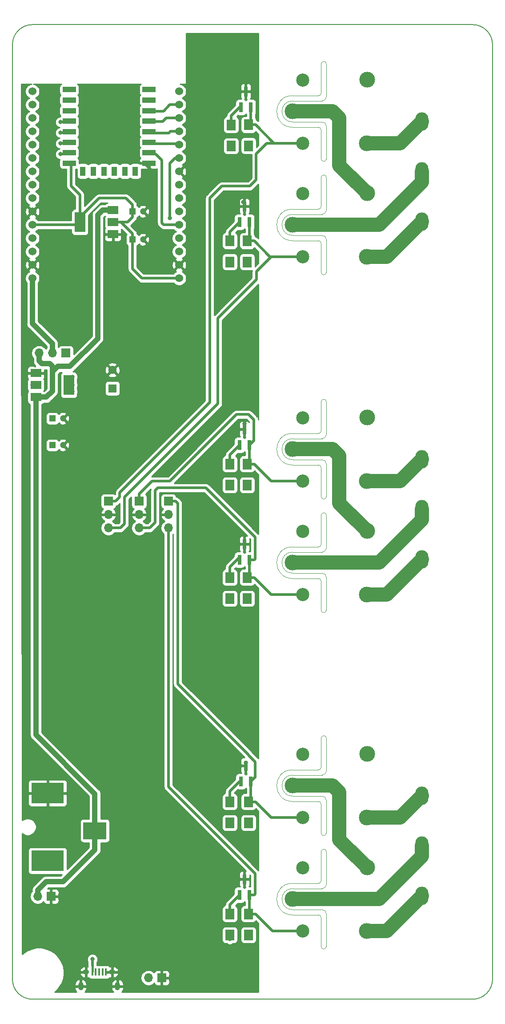
<source format=gbr>
G04 #@! TF.GenerationSoftware,KiCad,Pcbnew,(5.1.12-1-10_14)*
G04 #@! TF.CreationDate,2021-11-18T09:42:33+01:00*
G04 #@! TF.ProjectId,window-shutter-relay-esp8266,77696e64-6f77-42d7-9368-75747465722d,rev?*
G04 #@! TF.SameCoordinates,Original*
G04 #@! TF.FileFunction,Copper,L1,Top*
G04 #@! TF.FilePolarity,Positive*
%FSLAX46Y46*%
G04 Gerber Fmt 4.6, Leading zero omitted, Abs format (unit mm)*
G04 Created by KiCad (PCBNEW (5.1.12-1-10_14)) date 2021-11-18 09:42:33*
%MOMM*%
%LPD*%
G01*
G04 APERTURE LIST*
G04 #@! TA.AperFunction,Profile*
%ADD10C,0.100000*%
G04 #@! TD*
G04 #@! TA.AperFunction,Profile*
%ADD11C,0.150000*%
G04 #@! TD*
G04 #@! TA.AperFunction,SMDPad,CuDef*
%ADD12R,2.500000X1.000000*%
G04 #@! TD*
G04 #@! TA.AperFunction,SMDPad,CuDef*
%ADD13R,1.000000X1.800000*%
G04 #@! TD*
G04 #@! TA.AperFunction,ComponentPad*
%ADD14R,1.200000X1.200000*%
G04 #@! TD*
G04 #@! TA.AperFunction,ComponentPad*
%ADD15C,1.200000*%
G04 #@! TD*
G04 #@! TA.AperFunction,SMDPad,CuDef*
%ADD16R,2.000000X3.800000*%
G04 #@! TD*
G04 #@! TA.AperFunction,SMDPad,CuDef*
%ADD17R,2.000000X1.500000*%
G04 #@! TD*
G04 #@! TA.AperFunction,ComponentPad*
%ADD18R,1.700000X1.700000*%
G04 #@! TD*
G04 #@! TA.AperFunction,ComponentPad*
%ADD19O,1.700000X1.700000*%
G04 #@! TD*
G04 #@! TA.AperFunction,ComponentPad*
%ADD20O,2.500000X3.500000*%
G04 #@! TD*
G04 #@! TA.AperFunction,ComponentPad*
%ADD21C,2.500000*%
G04 #@! TD*
G04 #@! TA.AperFunction,ComponentPad*
%ADD22C,3.000000*%
G04 #@! TD*
G04 #@! TA.AperFunction,SMDPad,CuDef*
%ADD23R,4.400000X3.300000*%
G04 #@! TD*
G04 #@! TA.AperFunction,SMDPad,CuDef*
%ADD24R,6.200000X3.900000*%
G04 #@! TD*
G04 #@! TA.AperFunction,SMDPad,CuDef*
%ADD25R,1.700000X2.000000*%
G04 #@! TD*
G04 #@! TA.AperFunction,SMDPad,CuDef*
%ADD26R,0.800000X1.900000*%
G04 #@! TD*
G04 #@! TA.AperFunction,ComponentPad*
%ADD27C,1.524000*%
G04 #@! TD*
G04 #@! TA.AperFunction,ComponentPad*
%ADD28O,1.000000X1.550000*%
G04 #@! TD*
G04 #@! TA.AperFunction,ComponentPad*
%ADD29O,1.250000X0.950000*%
G04 #@! TD*
G04 #@! TA.AperFunction,SMDPad,CuDef*
%ADD30R,0.400000X1.350000*%
G04 #@! TD*
G04 #@! TA.AperFunction,ComponentPad*
%ADD31R,1.600000X1.600000*%
G04 #@! TD*
G04 #@! TA.AperFunction,ComponentPad*
%ADD32C,1.600000*%
G04 #@! TD*
G04 #@! TA.AperFunction,ViaPad*
%ADD33C,0.800000*%
G04 #@! TD*
G04 #@! TA.AperFunction,Conductor*
%ADD34C,0.500000*%
G04 #@! TD*
G04 #@! TA.AperFunction,Conductor*
%ADD35C,0.400000*%
G04 #@! TD*
G04 #@! TA.AperFunction,Conductor*
%ADD36C,2.750000*%
G04 #@! TD*
G04 #@! TA.AperFunction,Conductor*
%ADD37C,1.000000*%
G04 #@! TD*
G04 #@! TA.AperFunction,Conductor*
%ADD38C,0.254000*%
G04 #@! TD*
G04 #@! TA.AperFunction,Conductor*
%ADD39C,0.100000*%
G04 #@! TD*
G04 APERTURE END LIST*
D10*
X58997106Y-168369999D02*
G75*
G02*
X59790000Y-169162893I0J-792894D01*
G01*
X59790000Y-175370000D02*
X59790000Y-169162893D01*
X59790000Y-175370000D02*
G75*
G02*
X58790000Y-175370000I-500000J0D01*
G01*
X58790000Y-169870000D02*
X58790000Y-175370000D01*
X58290000Y-169370000D02*
G75*
G02*
X58790000Y-169870000I0J-500000D01*
G01*
X53340000Y-169370000D02*
X58290000Y-169370000D01*
X53340000Y-169370000D02*
G75*
G02*
X53340000Y-163370000I0J3000000D01*
G01*
X58290000Y-163370000D02*
X53340000Y-163370000D01*
X58790000Y-162870000D02*
G75*
G02*
X58290000Y-163370000I-500000J0D01*
G01*
X58790000Y-157369999D02*
X58790000Y-162870000D01*
X58789999Y-157369999D02*
G75*
G02*
X59789999Y-157369999I500000J0D01*
G01*
X59790000Y-163577106D02*
X59789999Y-157369999D01*
X59790000Y-163577106D02*
G75*
G02*
X58997106Y-164370000I-792894J0D01*
G01*
X53340000Y-164370000D02*
X58997106Y-164370000D01*
X53340000Y-168370000D02*
G75*
G02*
X53340000Y-164370000I0J2000000D01*
G01*
X58997106Y-168370000D02*
X53340000Y-168370000D01*
X58997106Y-146779999D02*
G75*
G02*
X59790000Y-147572893I0J-792894D01*
G01*
X59790000Y-153780000D02*
X59790000Y-147572893D01*
X59790000Y-153780000D02*
G75*
G02*
X58790000Y-153780000I-500000J0D01*
G01*
X58790000Y-148280000D02*
X58790000Y-153780000D01*
X58290000Y-147780000D02*
G75*
G02*
X58790000Y-148280000I0J-500000D01*
G01*
X53340000Y-147780000D02*
X58290000Y-147780000D01*
X53340000Y-147780000D02*
G75*
G02*
X53340000Y-141780000I0J3000000D01*
G01*
X58290000Y-141780000D02*
X53340000Y-141780000D01*
X58790000Y-141280000D02*
G75*
G02*
X58290000Y-141780000I-500000J0D01*
G01*
X58790000Y-135779999D02*
X58790000Y-141280000D01*
X58789999Y-135779999D02*
G75*
G02*
X59789999Y-135779999I500000J0D01*
G01*
X59790000Y-141987106D02*
X59789999Y-135779999D01*
X59790000Y-141987106D02*
G75*
G02*
X58997106Y-142780000I-792894J0D01*
G01*
X53340000Y-142780000D02*
X58997106Y-142780000D01*
X53340000Y-146780000D02*
G75*
G02*
X53340000Y-142780000I0J2000000D01*
G01*
X58997106Y-146780000D02*
X53340000Y-146780000D01*
X58997106Y-104361999D02*
G75*
G02*
X59790000Y-105154893I0J-792894D01*
G01*
X59790000Y-111362000D02*
X59790000Y-105154893D01*
X59790000Y-111362000D02*
G75*
G02*
X58790000Y-111362000I-500000J0D01*
G01*
X58790000Y-105862000D02*
X58790000Y-111362000D01*
X58290000Y-105362000D02*
G75*
G02*
X58790000Y-105862000I0J-500000D01*
G01*
X53340000Y-105362000D02*
X58290000Y-105362000D01*
X53340000Y-105362000D02*
G75*
G02*
X53340000Y-99362000I0J3000000D01*
G01*
X58290000Y-99362000D02*
X53340000Y-99362000D01*
X58790000Y-98862000D02*
G75*
G02*
X58290000Y-99362000I-500000J0D01*
G01*
X58790000Y-93361999D02*
X58790000Y-98862000D01*
X58789999Y-93361999D02*
G75*
G02*
X59789999Y-93361999I500000J0D01*
G01*
X59790000Y-99569106D02*
X59789999Y-93361999D01*
X59790000Y-99569106D02*
G75*
G02*
X58997106Y-100362000I-792894J0D01*
G01*
X53340000Y-100362000D02*
X58997106Y-100362000D01*
X53340000Y-104362000D02*
G75*
G02*
X53340000Y-100362000I0J2000000D01*
G01*
X58997106Y-104362000D02*
X53340000Y-104362000D01*
X58997106Y-82771999D02*
G75*
G02*
X59790000Y-83564893I0J-792894D01*
G01*
X59790000Y-89772000D02*
X59790000Y-83564893D01*
X59790000Y-89772000D02*
G75*
G02*
X58790000Y-89772000I-500000J0D01*
G01*
X58790000Y-84272000D02*
X58790000Y-89772000D01*
X58290000Y-83772000D02*
G75*
G02*
X58790000Y-84272000I0J-500000D01*
G01*
X53340000Y-83772000D02*
X58290000Y-83772000D01*
X53340000Y-83772000D02*
G75*
G02*
X53340000Y-77772000I0J3000000D01*
G01*
X58290000Y-77772000D02*
X53340000Y-77772000D01*
X58790000Y-77272000D02*
G75*
G02*
X58290000Y-77772000I-500000J0D01*
G01*
X58790000Y-71771999D02*
X58790000Y-77272000D01*
X58789999Y-71771999D02*
G75*
G02*
X59789999Y-71771999I500000J0D01*
G01*
X59790000Y-77979106D02*
X59789999Y-71771999D01*
X59790000Y-77979106D02*
G75*
G02*
X58997106Y-78772000I-792894J0D01*
G01*
X53340000Y-78772000D02*
X58997106Y-78772000D01*
X53340000Y-82772000D02*
G75*
G02*
X53340000Y-78772000I0J2000000D01*
G01*
X58997106Y-82772000D02*
X53340000Y-82772000D01*
X58997106Y-40099999D02*
G75*
G02*
X59790000Y-40892893I0J-792894D01*
G01*
X59790000Y-47100000D02*
X59790000Y-40892893D01*
X59790000Y-47100000D02*
G75*
G02*
X58790000Y-47100000I-500000J0D01*
G01*
X58790000Y-41600000D02*
X58790000Y-47100000D01*
X58290000Y-41100000D02*
G75*
G02*
X58790000Y-41600000I0J-500000D01*
G01*
X53340000Y-41100000D02*
X58290000Y-41100000D01*
X53340000Y-41100000D02*
G75*
G02*
X53340000Y-35100000I0J3000000D01*
G01*
X58290000Y-35100000D02*
X53340000Y-35100000D01*
X58790000Y-34600000D02*
G75*
G02*
X58290000Y-35100000I-500000J0D01*
G01*
X58790000Y-29099999D02*
X58790000Y-34600000D01*
X58789999Y-29099999D02*
G75*
G02*
X59789999Y-29099999I500000J0D01*
G01*
X59790000Y-35307106D02*
X59789999Y-29099999D01*
X59790000Y-35307106D02*
G75*
G02*
X58997106Y-36100000I-792894J0D01*
G01*
X53340000Y-36100000D02*
X58997106Y-36100000D01*
X53340000Y-40100000D02*
G75*
G02*
X53340000Y-36100000I0J2000000D01*
G01*
X58997106Y-40100000D02*
X53340000Y-40100000D01*
X58997106Y-18509999D02*
G75*
G02*
X59790000Y-19302893I0J-792894D01*
G01*
X59790000Y-25510000D02*
X59790000Y-19302893D01*
X59790000Y-25510000D02*
G75*
G02*
X58790000Y-25510000I-500000J0D01*
G01*
X58790000Y-20010000D02*
X58790000Y-25510000D01*
X58290000Y-19510000D02*
G75*
G02*
X58790000Y-20010000I0J-500000D01*
G01*
X53340000Y-19510000D02*
X58290000Y-19510000D01*
X53340000Y-19510000D02*
G75*
G02*
X53340000Y-13510000I0J3000000D01*
G01*
X58290000Y-13510000D02*
X53340000Y-13510000D01*
X58790000Y-13010000D02*
G75*
G02*
X58290000Y-13510000I-500000J0D01*
G01*
X58790000Y-7509999D02*
X58790000Y-13010000D01*
X58789999Y-7509999D02*
G75*
G02*
X59789999Y-7509999I500000J0D01*
G01*
X59790000Y-13717106D02*
X59789999Y-7509999D01*
X59790000Y-13717106D02*
G75*
G02*
X58997106Y-14510000I-792894J0D01*
G01*
X53340000Y-14510000D02*
X58997106Y-14510000D01*
X53340000Y-18510000D02*
G75*
G02*
X53340000Y-14510000I0J2000000D01*
G01*
X58997106Y-18510000D02*
X53340000Y-18510000D01*
D11*
X91440000Y-181610000D02*
X91440000Y-3810000D01*
X3810000Y-185420000D02*
G75*
G02*
X0Y-181610000I0J3810000D01*
G01*
X91440000Y-181610000D02*
G75*
G02*
X87630000Y-185420000I-3810000J0D01*
G01*
X87630000Y0D02*
G75*
G02*
X91440000Y-3810000I0J-3810000D01*
G01*
X0Y-3810000D02*
G75*
G02*
X3810000Y0I3810000J0D01*
G01*
X0Y-3810000D02*
X0Y-181610000D01*
X87630000Y0D02*
X3810000Y0D01*
X3810000Y-185420000D02*
X87630000Y-185420000D01*
D12*
X10815000Y-12375000D03*
X10815000Y-14375000D03*
X10815000Y-16375000D03*
X10815000Y-18375000D03*
X10815000Y-20375000D03*
X10815000Y-22375000D03*
X10815000Y-24375000D03*
X10815000Y-26375000D03*
D13*
X13415000Y-27875000D03*
X15415000Y-27875000D03*
X17415000Y-27875000D03*
X19415000Y-27875000D03*
X21415000Y-27875000D03*
X23415000Y-27875000D03*
D12*
X26015000Y-26375000D03*
X26015000Y-24375000D03*
X26015000Y-22375000D03*
X26015000Y-20375000D03*
X26015000Y-18375000D03*
X26015000Y-16375000D03*
X26015000Y-14375000D03*
X26015000Y-12375000D03*
D14*
X22860000Y-35560000D03*
D15*
X24860000Y-35560000D03*
D14*
X22860000Y-40894000D03*
D15*
X24860000Y-40894000D03*
D16*
X12852000Y-37592000D03*
D17*
X19152000Y-37592000D03*
X19152000Y-35292000D03*
X19152000Y-39892000D03*
D18*
X10160000Y-62484000D03*
D19*
X7620000Y-62484000D03*
X5080000Y-62484000D03*
D18*
X7366000Y-165862000D03*
D19*
X4826000Y-165862000D03*
D20*
X77978000Y-92202000D03*
X77978000Y-101702000D03*
X77978000Y-82702000D03*
X77978000Y-156210000D03*
X77978000Y-165710000D03*
X77978000Y-146710000D03*
X77978000Y-27940000D03*
X77978000Y-37440000D03*
X77978000Y-18440000D03*
D21*
X55290000Y-108412000D03*
D22*
X67490000Y-108412000D03*
X67540000Y-96362000D03*
D21*
X55290000Y-96412000D03*
D22*
X53340000Y-102362000D03*
D21*
X55290000Y-86822000D03*
D22*
X67490000Y-86822000D03*
X67540000Y-74772000D03*
D21*
X55290000Y-74822000D03*
D22*
X53340000Y-80772000D03*
D21*
X55290000Y-172420000D03*
D22*
X67490000Y-172420000D03*
X67540000Y-160370000D03*
D21*
X55290000Y-160420000D03*
D22*
X53340000Y-166370000D03*
D21*
X55290000Y-150830000D03*
D22*
X67490000Y-150830000D03*
X67540000Y-138780000D03*
D21*
X55290000Y-138830000D03*
D22*
X53340000Y-144780000D03*
D21*
X55290000Y-22560000D03*
D22*
X67490000Y-22560000D03*
X67540000Y-10510000D03*
D21*
X55290000Y-10560000D03*
D22*
X53340000Y-16510000D03*
D21*
X55290000Y-44150000D03*
D22*
X67490000Y-44150000D03*
X67540000Y-32100000D03*
D21*
X55290000Y-32150000D03*
D22*
X53340000Y-38100000D03*
D23*
X15706000Y-153354000D03*
D24*
X6706000Y-146204000D03*
X6706000Y-159104000D03*
D25*
X41656000Y-19082000D03*
X41656000Y-23082000D03*
X41402000Y-41148000D03*
X41402000Y-45148000D03*
X41402000Y-83598000D03*
X41402000Y-87598000D03*
X41402000Y-105188000D03*
X41402000Y-109188000D03*
X41402000Y-147860000D03*
X41402000Y-151860000D03*
X41402000Y-169196000D03*
X41402000Y-173196000D03*
D26*
X43500000Y-15724000D03*
X45400000Y-15724000D03*
X44450000Y-12724000D03*
X44196000Y-34568000D03*
X45146000Y-37568000D03*
X43246000Y-37568000D03*
X43246000Y-79986000D03*
X45146000Y-79986000D03*
X44196000Y-76986000D03*
X44196000Y-98830000D03*
X45146000Y-101830000D03*
X43246000Y-101830000D03*
X43500000Y-143994000D03*
X45400000Y-143994000D03*
X44450000Y-140994000D03*
X44196000Y-162584000D03*
X45146000Y-165584000D03*
X43246000Y-165584000D03*
D25*
X44958000Y-19050000D03*
X44958000Y-23050000D03*
X44704000Y-45148000D03*
X44704000Y-41148000D03*
X44704000Y-83598000D03*
X44704000Y-87598000D03*
X44704000Y-109188000D03*
X44704000Y-105188000D03*
X44958000Y-147860000D03*
X44958000Y-151860000D03*
X44958000Y-173196000D03*
X44958000Y-169196000D03*
D18*
X18288000Y-90678000D03*
D19*
X18288000Y-93218000D03*
X18288000Y-95758000D03*
X24130000Y-95758000D03*
X24130000Y-93218000D03*
D18*
X24130000Y-90678000D03*
D19*
X29718000Y-95758000D03*
X29718000Y-93218000D03*
D18*
X29718000Y-90678000D03*
D27*
X3810000Y-12700000D03*
X3810000Y-15240000D03*
X3810000Y-17780000D03*
X3810000Y-20320000D03*
X3810000Y-22860000D03*
X3810000Y-25400000D03*
X3810000Y-27940000D03*
X3810000Y-30480000D03*
X3810000Y-33020000D03*
X3810000Y-35560000D03*
X3810000Y-38100000D03*
X3810000Y-40640000D03*
X3810000Y-43180000D03*
X3810000Y-45720000D03*
X3810000Y-48260000D03*
X31750000Y-48260000D03*
X31750000Y-45720000D03*
X31750000Y-43180000D03*
X31750000Y-40640000D03*
X31750000Y-38100000D03*
X31750000Y-35560000D03*
X31750000Y-33020000D03*
X31750000Y-30480000D03*
X31750000Y-27940000D03*
X31750000Y-25400000D03*
X31750000Y-22860000D03*
X31750000Y-20320000D03*
X31750000Y-17780000D03*
X31750000Y-15240000D03*
X31750000Y-12700000D03*
D17*
X4470000Y-66280000D03*
X4470000Y-70880000D03*
X4470000Y-68580000D03*
D16*
X10770000Y-68580000D03*
D28*
X20010000Y-182960000D03*
X13010000Y-182960000D03*
D29*
X19010000Y-180260000D03*
X14010000Y-180260000D03*
D30*
X17810000Y-180260000D03*
X17160000Y-180260000D03*
X16510000Y-180260000D03*
X15860000Y-180260000D03*
X15210000Y-180260000D03*
D19*
X25908000Y-181356000D03*
D18*
X28448000Y-181356000D03*
D15*
X9620000Y-74930000D03*
D14*
X7620000Y-74930000D03*
X7620000Y-80010000D03*
D15*
X9620000Y-80010000D03*
D31*
X19050000Y-69215000D03*
D32*
X19050000Y-65715000D03*
D33*
X44450000Y-140462000D03*
X43942000Y-33782000D03*
X43942000Y-28956000D03*
X44196000Y-75946000D03*
X44450000Y-136144000D03*
X35052000Y-79502000D03*
X30480000Y-74930000D03*
X44196000Y-72136000D03*
X27305000Y-27940000D03*
X4826000Y-68580000D03*
X11430000Y-68580000D03*
X11430000Y-67056000D03*
X15240000Y-177800000D03*
X3810000Y-68580000D03*
X11430000Y-69850000D03*
X44704000Y-88138000D03*
X44704000Y-109728000D03*
X44958000Y-23622000D03*
X44958000Y-152400000D03*
X44958000Y-173736000D03*
X44704000Y-45720000D03*
X9144000Y-18542000D03*
X41656000Y-23622000D03*
X41402000Y-45720000D03*
X41402000Y-88138000D03*
X9144000Y-20574000D03*
X41402000Y-109728000D03*
X9144000Y-22606000D03*
X41402000Y-152400000D03*
X9144000Y-24638000D03*
X41402000Y-173990000D03*
X29972000Y-36830000D03*
D34*
X27305000Y-27940000D02*
X26670000Y-27940000D01*
X26670000Y-27940000D02*
X25400000Y-26670000D01*
X19050000Y-180340000D02*
X17870000Y-180340000D01*
D35*
X15220000Y-179070000D02*
X15220000Y-180104998D01*
D34*
X15240000Y-177800000D02*
X15240000Y-179070000D01*
D36*
X73858000Y-22560000D02*
X77978000Y-18440000D01*
X67490000Y-22560000D02*
X73858000Y-22560000D01*
X77978000Y-29972000D02*
X69850000Y-38100000D01*
X77978000Y-27940000D02*
X77978000Y-29972000D01*
X53340000Y-38100000D02*
X69850000Y-38100000D01*
X71268000Y-44150000D02*
X77978000Y-37440000D01*
X67490000Y-44150000D02*
X71268000Y-44150000D01*
X71268000Y-108412000D02*
X77978000Y-101702000D01*
X67490000Y-108412000D02*
X71268000Y-108412000D01*
X77978000Y-94234000D02*
X69850000Y-102362000D01*
X77978000Y-92202000D02*
X77978000Y-94234000D01*
X53340000Y-102362000D02*
X69850000Y-102362000D01*
X73858000Y-86822000D02*
X77978000Y-82702000D01*
X67490000Y-86822000D02*
X73858000Y-86822000D01*
X73858000Y-150830000D02*
X77978000Y-146710000D01*
X67490000Y-150830000D02*
X73858000Y-150830000D01*
X77978000Y-158242000D02*
X69850000Y-166370000D01*
X77978000Y-156210000D02*
X77978000Y-158242000D01*
X53340000Y-166370000D02*
X69850000Y-166370000D01*
X71268000Y-172420000D02*
X77978000Y-165710000D01*
X67490000Y-172420000D02*
X71268000Y-172420000D01*
D34*
X41656000Y-17314000D02*
X43500000Y-15470000D01*
X41656000Y-19050000D02*
X41656000Y-17314000D01*
X41402000Y-39412000D02*
X43246000Y-37568000D01*
X41402000Y-41148000D02*
X41402000Y-39412000D01*
X41402000Y-81830000D02*
X43246000Y-79986000D01*
X41402000Y-83566000D02*
X41402000Y-81830000D01*
X41402000Y-104902000D02*
X41402000Y-103166000D01*
X41402000Y-103166000D02*
X43246000Y-101322000D01*
X41402000Y-145838000D02*
X43246000Y-143994000D01*
X41402000Y-147574000D02*
X41402000Y-145838000D01*
X41402000Y-167428000D02*
X43246000Y-165584000D01*
X41402000Y-169164000D02*
X41402000Y-167428000D01*
X45400000Y-18608000D02*
X44958000Y-19050000D01*
X45400000Y-15724000D02*
X45400000Y-18608000D01*
X53522234Y-22560000D02*
X55290000Y-22560000D01*
X49818000Y-22560000D02*
X53522234Y-22560000D01*
X46308000Y-19050000D02*
X49818000Y-22560000D01*
X44958000Y-19050000D02*
X46308000Y-19050000D01*
X48468002Y-22560000D02*
X49818000Y-22560000D01*
X46436001Y-24592001D02*
X48468002Y-22560000D01*
X37592000Y-33020000D02*
X39878000Y-30734000D01*
X20435990Y-89038010D02*
X37592000Y-71882000D01*
X45212000Y-30734000D02*
X46436001Y-29509999D01*
X20435990Y-89880010D02*
X20435990Y-89038010D01*
X39878000Y-30734000D02*
X45212000Y-30734000D01*
X37592000Y-71882000D02*
X37592000Y-33020000D01*
X19638000Y-90678000D02*
X20435990Y-89880010D01*
X46436001Y-29509999D02*
X46436001Y-24592001D01*
X18288000Y-90678000D02*
X19638000Y-90678000D01*
X45146000Y-40706000D02*
X44704000Y-41148000D01*
X45146000Y-37568000D02*
X45146000Y-40706000D01*
X53522234Y-44150000D02*
X55290000Y-44150000D01*
X46054000Y-41148000D02*
X49056000Y-44150000D01*
X44704000Y-41148000D02*
X46054000Y-41148000D01*
X49322000Y-44150000D02*
X53522234Y-44150000D01*
X49056000Y-44150000D02*
X49322000Y-44150000D01*
X46482000Y-46990000D02*
X49322000Y-44150000D01*
X39116000Y-72136000D02*
X39116000Y-55880000D01*
X21336000Y-89916000D02*
X39116000Y-72136000D01*
X39116000Y-55880000D02*
X46482000Y-48514000D01*
X21336000Y-94996000D02*
X21336000Y-89916000D01*
X46482000Y-48514000D02*
X46482000Y-46990000D01*
X20574000Y-95758000D02*
X21336000Y-94996000D01*
X18288000Y-95758000D02*
X20574000Y-95758000D01*
X45146000Y-83156000D02*
X44704000Y-83598000D01*
X45146000Y-79986000D02*
X45146000Y-83156000D01*
X53522234Y-86822000D02*
X55290000Y-86822000D01*
X49278000Y-86822000D02*
X53522234Y-86822000D01*
X46054000Y-83598000D02*
X49278000Y-86822000D01*
X44704000Y-83598000D02*
X46054000Y-83598000D01*
X24130000Y-89328000D02*
X26590000Y-86868000D01*
X24130000Y-90678000D02*
X24130000Y-89328000D01*
X26590000Y-86868000D02*
X29972000Y-86868000D01*
X34798000Y-82042000D02*
X42037000Y-74803000D01*
X42672000Y-74168000D02*
X42037000Y-74803000D01*
X44958000Y-74168000D02*
X42672000Y-74168000D01*
X45974000Y-75184000D02*
X45974000Y-79158000D01*
X43180000Y-74168000D02*
X44958000Y-74168000D01*
X44958000Y-74168000D02*
X45974000Y-75184000D01*
X34798000Y-82042000D02*
X29972000Y-86868000D01*
X45974000Y-79158000D02*
X45146000Y-79986000D01*
X45146000Y-104746000D02*
X44704000Y-105188000D01*
X45146000Y-101830000D02*
X45146000Y-104746000D01*
X53522234Y-108412000D02*
X55290000Y-108412000D01*
X49278000Y-108412000D02*
X53522234Y-108412000D01*
X46054000Y-105188000D02*
X49278000Y-108412000D01*
X44704000Y-105188000D02*
X46054000Y-105188000D01*
X26162000Y-95758000D02*
X24130000Y-95758000D01*
X27178000Y-88646000D02*
X27178000Y-94742000D01*
X27686000Y-88138000D02*
X27178000Y-88646000D01*
X36830000Y-88138000D02*
X27686000Y-88138000D01*
X27178000Y-94742000D02*
X26162000Y-95758000D01*
X46228000Y-97536000D02*
X36830000Y-88138000D01*
X46046000Y-101830000D02*
X46228000Y-101648000D01*
X46228000Y-101648000D02*
X46228000Y-97536000D01*
X45146000Y-101830000D02*
X46046000Y-101830000D01*
X45400000Y-147418000D02*
X44958000Y-147860000D01*
X45400000Y-143994000D02*
X45400000Y-147418000D01*
X53522234Y-150830000D02*
X55290000Y-150830000D01*
X49278000Y-150830000D02*
X53522234Y-150830000D01*
X46308000Y-147860000D02*
X49278000Y-150830000D01*
X44958000Y-147860000D02*
X46308000Y-147860000D01*
X46228000Y-143256000D02*
X46138000Y-143256000D01*
X46228000Y-140251998D02*
X46228000Y-143256000D01*
X31068000Y-90678000D02*
X31496000Y-91106000D01*
X46138000Y-143256000D02*
X45400000Y-143994000D01*
X29718000Y-90678000D02*
X31068000Y-90678000D01*
X44936001Y-138916001D02*
X31496000Y-125476000D01*
X44936001Y-138959999D02*
X44936001Y-138916001D01*
X31496000Y-91106000D02*
X31496000Y-125476000D01*
X44936001Y-138959999D02*
X46228000Y-140251998D01*
X45146000Y-169008000D02*
X44958000Y-169196000D01*
X45146000Y-165584000D02*
X45146000Y-169008000D01*
X49532000Y-172420000D02*
X53522234Y-172420000D01*
X46308000Y-169196000D02*
X49532000Y-172420000D01*
X53522234Y-172420000D02*
X55290000Y-172420000D01*
X44958000Y-169196000D02*
X46308000Y-169196000D01*
X46046000Y-165584000D02*
X45146000Y-165584000D01*
X46228000Y-165402000D02*
X46046000Y-165584000D01*
X46228000Y-161544000D02*
X46228000Y-165402000D01*
X29718000Y-145034000D02*
X46228000Y-161544000D01*
X29718000Y-95758000D02*
X29718000Y-145034000D01*
X5970000Y-70880000D02*
X4470000Y-70880000D01*
X4230000Y-71120000D02*
X4470000Y-70880000D01*
D37*
X4470000Y-70880000D02*
X4470000Y-92354000D01*
X4470000Y-92354000D02*
X4470000Y-135110000D01*
D34*
X4572000Y-135212000D02*
X4470000Y-135110000D01*
D37*
X15706000Y-146346000D02*
X15706000Y-153354000D01*
X4470000Y-135110000D02*
X15706000Y-146346000D01*
X15706000Y-157014000D02*
X9652000Y-163068000D01*
X15706000Y-153354000D02*
X15706000Y-157014000D01*
X4826000Y-164659919D02*
X4826000Y-165862000D01*
X6417919Y-163068000D02*
X4826000Y-164659919D01*
X9652000Y-163068000D02*
X6417919Y-163068000D01*
X5080000Y-64008000D02*
X5080000Y-62484000D01*
X5588000Y-64516000D02*
X5080000Y-64008000D01*
X7112000Y-64516000D02*
X5588000Y-64516000D01*
X7620000Y-65024000D02*
X7112000Y-64516000D01*
X6470000Y-70880000D02*
X7620000Y-69730000D01*
X4470000Y-70880000D02*
X6470000Y-70880000D01*
X7620000Y-66040000D02*
X8636000Y-65024000D01*
X7620000Y-69730000D02*
X7620000Y-66040000D01*
X7620000Y-66040000D02*
X7620000Y-65024000D01*
X10940002Y-65024000D02*
X16256000Y-59708002D01*
X8636000Y-65024000D02*
X10940002Y-65024000D01*
X16256000Y-36188000D02*
X17152000Y-35292000D01*
X17152000Y-35292000D02*
X19152000Y-35292000D01*
X16256000Y-59708002D02*
X16256000Y-36188000D01*
D34*
X9144000Y-18542000D02*
X9779000Y-18542000D01*
X25176000Y-16446000D02*
X28766000Y-16446000D01*
X29972000Y-15240000D02*
X31750000Y-15240000D01*
X28766000Y-16446000D02*
X29972000Y-15240000D01*
X25176000Y-18446000D02*
X28606000Y-18446000D01*
X29272000Y-17780000D02*
X31750000Y-17780000D01*
X28606000Y-18446000D02*
X29272000Y-17780000D01*
X9144000Y-20574000D02*
X9779000Y-20574000D01*
D36*
X60960000Y-16510000D02*
X53340000Y-16510000D01*
X62230000Y-17780000D02*
X60960000Y-16510000D01*
X62230000Y-26790000D02*
X62230000Y-17780000D01*
X67540000Y-32100000D02*
X62230000Y-26790000D01*
X60960000Y-80772000D02*
X53340000Y-80772000D01*
X62230000Y-82042000D02*
X60960000Y-80772000D01*
X62230000Y-91052000D02*
X62230000Y-82042000D01*
X67540000Y-96362000D02*
X62230000Y-91052000D01*
X60960000Y-144780000D02*
X53340000Y-144780000D01*
X62230000Y-146050000D02*
X60960000Y-144780000D01*
X62230000Y-155060000D02*
X62230000Y-146050000D01*
X67540000Y-160370000D02*
X62230000Y-155060000D01*
D37*
X3810000Y-49530000D02*
X3810000Y-48260000D01*
X3810000Y-56896000D02*
X7620000Y-60706000D01*
X3810000Y-49530000D02*
X3810000Y-56896000D01*
X7620000Y-60706000D02*
X7620000Y-62484000D01*
D34*
X9144000Y-22606000D02*
X10033000Y-22606000D01*
X9144000Y-24638000D02*
X10033000Y-24638000D01*
X31750000Y-38100000D02*
X30099000Y-38100000D01*
X30099000Y-38100000D02*
X28829000Y-38100000D01*
X28829000Y-38100000D02*
X28448000Y-37719000D01*
X28448000Y-37719000D02*
X28448000Y-25781000D01*
X28448000Y-25781000D02*
X27305000Y-24638000D01*
X27305000Y-24638000D02*
X26670000Y-24638000D01*
X26015000Y-22629000D02*
X31519000Y-22629000D01*
X31519000Y-22629000D02*
X31750000Y-22860000D01*
X26015000Y-20629000D02*
X29790000Y-20629000D01*
X29790000Y-20629000D02*
X30099000Y-20320000D01*
X30099000Y-20320000D02*
X31750000Y-20320000D01*
X12344000Y-38100000D02*
X12852000Y-37592000D01*
X3810000Y-38100000D02*
X12344000Y-38100000D01*
X22860000Y-39794000D02*
X22860000Y-40894000D01*
X20658000Y-37592000D02*
X22860000Y-39794000D01*
X19152000Y-37592000D02*
X20658000Y-37592000D01*
X22860000Y-36660000D02*
X22860000Y-35560000D01*
X21928000Y-37592000D02*
X22860000Y-36660000D01*
X19152000Y-37592000D02*
X21928000Y-37592000D01*
X22860000Y-35560000D02*
X22860000Y-34290000D01*
X22860000Y-34290000D02*
X21590000Y-33020000D01*
X21590000Y-33020000D02*
X16510000Y-33020000D01*
X16510000Y-33020000D02*
X13335000Y-36195000D01*
X12852000Y-32410000D02*
X11176000Y-30734000D01*
X12852000Y-37592000D02*
X12852000Y-32410000D01*
X11176000Y-30734000D02*
X11176000Y-26446000D01*
X22860000Y-40894000D02*
X22860000Y-46482000D01*
X22860000Y-46482000D02*
X24638000Y-48260000D01*
X24638000Y-48260000D02*
X31750000Y-48260000D01*
X31750000Y-25400000D02*
X30988000Y-25400000D01*
X30988000Y-25400000D02*
X29972000Y-26416000D01*
X29972000Y-26416000D02*
X29972000Y-36830000D01*
X29972000Y-36830000D02*
X29972000Y-36830000D01*
D38*
X46863000Y-18360602D02*
X46802059Y-18310589D01*
X46648313Y-18228411D01*
X46481490Y-18177805D01*
X46446072Y-18174317D01*
X46446072Y-18050000D01*
X46433812Y-17925518D01*
X46397502Y-17805820D01*
X46338537Y-17695506D01*
X46285000Y-17630271D01*
X46285000Y-17083981D01*
X46330537Y-17028494D01*
X46389502Y-16918180D01*
X46425812Y-16798482D01*
X46438072Y-16674000D01*
X46438072Y-14774000D01*
X46425812Y-14649518D01*
X46389502Y-14529820D01*
X46330537Y-14419506D01*
X46251185Y-14322815D01*
X46154494Y-14243463D01*
X46044180Y-14184498D01*
X45924482Y-14148188D01*
X45800000Y-14135928D01*
X45288095Y-14135928D01*
X45301185Y-14125185D01*
X45380537Y-14028494D01*
X45439502Y-13918180D01*
X45475812Y-13798482D01*
X45488072Y-13674000D01*
X45485000Y-13009750D01*
X45326250Y-12851000D01*
X44577000Y-12851000D01*
X44577000Y-14150250D01*
X44661607Y-14234857D01*
X44645506Y-14243463D01*
X44548815Y-14322815D01*
X44469463Y-14419506D01*
X44450000Y-14455918D01*
X44430537Y-14419506D01*
X44351185Y-14322815D01*
X44254494Y-14243463D01*
X44238393Y-14234857D01*
X44323000Y-14150250D01*
X44323000Y-12851000D01*
X43573750Y-12851000D01*
X43415000Y-13009750D01*
X43411928Y-13674000D01*
X43424188Y-13798482D01*
X43460498Y-13918180D01*
X43519463Y-14028494D01*
X43598815Y-14125185D01*
X43611905Y-14135928D01*
X43100000Y-14135928D01*
X42975518Y-14148188D01*
X42855820Y-14184498D01*
X42745506Y-14243463D01*
X42648815Y-14322815D01*
X42569463Y-14419506D01*
X42510498Y-14529820D01*
X42474188Y-14649518D01*
X42461928Y-14774000D01*
X42461928Y-15256493D01*
X41060951Y-16657471D01*
X41027184Y-16685183D01*
X40999471Y-16718951D01*
X40999468Y-16718954D01*
X40916590Y-16819941D01*
X40834412Y-16973687D01*
X40783805Y-17140510D01*
X40766719Y-17314000D01*
X40771001Y-17357479D01*
X40771001Y-17447375D01*
X40681518Y-17456188D01*
X40561820Y-17492498D01*
X40451506Y-17551463D01*
X40354815Y-17630815D01*
X40275463Y-17727506D01*
X40216498Y-17837820D01*
X40180188Y-17957518D01*
X40167928Y-18082000D01*
X40167928Y-20082000D01*
X40180188Y-20206482D01*
X40216498Y-20326180D01*
X40275463Y-20436494D01*
X40354815Y-20533185D01*
X40451506Y-20612537D01*
X40561820Y-20671502D01*
X40681518Y-20707812D01*
X40806000Y-20720072D01*
X42506000Y-20720072D01*
X42630482Y-20707812D01*
X42750180Y-20671502D01*
X42860494Y-20612537D01*
X42957185Y-20533185D01*
X43036537Y-20436494D01*
X43095502Y-20326180D01*
X43131812Y-20206482D01*
X43144072Y-20082000D01*
X43144072Y-18082000D01*
X43131812Y-17957518D01*
X43095502Y-17837820D01*
X43036537Y-17727506D01*
X42957185Y-17630815D01*
X42860494Y-17551463D01*
X42750180Y-17492498D01*
X42733991Y-17487587D01*
X42934277Y-17287302D01*
X42975518Y-17299812D01*
X43100000Y-17312072D01*
X43900000Y-17312072D01*
X44024482Y-17299812D01*
X44144180Y-17263502D01*
X44254494Y-17204537D01*
X44351185Y-17125185D01*
X44430537Y-17028494D01*
X44450000Y-16992082D01*
X44469463Y-17028494D01*
X44515000Y-17083982D01*
X44515001Y-17411928D01*
X44108000Y-17411928D01*
X43983518Y-17424188D01*
X43863820Y-17460498D01*
X43753506Y-17519463D01*
X43656815Y-17598815D01*
X43577463Y-17695506D01*
X43518498Y-17805820D01*
X43482188Y-17925518D01*
X43469928Y-18050000D01*
X43469928Y-20050000D01*
X43482188Y-20174482D01*
X43518498Y-20294180D01*
X43577463Y-20404494D01*
X43656815Y-20501185D01*
X43753506Y-20580537D01*
X43863820Y-20639502D01*
X43983518Y-20675812D01*
X44108000Y-20688072D01*
X45808000Y-20688072D01*
X45932482Y-20675812D01*
X46052180Y-20639502D01*
X46162494Y-20580537D01*
X46259185Y-20501185D01*
X46338537Y-20404494D01*
X46363749Y-20357327D01*
X46863000Y-20856578D01*
X46863000Y-22913424D01*
X46446072Y-23330352D01*
X46446072Y-22050000D01*
X46433812Y-21925518D01*
X46397502Y-21805820D01*
X46338537Y-21695506D01*
X46259185Y-21598815D01*
X46162494Y-21519463D01*
X46052180Y-21460498D01*
X45932482Y-21424188D01*
X45808000Y-21411928D01*
X44108000Y-21411928D01*
X43983518Y-21424188D01*
X43863820Y-21460498D01*
X43753506Y-21519463D01*
X43656815Y-21598815D01*
X43577463Y-21695506D01*
X43518498Y-21805820D01*
X43482188Y-21925518D01*
X43469928Y-22050000D01*
X43469928Y-24050000D01*
X43482188Y-24174482D01*
X43518498Y-24294180D01*
X43577463Y-24404494D01*
X43656815Y-24501185D01*
X43753506Y-24580537D01*
X43863820Y-24639502D01*
X43983518Y-24675812D01*
X44108000Y-24688072D01*
X45551002Y-24688072D01*
X45551001Y-29143420D01*
X44845422Y-29849000D01*
X39921465Y-29849000D01*
X39877999Y-29844719D01*
X39834533Y-29849000D01*
X39834523Y-29849000D01*
X39704510Y-29861805D01*
X39537687Y-29912411D01*
X39383941Y-29994589D01*
X39383939Y-29994590D01*
X39383940Y-29994590D01*
X39282953Y-30077468D01*
X39282951Y-30077470D01*
X39249183Y-30105183D01*
X39221470Y-30138951D01*
X36996951Y-32363471D01*
X36963184Y-32391183D01*
X36935471Y-32424951D01*
X36935468Y-32424954D01*
X36852590Y-32525941D01*
X36770412Y-32679687D01*
X36719805Y-32846510D01*
X36702719Y-33020000D01*
X36707001Y-33063479D01*
X36707000Y-71515421D01*
X19840942Y-88381480D01*
X19807174Y-88409193D01*
X19779461Y-88442961D01*
X19779458Y-88442964D01*
X19696580Y-88543951D01*
X19614402Y-88697697D01*
X19563795Y-88864520D01*
X19556648Y-88937089D01*
X19550990Y-88994533D01*
X19550990Y-88994541D01*
X19546709Y-89038010D01*
X19550990Y-89081479D01*
X19550990Y-89345469D01*
X19492494Y-89297463D01*
X19382180Y-89238498D01*
X19262482Y-89202188D01*
X19138000Y-89189928D01*
X17438000Y-89189928D01*
X17313518Y-89202188D01*
X17193820Y-89238498D01*
X17083506Y-89297463D01*
X16986815Y-89376815D01*
X16907463Y-89473506D01*
X16848498Y-89583820D01*
X16812188Y-89703518D01*
X16799928Y-89828000D01*
X16799928Y-91528000D01*
X16812188Y-91652482D01*
X16848498Y-91772180D01*
X16907463Y-91882494D01*
X16986815Y-91979185D01*
X17083506Y-92058537D01*
X17193820Y-92117502D01*
X17274466Y-92141966D01*
X17190412Y-92217731D01*
X17016359Y-92451080D01*
X16891175Y-92713901D01*
X16846524Y-92861110D01*
X16967845Y-93091000D01*
X18161000Y-93091000D01*
X18161000Y-93071000D01*
X18415000Y-93071000D01*
X18415000Y-93091000D01*
X19608155Y-93091000D01*
X19729476Y-92861110D01*
X19684825Y-92713901D01*
X19559641Y-92451080D01*
X19385588Y-92217731D01*
X19301534Y-92141966D01*
X19382180Y-92117502D01*
X19492494Y-92058537D01*
X19589185Y-91979185D01*
X19668537Y-91882494D01*
X19727502Y-91772180D01*
X19763812Y-91652482D01*
X19773518Y-91553935D01*
X19811490Y-91550195D01*
X19978313Y-91499589D01*
X20132059Y-91417411D01*
X20266817Y-91306817D01*
X20294534Y-91273044D01*
X20451001Y-91116577D01*
X20451000Y-94629421D01*
X20207422Y-94873000D01*
X19482656Y-94873000D01*
X19441475Y-94811368D01*
X19234632Y-94604525D01*
X19052466Y-94482805D01*
X19169355Y-94413178D01*
X19385588Y-94218269D01*
X19559641Y-93984920D01*
X19684825Y-93722099D01*
X19729476Y-93574890D01*
X19608155Y-93345000D01*
X18415000Y-93345000D01*
X18415000Y-93365000D01*
X18161000Y-93365000D01*
X18161000Y-93345000D01*
X16967845Y-93345000D01*
X16846524Y-93574890D01*
X16891175Y-93722099D01*
X17016359Y-93984920D01*
X17190412Y-94218269D01*
X17406645Y-94413178D01*
X17523534Y-94482805D01*
X17341368Y-94604525D01*
X17134525Y-94811368D01*
X16972010Y-95054589D01*
X16860068Y-95324842D01*
X16803000Y-95611740D01*
X16803000Y-95904260D01*
X16860068Y-96191158D01*
X16972010Y-96461411D01*
X17134525Y-96704632D01*
X17341368Y-96911475D01*
X17584589Y-97073990D01*
X17854842Y-97185932D01*
X18141740Y-97243000D01*
X18434260Y-97243000D01*
X18721158Y-97185932D01*
X18991411Y-97073990D01*
X19234632Y-96911475D01*
X19441475Y-96704632D01*
X19482656Y-96643000D01*
X20530531Y-96643000D01*
X20574000Y-96647281D01*
X20617469Y-96643000D01*
X20617477Y-96643000D01*
X20747490Y-96630195D01*
X20914313Y-96579589D01*
X21068059Y-96497411D01*
X21202817Y-96386817D01*
X21230534Y-96353044D01*
X21931050Y-95652529D01*
X21964817Y-95624817D01*
X21997897Y-95584510D01*
X22075411Y-95490059D01*
X22080033Y-95481411D01*
X22157589Y-95336313D01*
X22208195Y-95169490D01*
X22221000Y-95039477D01*
X22221000Y-95039469D01*
X22225281Y-94996000D01*
X22221000Y-94952531D01*
X22221000Y-90282578D01*
X22641928Y-89861650D01*
X22641928Y-91528000D01*
X22654188Y-91652482D01*
X22690498Y-91772180D01*
X22749463Y-91882494D01*
X22828815Y-91979185D01*
X22925506Y-92058537D01*
X23035820Y-92117502D01*
X23116466Y-92141966D01*
X23032412Y-92217731D01*
X22858359Y-92451080D01*
X22733175Y-92713901D01*
X22688524Y-92861110D01*
X22809845Y-93091000D01*
X24003000Y-93091000D01*
X24003000Y-93071000D01*
X24257000Y-93071000D01*
X24257000Y-93091000D01*
X25450155Y-93091000D01*
X25571476Y-92861110D01*
X25526825Y-92713901D01*
X25401641Y-92451080D01*
X25227588Y-92217731D01*
X25143534Y-92141966D01*
X25224180Y-92117502D01*
X25334494Y-92058537D01*
X25431185Y-91979185D01*
X25510537Y-91882494D01*
X25569502Y-91772180D01*
X25605812Y-91652482D01*
X25618072Y-91528000D01*
X25618072Y-89828000D01*
X25605812Y-89703518D01*
X25569502Y-89583820D01*
X25510537Y-89473506D01*
X25431185Y-89376815D01*
X25377127Y-89332451D01*
X26335737Y-88373842D01*
X26305805Y-88472510D01*
X26305233Y-88478314D01*
X26293000Y-88602524D01*
X26293000Y-88602531D01*
X26288719Y-88646000D01*
X26293000Y-88689469D01*
X26293001Y-94375420D01*
X25795422Y-94873000D01*
X25324656Y-94873000D01*
X25283475Y-94811368D01*
X25076632Y-94604525D01*
X24894466Y-94482805D01*
X25011355Y-94413178D01*
X25227588Y-94218269D01*
X25401641Y-93984920D01*
X25526825Y-93722099D01*
X25571476Y-93574890D01*
X25450155Y-93345000D01*
X24257000Y-93345000D01*
X24257000Y-93365000D01*
X24003000Y-93365000D01*
X24003000Y-93345000D01*
X22809845Y-93345000D01*
X22688524Y-93574890D01*
X22733175Y-93722099D01*
X22858359Y-93984920D01*
X23032412Y-94218269D01*
X23248645Y-94413178D01*
X23365534Y-94482805D01*
X23183368Y-94604525D01*
X22976525Y-94811368D01*
X22814010Y-95054589D01*
X22702068Y-95324842D01*
X22645000Y-95611740D01*
X22645000Y-95904260D01*
X22702068Y-96191158D01*
X22814010Y-96461411D01*
X22976525Y-96704632D01*
X23183368Y-96911475D01*
X23426589Y-97073990D01*
X23696842Y-97185932D01*
X23983740Y-97243000D01*
X24276260Y-97243000D01*
X24563158Y-97185932D01*
X24833411Y-97073990D01*
X25076632Y-96911475D01*
X25283475Y-96704632D01*
X25324656Y-96643000D01*
X26118531Y-96643000D01*
X26162000Y-96647281D01*
X26205469Y-96643000D01*
X26205477Y-96643000D01*
X26335490Y-96630195D01*
X26502313Y-96579589D01*
X26656059Y-96497411D01*
X26790817Y-96386817D01*
X26818534Y-96353044D01*
X27773049Y-95398530D01*
X27806817Y-95370817D01*
X27835134Y-95336314D01*
X27917410Y-95236060D01*
X27956486Y-95162954D01*
X27999589Y-95082313D01*
X28050195Y-94915490D01*
X28063000Y-94785477D01*
X28063000Y-94785469D01*
X28067281Y-94742000D01*
X28063000Y-94698531D01*
X28063000Y-89023000D01*
X36463422Y-89023000D01*
X44691783Y-97251361D01*
X44596000Y-97241928D01*
X44481750Y-97245000D01*
X44323000Y-97403750D01*
X44323000Y-98703000D01*
X45072250Y-98703000D01*
X45231000Y-98544250D01*
X45234072Y-97880000D01*
X45224639Y-97784218D01*
X45343001Y-97902580D01*
X45343000Y-100241928D01*
X45034095Y-100241928D01*
X45047185Y-100231185D01*
X45126537Y-100134494D01*
X45185502Y-100024180D01*
X45221812Y-99904482D01*
X45234072Y-99780000D01*
X45231000Y-99115750D01*
X45072250Y-98957000D01*
X44323000Y-98957000D01*
X44323000Y-100256250D01*
X44407607Y-100340857D01*
X44391506Y-100349463D01*
X44294815Y-100428815D01*
X44215463Y-100525506D01*
X44196000Y-100561918D01*
X44176537Y-100525506D01*
X44097185Y-100428815D01*
X44000494Y-100349463D01*
X43984393Y-100340857D01*
X44069000Y-100256250D01*
X44069000Y-98957000D01*
X43319750Y-98957000D01*
X43161000Y-99115750D01*
X43157928Y-99780000D01*
X43170188Y-99904482D01*
X43206498Y-100024180D01*
X43265463Y-100134494D01*
X43344815Y-100231185D01*
X43357905Y-100241928D01*
X42846000Y-100241928D01*
X42721518Y-100254188D01*
X42601820Y-100290498D01*
X42491506Y-100349463D01*
X42394815Y-100428815D01*
X42315463Y-100525506D01*
X42256498Y-100635820D01*
X42220188Y-100755518D01*
X42207928Y-100880000D01*
X42207928Y-101108493D01*
X40806951Y-102509471D01*
X40773184Y-102537183D01*
X40745471Y-102570951D01*
X40745468Y-102570954D01*
X40662590Y-102671941D01*
X40580412Y-102825687D01*
X40529805Y-102992510D01*
X40512719Y-103166000D01*
X40517001Y-103209479D01*
X40517001Y-103553375D01*
X40427518Y-103562188D01*
X40307820Y-103598498D01*
X40197506Y-103657463D01*
X40100815Y-103736815D01*
X40021463Y-103833506D01*
X39962498Y-103943820D01*
X39926188Y-104063518D01*
X39913928Y-104188000D01*
X39913928Y-106188000D01*
X39926188Y-106312482D01*
X39962498Y-106432180D01*
X40021463Y-106542494D01*
X40100815Y-106639185D01*
X40197506Y-106718537D01*
X40307820Y-106777502D01*
X40427518Y-106813812D01*
X40552000Y-106826072D01*
X42252000Y-106826072D01*
X42376482Y-106813812D01*
X42496180Y-106777502D01*
X42606494Y-106718537D01*
X42703185Y-106639185D01*
X42782537Y-106542494D01*
X42841502Y-106432180D01*
X42877812Y-106312482D01*
X42890072Y-106188000D01*
X42890072Y-104188000D01*
X42877812Y-104063518D01*
X42841502Y-103943820D01*
X42782537Y-103833506D01*
X42703185Y-103736815D01*
X42606494Y-103657463D01*
X42496180Y-103598498D01*
X42376482Y-103562188D01*
X42287000Y-103553375D01*
X42287000Y-103532578D01*
X42502933Y-103316645D01*
X42601820Y-103369502D01*
X42721518Y-103405812D01*
X42846000Y-103418072D01*
X43646000Y-103418072D01*
X43770482Y-103405812D01*
X43890180Y-103369502D01*
X44000494Y-103310537D01*
X44097185Y-103231185D01*
X44176537Y-103134494D01*
X44196000Y-103098082D01*
X44215463Y-103134494D01*
X44261000Y-103189982D01*
X44261001Y-103549928D01*
X43854000Y-103549928D01*
X43729518Y-103562188D01*
X43609820Y-103598498D01*
X43499506Y-103657463D01*
X43402815Y-103736815D01*
X43323463Y-103833506D01*
X43264498Y-103943820D01*
X43228188Y-104063518D01*
X43215928Y-104188000D01*
X43215928Y-106188000D01*
X43228188Y-106312482D01*
X43264498Y-106432180D01*
X43323463Y-106542494D01*
X43402815Y-106639185D01*
X43499506Y-106718537D01*
X43609820Y-106777502D01*
X43729518Y-106813812D01*
X43854000Y-106826072D01*
X45554000Y-106826072D01*
X45678482Y-106813812D01*
X45798180Y-106777502D01*
X45908494Y-106718537D01*
X46005185Y-106639185D01*
X46084537Y-106542494D01*
X46109749Y-106495327D01*
X46863000Y-107248578D01*
X46863000Y-139630715D01*
X46856817Y-139623181D01*
X46823050Y-139595469D01*
X45705140Y-138477560D01*
X45675412Y-138421942D01*
X45592533Y-138320954D01*
X45592531Y-138320952D01*
X45564818Y-138287184D01*
X45531050Y-138259471D01*
X32381000Y-125109422D01*
X32381000Y-108188000D01*
X39913928Y-108188000D01*
X39913928Y-110188000D01*
X39926188Y-110312482D01*
X39962498Y-110432180D01*
X40021463Y-110542494D01*
X40100815Y-110639185D01*
X40197506Y-110718537D01*
X40307820Y-110777502D01*
X40427518Y-110813812D01*
X40552000Y-110826072D01*
X42252000Y-110826072D01*
X42376482Y-110813812D01*
X42496180Y-110777502D01*
X42606494Y-110718537D01*
X42703185Y-110639185D01*
X42782537Y-110542494D01*
X42841502Y-110432180D01*
X42877812Y-110312482D01*
X42890072Y-110188000D01*
X42890072Y-108188000D01*
X43215928Y-108188000D01*
X43215928Y-110188000D01*
X43228188Y-110312482D01*
X43264498Y-110432180D01*
X43323463Y-110542494D01*
X43402815Y-110639185D01*
X43499506Y-110718537D01*
X43609820Y-110777502D01*
X43729518Y-110813812D01*
X43854000Y-110826072D01*
X45554000Y-110826072D01*
X45678482Y-110813812D01*
X45798180Y-110777502D01*
X45908494Y-110718537D01*
X46005185Y-110639185D01*
X46084537Y-110542494D01*
X46143502Y-110432180D01*
X46179812Y-110312482D01*
X46192072Y-110188000D01*
X46192072Y-108188000D01*
X46179812Y-108063518D01*
X46143502Y-107943820D01*
X46084537Y-107833506D01*
X46005185Y-107736815D01*
X45908494Y-107657463D01*
X45798180Y-107598498D01*
X45678482Y-107562188D01*
X45554000Y-107549928D01*
X43854000Y-107549928D01*
X43729518Y-107562188D01*
X43609820Y-107598498D01*
X43499506Y-107657463D01*
X43402815Y-107736815D01*
X43323463Y-107833506D01*
X43264498Y-107943820D01*
X43228188Y-108063518D01*
X43215928Y-108188000D01*
X42890072Y-108188000D01*
X42877812Y-108063518D01*
X42841502Y-107943820D01*
X42782537Y-107833506D01*
X42703185Y-107736815D01*
X42606494Y-107657463D01*
X42496180Y-107598498D01*
X42376482Y-107562188D01*
X42252000Y-107549928D01*
X40552000Y-107549928D01*
X40427518Y-107562188D01*
X40307820Y-107598498D01*
X40197506Y-107657463D01*
X40100815Y-107736815D01*
X40021463Y-107833506D01*
X39962498Y-107943820D01*
X39926188Y-108063518D01*
X39913928Y-108188000D01*
X32381000Y-108188000D01*
X32381000Y-97880000D01*
X43157928Y-97880000D01*
X43161000Y-98544250D01*
X43319750Y-98703000D01*
X44069000Y-98703000D01*
X44069000Y-97403750D01*
X43910250Y-97245000D01*
X43796000Y-97241928D01*
X43671518Y-97254188D01*
X43551820Y-97290498D01*
X43441506Y-97349463D01*
X43344815Y-97428815D01*
X43265463Y-97525506D01*
X43206498Y-97635820D01*
X43170188Y-97755518D01*
X43157928Y-97880000D01*
X32381000Y-97880000D01*
X32381000Y-91149465D01*
X32385281Y-91105999D01*
X32381000Y-91062533D01*
X32381000Y-91062523D01*
X32368195Y-90932510D01*
X32317589Y-90765687D01*
X32235411Y-90611941D01*
X32124817Y-90477183D01*
X32091045Y-90449467D01*
X31724532Y-90082954D01*
X31696817Y-90049183D01*
X31562059Y-89938589D01*
X31408313Y-89856411D01*
X31241490Y-89805805D01*
X31203518Y-89802065D01*
X31193812Y-89703518D01*
X31157502Y-89583820D01*
X31098537Y-89473506D01*
X31019185Y-89376815D01*
X30922494Y-89297463D01*
X30812180Y-89238498D01*
X30692482Y-89202188D01*
X30568000Y-89189928D01*
X28868000Y-89189928D01*
X28743518Y-89202188D01*
X28623820Y-89238498D01*
X28513506Y-89297463D01*
X28416815Y-89376815D01*
X28337463Y-89473506D01*
X28278498Y-89583820D01*
X28242188Y-89703518D01*
X28229928Y-89828000D01*
X28229928Y-91528000D01*
X28242188Y-91652482D01*
X28278498Y-91772180D01*
X28337463Y-91882494D01*
X28416815Y-91979185D01*
X28513506Y-92058537D01*
X28623820Y-92117502D01*
X28704466Y-92141966D01*
X28620412Y-92217731D01*
X28446359Y-92451080D01*
X28321175Y-92713901D01*
X28276524Y-92861110D01*
X28397845Y-93091000D01*
X29591000Y-93091000D01*
X29591000Y-93071000D01*
X29845000Y-93071000D01*
X29845000Y-93091000D01*
X29865000Y-93091000D01*
X29865000Y-93345000D01*
X29845000Y-93345000D01*
X29845000Y-93365000D01*
X29591000Y-93365000D01*
X29591000Y-93345000D01*
X28397845Y-93345000D01*
X28276524Y-93574890D01*
X28321175Y-93722099D01*
X28446359Y-93984920D01*
X28620412Y-94218269D01*
X28836645Y-94413178D01*
X28953534Y-94482805D01*
X28771368Y-94604525D01*
X28564525Y-94811368D01*
X28402010Y-95054589D01*
X28290068Y-95324842D01*
X28233000Y-95611740D01*
X28233000Y-95904260D01*
X28290068Y-96191158D01*
X28402010Y-96461411D01*
X28564525Y-96704632D01*
X28771368Y-96911475D01*
X28833000Y-96952656D01*
X28833001Y-144990521D01*
X28828719Y-145034000D01*
X28845805Y-145207490D01*
X28896412Y-145374313D01*
X28978590Y-145528059D01*
X29061468Y-145629046D01*
X29061471Y-145629049D01*
X29089184Y-145662817D01*
X29122952Y-145690530D01*
X44456586Y-161024164D01*
X44323000Y-161157750D01*
X44323000Y-162457000D01*
X45072250Y-162457000D01*
X45231000Y-162298250D01*
X45233300Y-161800879D01*
X45343000Y-161910579D01*
X45343001Y-163995928D01*
X45034095Y-163995928D01*
X45047185Y-163985185D01*
X45126537Y-163888494D01*
X45185502Y-163778180D01*
X45221812Y-163658482D01*
X45234072Y-163534000D01*
X45231000Y-162869750D01*
X45072250Y-162711000D01*
X44323000Y-162711000D01*
X44323000Y-164010250D01*
X44407607Y-164094857D01*
X44391506Y-164103463D01*
X44294815Y-164182815D01*
X44215463Y-164279506D01*
X44196000Y-164315918D01*
X44176537Y-164279506D01*
X44097185Y-164182815D01*
X44000494Y-164103463D01*
X43984393Y-164094857D01*
X44069000Y-164010250D01*
X44069000Y-162711000D01*
X43319750Y-162711000D01*
X43161000Y-162869750D01*
X43157928Y-163534000D01*
X43170188Y-163658482D01*
X43206498Y-163778180D01*
X43265463Y-163888494D01*
X43344815Y-163985185D01*
X43357905Y-163995928D01*
X42846000Y-163995928D01*
X42721518Y-164008188D01*
X42601820Y-164044498D01*
X42491506Y-164103463D01*
X42394815Y-164182815D01*
X42315463Y-164279506D01*
X42256498Y-164389820D01*
X42220188Y-164509518D01*
X42207928Y-164634000D01*
X42207928Y-165370493D01*
X40806951Y-166771471D01*
X40773184Y-166799183D01*
X40745471Y-166832951D01*
X40745468Y-166832954D01*
X40662590Y-166933941D01*
X40580412Y-167087687D01*
X40529805Y-167254510D01*
X40512719Y-167428000D01*
X40517001Y-167471479D01*
X40517001Y-167561375D01*
X40427518Y-167570188D01*
X40307820Y-167606498D01*
X40197506Y-167665463D01*
X40100815Y-167744815D01*
X40021463Y-167841506D01*
X39962498Y-167951820D01*
X39926188Y-168071518D01*
X39913928Y-168196000D01*
X39913928Y-170196000D01*
X39926188Y-170320482D01*
X39962498Y-170440180D01*
X40021463Y-170550494D01*
X40100815Y-170647185D01*
X40197506Y-170726537D01*
X40307820Y-170785502D01*
X40427518Y-170821812D01*
X40552000Y-170834072D01*
X42252000Y-170834072D01*
X42376482Y-170821812D01*
X42496180Y-170785502D01*
X42606494Y-170726537D01*
X42703185Y-170647185D01*
X42782537Y-170550494D01*
X42841502Y-170440180D01*
X42877812Y-170320482D01*
X42890072Y-170196000D01*
X42890072Y-168196000D01*
X42877812Y-168071518D01*
X42841502Y-167951820D01*
X42782537Y-167841506D01*
X42703185Y-167744815D01*
X42606494Y-167665463D01*
X42496180Y-167606498D01*
X42479991Y-167601587D01*
X42909506Y-167172072D01*
X43646000Y-167172072D01*
X43770482Y-167159812D01*
X43890180Y-167123502D01*
X44000494Y-167064537D01*
X44097185Y-166985185D01*
X44176537Y-166888494D01*
X44196000Y-166852082D01*
X44215463Y-166888494D01*
X44261000Y-166943982D01*
X44261001Y-167557928D01*
X44108000Y-167557928D01*
X43983518Y-167570188D01*
X43863820Y-167606498D01*
X43753506Y-167665463D01*
X43656815Y-167744815D01*
X43577463Y-167841506D01*
X43518498Y-167951820D01*
X43482188Y-168071518D01*
X43469928Y-168196000D01*
X43469928Y-170196000D01*
X43482188Y-170320482D01*
X43518498Y-170440180D01*
X43577463Y-170550494D01*
X43656815Y-170647185D01*
X43753506Y-170726537D01*
X43863820Y-170785502D01*
X43983518Y-170821812D01*
X44108000Y-170834072D01*
X45808000Y-170834072D01*
X45932482Y-170821812D01*
X46052180Y-170785502D01*
X46162494Y-170726537D01*
X46259185Y-170647185D01*
X46338537Y-170550494D01*
X46363749Y-170503327D01*
X46863000Y-171002578D01*
X46863000Y-184023000D01*
X20829937Y-184023000D01*
X20883161Y-183971169D01*
X21010003Y-183786678D01*
X21098415Y-183580987D01*
X21145000Y-183362000D01*
X21145000Y-183087000D01*
X20137000Y-183087000D01*
X20137000Y-183107000D01*
X19883000Y-183107000D01*
X19883000Y-183087000D01*
X18875000Y-183087000D01*
X18875000Y-183362000D01*
X18921585Y-183580987D01*
X19009997Y-183786678D01*
X19136839Y-183971169D01*
X19190063Y-184023000D01*
X13829937Y-184023000D01*
X13883161Y-183971169D01*
X14010003Y-183786678D01*
X14098415Y-183580987D01*
X14145000Y-183362000D01*
X14145000Y-183087000D01*
X13137000Y-183087000D01*
X13137000Y-183107000D01*
X12883000Y-183107000D01*
X12883000Y-183087000D01*
X11875000Y-183087000D01*
X11875000Y-183362000D01*
X11921585Y-183580987D01*
X12009997Y-183786678D01*
X12136839Y-183971169D01*
X12190063Y-184023000D01*
X8076377Y-184023000D01*
X8093287Y-184011701D01*
X8751701Y-183353287D01*
X9269013Y-182579074D01*
X9277742Y-182558000D01*
X11875000Y-182558000D01*
X11875000Y-182833000D01*
X12883000Y-182833000D01*
X12883000Y-181717046D01*
X13137000Y-181717046D01*
X13137000Y-182833000D01*
X14145000Y-182833000D01*
X14145000Y-182558000D01*
X18875000Y-182558000D01*
X18875000Y-182833000D01*
X19883000Y-182833000D01*
X19883000Y-181717046D01*
X20137000Y-181717046D01*
X20137000Y-182833000D01*
X21145000Y-182833000D01*
X21145000Y-182558000D01*
X21098415Y-182339013D01*
X21010003Y-182133322D01*
X20883161Y-181948831D01*
X20722764Y-181792631D01*
X20534976Y-181670724D01*
X20311874Y-181590881D01*
X20137000Y-181717046D01*
X19883000Y-181717046D01*
X19708126Y-181590881D01*
X19485024Y-181670724D01*
X19297236Y-181792631D01*
X19136839Y-181948831D01*
X19009997Y-182133322D01*
X18921585Y-182339013D01*
X18875000Y-182558000D01*
X14145000Y-182558000D01*
X14098415Y-182339013D01*
X14010003Y-182133322D01*
X13883161Y-181948831D01*
X13722764Y-181792631D01*
X13534976Y-181670724D01*
X13311874Y-181590881D01*
X13137000Y-181717046D01*
X12883000Y-181717046D01*
X12708126Y-181590881D01*
X12485024Y-181670724D01*
X12297236Y-181792631D01*
X12136839Y-181948831D01*
X12009997Y-182133322D01*
X11921585Y-182339013D01*
X11875000Y-182558000D01*
X9277742Y-182558000D01*
X9625344Y-181718815D01*
X9807000Y-180805569D01*
X9807000Y-180557938D01*
X12790732Y-180557938D01*
X12860397Y-180746150D01*
X12974447Y-180931822D01*
X13122529Y-181091676D01*
X13298951Y-181219569D01*
X13496934Y-181310586D01*
X13708869Y-181361230D01*
X13883000Y-181212564D01*
X13883000Y-180387000D01*
X12917266Y-180387000D01*
X12790732Y-180557938D01*
X9807000Y-180557938D01*
X9807000Y-179962062D01*
X12790732Y-179962062D01*
X12917266Y-180133000D01*
X13883000Y-180133000D01*
X13883000Y-179307436D01*
X14137000Y-179307436D01*
X14137000Y-180133000D01*
X14157000Y-180133000D01*
X14157000Y-180387000D01*
X14137000Y-180387000D01*
X14137000Y-181212564D01*
X14311131Y-181361230D01*
X14501084Y-181315839D01*
X14558815Y-181386185D01*
X14655506Y-181465537D01*
X14765820Y-181524502D01*
X14885518Y-181560812D01*
X15010000Y-181573072D01*
X15410000Y-181573072D01*
X15534482Y-181560812D01*
X15535000Y-181560655D01*
X15535518Y-181560812D01*
X15660000Y-181573072D01*
X16060000Y-181573072D01*
X16184482Y-181560812D01*
X16185000Y-181560655D01*
X16185518Y-181560812D01*
X16310000Y-181573072D01*
X16710000Y-181573072D01*
X16834482Y-181560812D01*
X16835000Y-181560655D01*
X16835518Y-181560812D01*
X16960000Y-181573072D01*
X17360000Y-181573072D01*
X17484482Y-181560812D01*
X17485000Y-181560655D01*
X17485518Y-181560812D01*
X17610000Y-181573072D01*
X18010000Y-181573072D01*
X18134482Y-181560812D01*
X18254180Y-181524502D01*
X18364494Y-181465537D01*
X18461185Y-181386185D01*
X18518916Y-181315839D01*
X18708869Y-181361230D01*
X18883000Y-181212564D01*
X18883000Y-180387000D01*
X19137000Y-180387000D01*
X19137000Y-181212564D01*
X19311131Y-181361230D01*
X19523066Y-181310586D01*
X19721049Y-181219569D01*
X19734607Y-181209740D01*
X24423000Y-181209740D01*
X24423000Y-181502260D01*
X24480068Y-181789158D01*
X24592010Y-182059411D01*
X24754525Y-182302632D01*
X24961368Y-182509475D01*
X25204589Y-182671990D01*
X25474842Y-182783932D01*
X25761740Y-182841000D01*
X26054260Y-182841000D01*
X26341158Y-182783932D01*
X26611411Y-182671990D01*
X26854632Y-182509475D01*
X26986487Y-182377620D01*
X27008498Y-182450180D01*
X27067463Y-182560494D01*
X27146815Y-182657185D01*
X27243506Y-182736537D01*
X27353820Y-182795502D01*
X27473518Y-182831812D01*
X27598000Y-182844072D01*
X28162250Y-182841000D01*
X28321000Y-182682250D01*
X28321000Y-181483000D01*
X28575000Y-181483000D01*
X28575000Y-182682250D01*
X28733750Y-182841000D01*
X29298000Y-182844072D01*
X29422482Y-182831812D01*
X29542180Y-182795502D01*
X29652494Y-182736537D01*
X29749185Y-182657185D01*
X29828537Y-182560494D01*
X29887502Y-182450180D01*
X29923812Y-182330482D01*
X29936072Y-182206000D01*
X29933000Y-181641750D01*
X29774250Y-181483000D01*
X28575000Y-181483000D01*
X28321000Y-181483000D01*
X28301000Y-181483000D01*
X28301000Y-181229000D01*
X28321000Y-181229000D01*
X28321000Y-180029750D01*
X28575000Y-180029750D01*
X28575000Y-181229000D01*
X29774250Y-181229000D01*
X29933000Y-181070250D01*
X29936072Y-180506000D01*
X29923812Y-180381518D01*
X29887502Y-180261820D01*
X29828537Y-180151506D01*
X29749185Y-180054815D01*
X29652494Y-179975463D01*
X29542180Y-179916498D01*
X29422482Y-179880188D01*
X29298000Y-179867928D01*
X28733750Y-179871000D01*
X28575000Y-180029750D01*
X28321000Y-180029750D01*
X28162250Y-179871000D01*
X27598000Y-179867928D01*
X27473518Y-179880188D01*
X27353820Y-179916498D01*
X27243506Y-179975463D01*
X27146815Y-180054815D01*
X27067463Y-180151506D01*
X27008498Y-180261820D01*
X26986487Y-180334380D01*
X26854632Y-180202525D01*
X26611411Y-180040010D01*
X26341158Y-179928068D01*
X26054260Y-179871000D01*
X25761740Y-179871000D01*
X25474842Y-179928068D01*
X25204589Y-180040010D01*
X24961368Y-180202525D01*
X24754525Y-180409368D01*
X24592010Y-180652589D01*
X24480068Y-180922842D01*
X24423000Y-181209740D01*
X19734607Y-181209740D01*
X19897471Y-181091676D01*
X20045553Y-180931822D01*
X20159603Y-180746150D01*
X20229268Y-180557938D01*
X20102734Y-180387000D01*
X19137000Y-180387000D01*
X18883000Y-180387000D01*
X18863000Y-180387000D01*
X18863000Y-180133000D01*
X18883000Y-180133000D01*
X18883000Y-179307436D01*
X19137000Y-179307436D01*
X19137000Y-180133000D01*
X20102734Y-180133000D01*
X20229268Y-179962062D01*
X20159603Y-179773850D01*
X20045553Y-179588178D01*
X19897471Y-179428324D01*
X19721049Y-179300431D01*
X19523066Y-179209414D01*
X19311131Y-179158770D01*
X19137000Y-179307436D01*
X18883000Y-179307436D01*
X18708869Y-179158770D01*
X18518916Y-179204161D01*
X18461185Y-179133815D01*
X18364494Y-179054463D01*
X18254180Y-178995498D01*
X18134482Y-178959188D01*
X18010000Y-178946928D01*
X17610000Y-178946928D01*
X17485518Y-178959188D01*
X17485000Y-178959345D01*
X17484482Y-178959188D01*
X17360000Y-178946928D01*
X16960000Y-178946928D01*
X16835518Y-178959188D01*
X16835000Y-178959345D01*
X16834482Y-178959188D01*
X16710000Y-178946928D01*
X16310000Y-178946928D01*
X16185518Y-178959188D01*
X16185000Y-178959345D01*
X16184482Y-178959188D01*
X16125000Y-178953330D01*
X16125000Y-178338454D01*
X16157205Y-178290256D01*
X16235226Y-178101898D01*
X16275000Y-177901939D01*
X16275000Y-177698061D01*
X16235226Y-177498102D01*
X16157205Y-177309744D01*
X16043937Y-177140226D01*
X15899774Y-176996063D01*
X15730256Y-176882795D01*
X15541898Y-176804774D01*
X15341939Y-176765000D01*
X15138061Y-176765000D01*
X14938102Y-176804774D01*
X14749744Y-176882795D01*
X14580226Y-176996063D01*
X14436063Y-177140226D01*
X14322795Y-177309744D01*
X14244774Y-177498102D01*
X14205000Y-177698061D01*
X14205000Y-177901939D01*
X14244774Y-178101898D01*
X14322795Y-178290256D01*
X14355000Y-178338455D01*
X14355001Y-179113477D01*
X14360627Y-179170598D01*
X14311131Y-179158770D01*
X14137000Y-179307436D01*
X13883000Y-179307436D01*
X13708869Y-179158770D01*
X13496934Y-179209414D01*
X13298951Y-179300431D01*
X13122529Y-179428324D01*
X12974447Y-179588178D01*
X12860397Y-179773850D01*
X12790732Y-179962062D01*
X9807000Y-179962062D01*
X9807000Y-179874431D01*
X9625344Y-178961185D01*
X9269013Y-178100926D01*
X8751701Y-177326713D01*
X8093287Y-176668299D01*
X7319074Y-176150987D01*
X6458815Y-175794656D01*
X5545569Y-175613000D01*
X4614431Y-175613000D01*
X3701185Y-175794656D01*
X2840926Y-176150987D01*
X2066713Y-176668299D01*
X1894834Y-176840178D01*
X1888375Y-172196000D01*
X39913928Y-172196000D01*
X39913928Y-174196000D01*
X39926188Y-174320482D01*
X39962498Y-174440180D01*
X40021463Y-174550494D01*
X40100815Y-174647185D01*
X40197506Y-174726537D01*
X40307820Y-174785502D01*
X40427518Y-174821812D01*
X40552000Y-174834072D01*
X40802292Y-174834072D01*
X40911744Y-174907205D01*
X41100102Y-174985226D01*
X41300061Y-175025000D01*
X41503939Y-175025000D01*
X41703898Y-174985226D01*
X41892256Y-174907205D01*
X42001708Y-174834072D01*
X42252000Y-174834072D01*
X42376482Y-174821812D01*
X42496180Y-174785502D01*
X42606494Y-174726537D01*
X42703185Y-174647185D01*
X42782537Y-174550494D01*
X42841502Y-174440180D01*
X42877812Y-174320482D01*
X42890072Y-174196000D01*
X42890072Y-172196000D01*
X43469928Y-172196000D01*
X43469928Y-174196000D01*
X43482188Y-174320482D01*
X43518498Y-174440180D01*
X43577463Y-174550494D01*
X43656815Y-174647185D01*
X43753506Y-174726537D01*
X43863820Y-174785502D01*
X43983518Y-174821812D01*
X44108000Y-174834072D01*
X45808000Y-174834072D01*
X45932482Y-174821812D01*
X46052180Y-174785502D01*
X46162494Y-174726537D01*
X46259185Y-174647185D01*
X46338537Y-174550494D01*
X46397502Y-174440180D01*
X46433812Y-174320482D01*
X46446072Y-174196000D01*
X46446072Y-172196000D01*
X46433812Y-172071518D01*
X46397502Y-171951820D01*
X46338537Y-171841506D01*
X46259185Y-171744815D01*
X46162494Y-171665463D01*
X46052180Y-171606498D01*
X45932482Y-171570188D01*
X45808000Y-171557928D01*
X44108000Y-171557928D01*
X43983518Y-171570188D01*
X43863820Y-171606498D01*
X43753506Y-171665463D01*
X43656815Y-171744815D01*
X43577463Y-171841506D01*
X43518498Y-171951820D01*
X43482188Y-172071518D01*
X43469928Y-172196000D01*
X42890072Y-172196000D01*
X42877812Y-172071518D01*
X42841502Y-171951820D01*
X42782537Y-171841506D01*
X42703185Y-171744815D01*
X42606494Y-171665463D01*
X42496180Y-171606498D01*
X42376482Y-171570188D01*
X42252000Y-171557928D01*
X40552000Y-171557928D01*
X40427518Y-171570188D01*
X40307820Y-171606498D01*
X40197506Y-171665463D01*
X40100815Y-171744815D01*
X40021463Y-171841506D01*
X39962498Y-171951820D01*
X39926188Y-172071518D01*
X39913928Y-172196000D01*
X1888375Y-172196000D01*
X1862961Y-153923200D01*
X1863748Y-153923987D01*
X2131537Y-154102918D01*
X2429088Y-154226168D01*
X2744967Y-154289000D01*
X3067033Y-154289000D01*
X3382912Y-154226168D01*
X3680463Y-154102918D01*
X3948252Y-153923987D01*
X4175987Y-153696252D01*
X4354918Y-153428463D01*
X4478168Y-153130912D01*
X4541000Y-152815033D01*
X4541000Y-152492967D01*
X4478168Y-152177088D01*
X4354918Y-151879537D01*
X4175987Y-151611748D01*
X3948252Y-151384013D01*
X3680463Y-151205082D01*
X3382912Y-151081832D01*
X3067033Y-151019000D01*
X2744967Y-151019000D01*
X2429088Y-151081832D01*
X2131537Y-151205082D01*
X1863748Y-151384013D01*
X1859435Y-151388326D01*
X1854937Y-148154000D01*
X2967928Y-148154000D01*
X2980188Y-148278482D01*
X3016498Y-148398180D01*
X3075463Y-148508494D01*
X3154815Y-148605185D01*
X3251506Y-148684537D01*
X3361820Y-148743502D01*
X3481518Y-148779812D01*
X3606000Y-148792072D01*
X6420250Y-148789000D01*
X6579000Y-148630250D01*
X6579000Y-146331000D01*
X6833000Y-146331000D01*
X6833000Y-148630250D01*
X6991750Y-148789000D01*
X9806000Y-148792072D01*
X9930482Y-148779812D01*
X10050180Y-148743502D01*
X10160494Y-148684537D01*
X10257185Y-148605185D01*
X10336537Y-148508494D01*
X10395502Y-148398180D01*
X10431812Y-148278482D01*
X10444072Y-148154000D01*
X10441000Y-146489750D01*
X10282250Y-146331000D01*
X6833000Y-146331000D01*
X6579000Y-146331000D01*
X3129750Y-146331000D01*
X2971000Y-146489750D01*
X2967928Y-148154000D01*
X1854937Y-148154000D01*
X1849513Y-144254000D01*
X2967928Y-144254000D01*
X2971000Y-145918250D01*
X3129750Y-146077000D01*
X6579000Y-146077000D01*
X6579000Y-143777750D01*
X6833000Y-143777750D01*
X6833000Y-146077000D01*
X10282250Y-146077000D01*
X10441000Y-145918250D01*
X10444072Y-144254000D01*
X10431812Y-144129518D01*
X10395502Y-144009820D01*
X10336537Y-143899506D01*
X10257185Y-143802815D01*
X10160494Y-143723463D01*
X10050180Y-143664498D01*
X9930482Y-143628188D01*
X9806000Y-143615928D01*
X6991750Y-143619000D01*
X6833000Y-143777750D01*
X6579000Y-143777750D01*
X6420250Y-143619000D01*
X3606000Y-143615928D01*
X3481518Y-143628188D01*
X3361820Y-143664498D01*
X3251506Y-143723463D01*
X3154815Y-143802815D01*
X3075463Y-143899506D01*
X3016498Y-144009820D01*
X2980188Y-144129518D01*
X2967928Y-144254000D01*
X1849513Y-144254000D01*
X1712570Y-45792017D01*
X2408090Y-45792017D01*
X2449078Y-46064133D01*
X2542364Y-46323023D01*
X2604344Y-46438980D01*
X2844435Y-46505960D01*
X3630395Y-45720000D01*
X3989605Y-45720000D01*
X4775565Y-46505960D01*
X5015656Y-46438980D01*
X5132756Y-46189952D01*
X5199023Y-45922865D01*
X5211910Y-45647983D01*
X5170922Y-45375867D01*
X5077636Y-45116977D01*
X5015656Y-45001020D01*
X4775565Y-44934040D01*
X3989605Y-45720000D01*
X3630395Y-45720000D01*
X2844435Y-44934040D01*
X2604344Y-45001020D01*
X2487244Y-45250048D01*
X2420977Y-45517135D01*
X2408090Y-45792017D01*
X1712570Y-45792017D01*
X1698439Y-35632017D01*
X2408090Y-35632017D01*
X2449078Y-35904133D01*
X2542364Y-36163023D01*
X2604344Y-36278980D01*
X2844435Y-36345960D01*
X3630395Y-35560000D01*
X3989605Y-35560000D01*
X4775565Y-36345960D01*
X5015656Y-36278980D01*
X5132756Y-36029952D01*
X5199023Y-35762865D01*
X5211910Y-35487983D01*
X5170922Y-35215867D01*
X5077636Y-34956977D01*
X5015656Y-34841020D01*
X4775565Y-34774040D01*
X3989605Y-35560000D01*
X3630395Y-35560000D01*
X2844435Y-34774040D01*
X2604344Y-34841020D01*
X2487244Y-35090048D01*
X2420977Y-35357135D01*
X2408090Y-35632017D01*
X1698439Y-35632017D01*
X1664601Y-11303000D01*
X3672408Y-11303000D01*
X3402510Y-11356686D01*
X3148273Y-11461995D01*
X2919465Y-11614880D01*
X2724880Y-11809465D01*
X2571995Y-12038273D01*
X2466686Y-12292510D01*
X2413000Y-12562408D01*
X2413000Y-12837592D01*
X2466686Y-13107490D01*
X2571995Y-13361727D01*
X2724880Y-13590535D01*
X2919465Y-13785120D01*
X3148273Y-13938005D01*
X3225515Y-13970000D01*
X3148273Y-14001995D01*
X2919465Y-14154880D01*
X2724880Y-14349465D01*
X2571995Y-14578273D01*
X2466686Y-14832510D01*
X2413000Y-15102408D01*
X2413000Y-15377592D01*
X2466686Y-15647490D01*
X2571995Y-15901727D01*
X2724880Y-16130535D01*
X2919465Y-16325120D01*
X3148273Y-16478005D01*
X3225515Y-16510000D01*
X3148273Y-16541995D01*
X2919465Y-16694880D01*
X2724880Y-16889465D01*
X2571995Y-17118273D01*
X2466686Y-17372510D01*
X2413000Y-17642408D01*
X2413000Y-17917592D01*
X2466686Y-18187490D01*
X2571995Y-18441727D01*
X2724880Y-18670535D01*
X2919465Y-18865120D01*
X3148273Y-19018005D01*
X3225515Y-19050000D01*
X3148273Y-19081995D01*
X2919465Y-19234880D01*
X2724880Y-19429465D01*
X2571995Y-19658273D01*
X2466686Y-19912510D01*
X2413000Y-20182408D01*
X2413000Y-20457592D01*
X2466686Y-20727490D01*
X2571995Y-20981727D01*
X2724880Y-21210535D01*
X2919465Y-21405120D01*
X3148273Y-21558005D01*
X3225515Y-21590000D01*
X3148273Y-21621995D01*
X2919465Y-21774880D01*
X2724880Y-21969465D01*
X2571995Y-22198273D01*
X2466686Y-22452510D01*
X2413000Y-22722408D01*
X2413000Y-22997592D01*
X2466686Y-23267490D01*
X2571995Y-23521727D01*
X2724880Y-23750535D01*
X2919465Y-23945120D01*
X3148273Y-24098005D01*
X3225515Y-24130000D01*
X3148273Y-24161995D01*
X2919465Y-24314880D01*
X2724880Y-24509465D01*
X2571995Y-24738273D01*
X2466686Y-24992510D01*
X2413000Y-25262408D01*
X2413000Y-25537592D01*
X2466686Y-25807490D01*
X2571995Y-26061727D01*
X2724880Y-26290535D01*
X2919465Y-26485120D01*
X3148273Y-26638005D01*
X3225515Y-26670000D01*
X3148273Y-26701995D01*
X2919465Y-26854880D01*
X2724880Y-27049465D01*
X2571995Y-27278273D01*
X2466686Y-27532510D01*
X2413000Y-27802408D01*
X2413000Y-28077592D01*
X2466686Y-28347490D01*
X2571995Y-28601727D01*
X2724880Y-28830535D01*
X2919465Y-29025120D01*
X3148273Y-29178005D01*
X3225515Y-29210000D01*
X3148273Y-29241995D01*
X2919465Y-29394880D01*
X2724880Y-29589465D01*
X2571995Y-29818273D01*
X2466686Y-30072510D01*
X2413000Y-30342408D01*
X2413000Y-30617592D01*
X2466686Y-30887490D01*
X2571995Y-31141727D01*
X2724880Y-31370535D01*
X2919465Y-31565120D01*
X3148273Y-31718005D01*
X3225515Y-31750000D01*
X3148273Y-31781995D01*
X2919465Y-31934880D01*
X2724880Y-32129465D01*
X2571995Y-32358273D01*
X2466686Y-32612510D01*
X2413000Y-32882408D01*
X2413000Y-33157592D01*
X2466686Y-33427490D01*
X2571995Y-33681727D01*
X2724880Y-33910535D01*
X2919465Y-34105120D01*
X3148273Y-34258005D01*
X3219943Y-34287692D01*
X3206977Y-34292364D01*
X3091020Y-34354344D01*
X3024040Y-34594435D01*
X3810000Y-35380395D01*
X4595960Y-34594435D01*
X4528980Y-34354344D01*
X4393240Y-34290515D01*
X4471727Y-34258005D01*
X4700535Y-34105120D01*
X4895120Y-33910535D01*
X5048005Y-33681727D01*
X5153314Y-33427490D01*
X5207000Y-33157592D01*
X5207000Y-32882408D01*
X5153314Y-32612510D01*
X5048005Y-32358273D01*
X4895120Y-32129465D01*
X4700535Y-31934880D01*
X4471727Y-31781995D01*
X4394485Y-31750000D01*
X4471727Y-31718005D01*
X4700535Y-31565120D01*
X4895120Y-31370535D01*
X5048005Y-31141727D01*
X5153314Y-30887490D01*
X5207000Y-30617592D01*
X5207000Y-30342408D01*
X5153314Y-30072510D01*
X5048005Y-29818273D01*
X4895120Y-29589465D01*
X4700535Y-29394880D01*
X4471727Y-29241995D01*
X4394485Y-29210000D01*
X4471727Y-29178005D01*
X4700535Y-29025120D01*
X4895120Y-28830535D01*
X5048005Y-28601727D01*
X5153314Y-28347490D01*
X5207000Y-28077592D01*
X5207000Y-27802408D01*
X5153314Y-27532510D01*
X5048005Y-27278273D01*
X4895120Y-27049465D01*
X4700535Y-26854880D01*
X4471727Y-26701995D01*
X4394485Y-26670000D01*
X4471727Y-26638005D01*
X4700535Y-26485120D01*
X4895120Y-26290535D01*
X5048005Y-26061727D01*
X5153314Y-25807490D01*
X5207000Y-25537592D01*
X5207000Y-25262408D01*
X5153314Y-24992510D01*
X5048005Y-24738273D01*
X4895120Y-24509465D01*
X4700535Y-24314880D01*
X4471727Y-24161995D01*
X4394485Y-24130000D01*
X4471727Y-24098005D01*
X4700535Y-23945120D01*
X4895120Y-23750535D01*
X5048005Y-23521727D01*
X5153314Y-23267490D01*
X5207000Y-22997592D01*
X5207000Y-22722408D01*
X5153314Y-22452510D01*
X5048005Y-22198273D01*
X4895120Y-21969465D01*
X4700535Y-21774880D01*
X4471727Y-21621995D01*
X4394485Y-21590000D01*
X4471727Y-21558005D01*
X4700535Y-21405120D01*
X4895120Y-21210535D01*
X5048005Y-20981727D01*
X5153314Y-20727490D01*
X5207000Y-20457592D01*
X5207000Y-20182408D01*
X5153314Y-19912510D01*
X5048005Y-19658273D01*
X4895120Y-19429465D01*
X4700535Y-19234880D01*
X4471727Y-19081995D01*
X4394485Y-19050000D01*
X4471727Y-19018005D01*
X4700535Y-18865120D01*
X4895120Y-18670535D01*
X5048005Y-18441727D01*
X5153314Y-18187490D01*
X5207000Y-17917592D01*
X5207000Y-17642408D01*
X5153314Y-17372510D01*
X5048005Y-17118273D01*
X4895120Y-16889465D01*
X4700535Y-16694880D01*
X4471727Y-16541995D01*
X4394485Y-16510000D01*
X4471727Y-16478005D01*
X4700535Y-16325120D01*
X4895120Y-16130535D01*
X5048005Y-15901727D01*
X5153314Y-15647490D01*
X5207000Y-15377592D01*
X5207000Y-15102408D01*
X5153314Y-14832510D01*
X5048005Y-14578273D01*
X4895120Y-14349465D01*
X4700535Y-14154880D01*
X4471727Y-14001995D01*
X4394485Y-13970000D01*
X4471727Y-13938005D01*
X4700535Y-13785120D01*
X4895120Y-13590535D01*
X5048005Y-13361727D01*
X5153314Y-13107490D01*
X5207000Y-12837592D01*
X5207000Y-12562408D01*
X5153314Y-12292510D01*
X5048005Y-12038273D01*
X4895120Y-11809465D01*
X4700535Y-11614880D01*
X4471727Y-11461995D01*
X4217490Y-11356686D01*
X3947592Y-11303000D01*
X9288077Y-11303000D01*
X9210506Y-11344463D01*
X9113815Y-11423815D01*
X9034463Y-11520506D01*
X8975498Y-11630820D01*
X8939188Y-11750518D01*
X8926928Y-11875000D01*
X8926928Y-12875000D01*
X8939188Y-12999482D01*
X8975498Y-13119180D01*
X9034463Y-13229494D01*
X9113815Y-13326185D01*
X9173296Y-13375000D01*
X9113815Y-13423815D01*
X9034463Y-13520506D01*
X8975498Y-13630820D01*
X8939188Y-13750518D01*
X8926928Y-13875000D01*
X8926928Y-14875000D01*
X8939188Y-14999482D01*
X8975498Y-15119180D01*
X9034463Y-15229494D01*
X9113815Y-15326185D01*
X9173296Y-15375000D01*
X9113815Y-15423815D01*
X9034463Y-15520506D01*
X8975498Y-15630820D01*
X8939188Y-15750518D01*
X8926928Y-15875000D01*
X8926928Y-16875000D01*
X8939188Y-16999482D01*
X8975498Y-17119180D01*
X9034463Y-17229494D01*
X9113815Y-17326185D01*
X9173296Y-17375000D01*
X9113815Y-17423815D01*
X9045547Y-17507000D01*
X9042061Y-17507000D01*
X8842102Y-17546774D01*
X8653744Y-17624795D01*
X8484226Y-17738063D01*
X8340063Y-17882226D01*
X8226795Y-18051744D01*
X8148774Y-18240102D01*
X8109000Y-18440061D01*
X8109000Y-18643939D01*
X8148774Y-18843898D01*
X8226795Y-19032256D01*
X8340063Y-19201774D01*
X8484226Y-19345937D01*
X8653744Y-19459205D01*
X8842102Y-19537226D01*
X8946541Y-19558000D01*
X8842102Y-19578774D01*
X8653744Y-19656795D01*
X8484226Y-19770063D01*
X8340063Y-19914226D01*
X8226795Y-20083744D01*
X8148774Y-20272102D01*
X8109000Y-20472061D01*
X8109000Y-20675939D01*
X8148774Y-20875898D01*
X8226795Y-21064256D01*
X8340063Y-21233774D01*
X8484226Y-21377937D01*
X8653744Y-21491205D01*
X8842102Y-21569226D01*
X8946541Y-21590000D01*
X8842102Y-21610774D01*
X8653744Y-21688795D01*
X8484226Y-21802063D01*
X8340063Y-21946226D01*
X8226795Y-22115744D01*
X8148774Y-22304102D01*
X8109000Y-22504061D01*
X8109000Y-22707939D01*
X8148774Y-22907898D01*
X8226795Y-23096256D01*
X8340063Y-23265774D01*
X8484226Y-23409937D01*
X8653744Y-23523205D01*
X8842102Y-23601226D01*
X8946541Y-23622000D01*
X8842102Y-23642774D01*
X8653744Y-23720795D01*
X8484226Y-23834063D01*
X8340063Y-23978226D01*
X8226795Y-24147744D01*
X8148774Y-24336102D01*
X8109000Y-24536061D01*
X8109000Y-24739939D01*
X8148774Y-24939898D01*
X8226795Y-25128256D01*
X8340063Y-25297774D01*
X8484226Y-25441937D01*
X8653744Y-25555205D01*
X8842102Y-25633226D01*
X8967219Y-25658113D01*
X8939188Y-25750518D01*
X8926928Y-25875000D01*
X8926928Y-26875000D01*
X8939188Y-26999482D01*
X8975498Y-27119180D01*
X9034463Y-27229494D01*
X9113815Y-27326185D01*
X9210506Y-27405537D01*
X9320820Y-27464502D01*
X9440518Y-27500812D01*
X9565000Y-27513072D01*
X10291001Y-27513072D01*
X10291000Y-30690531D01*
X10286719Y-30734000D01*
X10291000Y-30777469D01*
X10291000Y-30777476D01*
X10301835Y-30887490D01*
X10303805Y-30907490D01*
X10319157Y-30958096D01*
X10354411Y-31074312D01*
X10436589Y-31228058D01*
X10547183Y-31362817D01*
X10580954Y-31390532D01*
X11967001Y-32776580D01*
X11967000Y-35053928D01*
X11852000Y-35053928D01*
X11727518Y-35066188D01*
X11607820Y-35102498D01*
X11497506Y-35161463D01*
X11400815Y-35240815D01*
X11321463Y-35337506D01*
X11262498Y-35447820D01*
X11226188Y-35567518D01*
X11213928Y-35692000D01*
X11213928Y-37215000D01*
X4898818Y-37215000D01*
X4895120Y-37209465D01*
X4700535Y-37014880D01*
X4471727Y-36861995D01*
X4400057Y-36832308D01*
X4413023Y-36827636D01*
X4528980Y-36765656D01*
X4595960Y-36525565D01*
X3810000Y-35739605D01*
X3024040Y-36525565D01*
X3091020Y-36765656D01*
X3226760Y-36829485D01*
X3148273Y-36861995D01*
X2919465Y-37014880D01*
X2724880Y-37209465D01*
X2571995Y-37438273D01*
X2466686Y-37692510D01*
X2413000Y-37962408D01*
X2413000Y-38237592D01*
X2466686Y-38507490D01*
X2571995Y-38761727D01*
X2724880Y-38990535D01*
X2919465Y-39185120D01*
X3148273Y-39338005D01*
X3225515Y-39370000D01*
X3148273Y-39401995D01*
X2919465Y-39554880D01*
X2724880Y-39749465D01*
X2571995Y-39978273D01*
X2466686Y-40232510D01*
X2413000Y-40502408D01*
X2413000Y-40777592D01*
X2466686Y-41047490D01*
X2571995Y-41301727D01*
X2724880Y-41530535D01*
X2919465Y-41725120D01*
X3148273Y-41878005D01*
X3225515Y-41910000D01*
X3148273Y-41941995D01*
X2919465Y-42094880D01*
X2724880Y-42289465D01*
X2571995Y-42518273D01*
X2466686Y-42772510D01*
X2413000Y-43042408D01*
X2413000Y-43317592D01*
X2466686Y-43587490D01*
X2571995Y-43841727D01*
X2724880Y-44070535D01*
X2919465Y-44265120D01*
X3148273Y-44418005D01*
X3219943Y-44447692D01*
X3206977Y-44452364D01*
X3091020Y-44514344D01*
X3024040Y-44754435D01*
X3810000Y-45540395D01*
X4595960Y-44754435D01*
X4528980Y-44514344D01*
X4393240Y-44450515D01*
X4471727Y-44418005D01*
X4700535Y-44265120D01*
X4895120Y-44070535D01*
X5048005Y-43841727D01*
X5153314Y-43587490D01*
X5207000Y-43317592D01*
X5207000Y-43042408D01*
X5153314Y-42772510D01*
X5048005Y-42518273D01*
X4895120Y-42289465D01*
X4700535Y-42094880D01*
X4471727Y-41941995D01*
X4394485Y-41910000D01*
X4471727Y-41878005D01*
X4700535Y-41725120D01*
X4895120Y-41530535D01*
X5048005Y-41301727D01*
X5153314Y-41047490D01*
X5207000Y-40777592D01*
X5207000Y-40502408D01*
X5153314Y-40232510D01*
X5048005Y-39978273D01*
X4895120Y-39749465D01*
X4700535Y-39554880D01*
X4471727Y-39401995D01*
X4394485Y-39370000D01*
X4471727Y-39338005D01*
X4700535Y-39185120D01*
X4895120Y-38990535D01*
X4898818Y-38985000D01*
X11213928Y-38985000D01*
X11213928Y-39492000D01*
X11226188Y-39616482D01*
X11262498Y-39736180D01*
X11321463Y-39846494D01*
X11400815Y-39943185D01*
X11497506Y-40022537D01*
X11607820Y-40081502D01*
X11727518Y-40117812D01*
X11852000Y-40130072D01*
X13852000Y-40130072D01*
X13976482Y-40117812D01*
X14096180Y-40081502D01*
X14206494Y-40022537D01*
X14303185Y-39943185D01*
X14382537Y-39846494D01*
X14441502Y-39736180D01*
X14477812Y-39616482D01*
X14490072Y-39492000D01*
X14490072Y-36291506D01*
X16876579Y-33905000D01*
X18141115Y-33905000D01*
X18027518Y-33916188D01*
X17907820Y-33952498D01*
X17797506Y-34011463D01*
X17700815Y-34090815D01*
X17646499Y-34157000D01*
X17207741Y-34157000D01*
X17151999Y-34151510D01*
X17096257Y-34157000D01*
X17096248Y-34157000D01*
X16929501Y-34173423D01*
X16715553Y-34238324D01*
X16518377Y-34343716D01*
X16345551Y-34485551D01*
X16310008Y-34528860D01*
X15492860Y-35346009D01*
X15449552Y-35381551D01*
X15307717Y-35554377D01*
X15281473Y-35603477D01*
X15202324Y-35751554D01*
X15137423Y-35965502D01*
X15115509Y-36188000D01*
X15121001Y-36243762D01*
X15121000Y-59237870D01*
X11648072Y-62710799D01*
X11648072Y-61634000D01*
X11635812Y-61509518D01*
X11599502Y-61389820D01*
X11540537Y-61279506D01*
X11461185Y-61182815D01*
X11364494Y-61103463D01*
X11254180Y-61044498D01*
X11134482Y-61008188D01*
X11010000Y-60995928D01*
X9310000Y-60995928D01*
X9185518Y-61008188D01*
X9065820Y-61044498D01*
X8955506Y-61103463D01*
X8858815Y-61182815D01*
X8779463Y-61279506D01*
X8755000Y-61325272D01*
X8755000Y-60761752D01*
X8760491Y-60706000D01*
X8738577Y-60483501D01*
X8673676Y-60269553D01*
X8568284Y-60072377D01*
X8461989Y-59942856D01*
X8461987Y-59942854D01*
X8426449Y-59899551D01*
X8383146Y-59864013D01*
X4945000Y-56425869D01*
X4945000Y-49075884D01*
X5048005Y-48921727D01*
X5153314Y-48667490D01*
X5207000Y-48397592D01*
X5207000Y-48122408D01*
X5153314Y-47852510D01*
X5048005Y-47598273D01*
X4895120Y-47369465D01*
X4700535Y-47174880D01*
X4471727Y-47021995D01*
X4400057Y-46992308D01*
X4413023Y-46987636D01*
X4528980Y-46925656D01*
X4595960Y-46685565D01*
X3810000Y-45899605D01*
X3024040Y-46685565D01*
X3091020Y-46925656D01*
X3226760Y-46989485D01*
X3148273Y-47021995D01*
X2919465Y-47174880D01*
X2724880Y-47369465D01*
X2571995Y-47598273D01*
X2466686Y-47852510D01*
X2413000Y-48122408D01*
X2413000Y-48397592D01*
X2466686Y-48667490D01*
X2571995Y-48921727D01*
X2675000Y-49075884D01*
X2675000Y-49474249D01*
X2675001Y-56840239D01*
X2669509Y-56896000D01*
X2691423Y-57118498D01*
X2756324Y-57332446D01*
X2756325Y-57332447D01*
X2861717Y-57529623D01*
X3003552Y-57702449D01*
X3046860Y-57737991D01*
X6485000Y-61176133D01*
X6485000Y-61518893D01*
X6466525Y-61537368D01*
X6350000Y-61711760D01*
X6233475Y-61537368D01*
X6026632Y-61330525D01*
X5783411Y-61168010D01*
X5513158Y-61056068D01*
X5226260Y-60999000D01*
X4933740Y-60999000D01*
X4646842Y-61056068D01*
X4376589Y-61168010D01*
X4133368Y-61330525D01*
X3926525Y-61537368D01*
X3764010Y-61780589D01*
X3652068Y-62050842D01*
X3595000Y-62337740D01*
X3595000Y-62630260D01*
X3652068Y-62917158D01*
X3764010Y-63187411D01*
X3926525Y-63430632D01*
X3945000Y-63449107D01*
X3945000Y-63952249D01*
X3939509Y-64008000D01*
X3946556Y-64079552D01*
X3961423Y-64230498D01*
X4026324Y-64444446D01*
X4131716Y-64641623D01*
X4273551Y-64814449D01*
X4316865Y-64849996D01*
X4361869Y-64895000D01*
X4342998Y-64895000D01*
X4342998Y-65053748D01*
X4184250Y-64895000D01*
X3470000Y-64891928D01*
X3345518Y-64904188D01*
X3225820Y-64940498D01*
X3115506Y-64999463D01*
X3018815Y-65078815D01*
X2939463Y-65175506D01*
X2880498Y-65285820D01*
X2844188Y-65405518D01*
X2831928Y-65530000D01*
X2835000Y-65994250D01*
X2993750Y-66153000D01*
X4343000Y-66153000D01*
X4343000Y-66133000D01*
X4597000Y-66133000D01*
X4597000Y-66153000D01*
X5946250Y-66153000D01*
X6105000Y-65994250D01*
X6107271Y-65651000D01*
X6485000Y-65651000D01*
X6485000Y-65984248D01*
X6479509Y-66040000D01*
X6485000Y-66095751D01*
X6485001Y-66095761D01*
X6485000Y-69259867D01*
X5999868Y-69745000D01*
X5975501Y-69745000D01*
X5963191Y-69730000D01*
X6000537Y-69684494D01*
X6059502Y-69574180D01*
X6095812Y-69454482D01*
X6108072Y-69330000D01*
X6108072Y-67830000D01*
X6095812Y-67705518D01*
X6059502Y-67585820D01*
X6000537Y-67475506D01*
X5963191Y-67430000D01*
X6000537Y-67384494D01*
X6059502Y-67274180D01*
X6095812Y-67154482D01*
X6108072Y-67030000D01*
X6105000Y-66565750D01*
X5946250Y-66407000D01*
X4597000Y-66407000D01*
X4597000Y-66427000D01*
X4343000Y-66427000D01*
X4343000Y-66407000D01*
X2993750Y-66407000D01*
X2835000Y-66565750D01*
X2831928Y-67030000D01*
X2844188Y-67154482D01*
X2880498Y-67274180D01*
X2939463Y-67384494D01*
X2976809Y-67430000D01*
X2939463Y-67475506D01*
X2880498Y-67585820D01*
X2844188Y-67705518D01*
X2831928Y-67830000D01*
X2831928Y-68236689D01*
X2814774Y-68278102D01*
X2775000Y-68478061D01*
X2775000Y-68681939D01*
X2814774Y-68881898D01*
X2831928Y-68923311D01*
X2831928Y-69330000D01*
X2844188Y-69454482D01*
X2880498Y-69574180D01*
X2939463Y-69684494D01*
X2976809Y-69730000D01*
X2939463Y-69775506D01*
X2880498Y-69885820D01*
X2844188Y-70005518D01*
X2831928Y-70130000D01*
X2831928Y-71630000D01*
X2844188Y-71754482D01*
X2880498Y-71874180D01*
X2939463Y-71984494D01*
X3018815Y-72081185D01*
X3115506Y-72160537D01*
X3225820Y-72219502D01*
X3335000Y-72252621D01*
X3335001Y-92298239D01*
X3335000Y-92298249D01*
X3335001Y-135054238D01*
X3329509Y-135110000D01*
X3351423Y-135332498D01*
X3416324Y-135546446D01*
X3416325Y-135546447D01*
X3521717Y-135743623D01*
X3663552Y-135916449D01*
X3706860Y-135951991D01*
X14571000Y-146816133D01*
X14571001Y-151065928D01*
X13506000Y-151065928D01*
X13381518Y-151078188D01*
X13261820Y-151114498D01*
X13151506Y-151173463D01*
X13054815Y-151252815D01*
X12975463Y-151349506D01*
X12916498Y-151459820D01*
X12880188Y-151579518D01*
X12867928Y-151704000D01*
X12867928Y-155004000D01*
X12880188Y-155128482D01*
X12916498Y-155248180D01*
X12975463Y-155358494D01*
X13054815Y-155455185D01*
X13151506Y-155534537D01*
X13261820Y-155593502D01*
X13381518Y-155629812D01*
X13506000Y-155642072D01*
X14571001Y-155642072D01*
X14571001Y-156543867D01*
X10444072Y-160670797D01*
X10444072Y-157154000D01*
X10431812Y-157029518D01*
X10395502Y-156909820D01*
X10336537Y-156799506D01*
X10257185Y-156702815D01*
X10160494Y-156623463D01*
X10050180Y-156564498D01*
X9930482Y-156528188D01*
X9806000Y-156515928D01*
X3606000Y-156515928D01*
X3481518Y-156528188D01*
X3361820Y-156564498D01*
X3251506Y-156623463D01*
X3154815Y-156702815D01*
X3075463Y-156799506D01*
X3016498Y-156909820D01*
X2980188Y-157029518D01*
X2967928Y-157154000D01*
X2967928Y-161054000D01*
X2980188Y-161178482D01*
X3016498Y-161298180D01*
X3075463Y-161408494D01*
X3154815Y-161505185D01*
X3251506Y-161584537D01*
X3361820Y-161643502D01*
X3481518Y-161679812D01*
X3606000Y-161692072D01*
X9422797Y-161692072D01*
X9181869Y-161933000D01*
X6473660Y-161933000D01*
X6417918Y-161927510D01*
X6362176Y-161933000D01*
X6362167Y-161933000D01*
X6195420Y-161949423D01*
X5981472Y-162014324D01*
X5784296Y-162119716D01*
X5611470Y-162261551D01*
X5575930Y-162304857D01*
X4062865Y-163817923D01*
X4019551Y-163853470D01*
X3877716Y-164026296D01*
X3801440Y-164169000D01*
X3772324Y-164223473D01*
X3707423Y-164437421D01*
X3685509Y-164659919D01*
X3691000Y-164715670D01*
X3691000Y-164896893D01*
X3672525Y-164915368D01*
X3510010Y-165158589D01*
X3398068Y-165428842D01*
X3341000Y-165715740D01*
X3341000Y-166008260D01*
X3398068Y-166295158D01*
X3510010Y-166565411D01*
X3672525Y-166808632D01*
X3879368Y-167015475D01*
X4122589Y-167177990D01*
X4392842Y-167289932D01*
X4679740Y-167347000D01*
X4972260Y-167347000D01*
X5259158Y-167289932D01*
X5529411Y-167177990D01*
X5772632Y-167015475D01*
X5904487Y-166883620D01*
X5926498Y-166956180D01*
X5985463Y-167066494D01*
X6064815Y-167163185D01*
X6161506Y-167242537D01*
X6271820Y-167301502D01*
X6391518Y-167337812D01*
X6516000Y-167350072D01*
X7080250Y-167347000D01*
X7239000Y-167188250D01*
X7239000Y-165989000D01*
X7493000Y-165989000D01*
X7493000Y-167188250D01*
X7651750Y-167347000D01*
X8216000Y-167350072D01*
X8340482Y-167337812D01*
X8460180Y-167301502D01*
X8570494Y-167242537D01*
X8667185Y-167163185D01*
X8746537Y-167066494D01*
X8805502Y-166956180D01*
X8841812Y-166836482D01*
X8854072Y-166712000D01*
X8851000Y-166147750D01*
X8692250Y-165989000D01*
X7493000Y-165989000D01*
X7239000Y-165989000D01*
X7219000Y-165989000D01*
X7219000Y-165735000D01*
X7239000Y-165735000D01*
X7239000Y-164535750D01*
X7493000Y-164535750D01*
X7493000Y-165735000D01*
X8692250Y-165735000D01*
X8851000Y-165576250D01*
X8854072Y-165012000D01*
X8841812Y-164887518D01*
X8805502Y-164767820D01*
X8746537Y-164657506D01*
X8667185Y-164560815D01*
X8570494Y-164481463D01*
X8460180Y-164422498D01*
X8340482Y-164386188D01*
X8216000Y-164373928D01*
X7651750Y-164377000D01*
X7493000Y-164535750D01*
X7239000Y-164535750D01*
X7080250Y-164377000D01*
X6716034Y-164375017D01*
X6888051Y-164203000D01*
X9596249Y-164203000D01*
X9652000Y-164208491D01*
X9707751Y-164203000D01*
X9707752Y-164203000D01*
X9874499Y-164186577D01*
X10088447Y-164121676D01*
X10285623Y-164016284D01*
X10458449Y-163874449D01*
X10493996Y-163831135D01*
X12691131Y-161634000D01*
X43157928Y-161634000D01*
X43161000Y-162298250D01*
X43319750Y-162457000D01*
X44069000Y-162457000D01*
X44069000Y-161157750D01*
X43910250Y-160999000D01*
X43796000Y-160995928D01*
X43671518Y-161008188D01*
X43551820Y-161044498D01*
X43441506Y-161103463D01*
X43344815Y-161182815D01*
X43265463Y-161279506D01*
X43206498Y-161389820D01*
X43170188Y-161509518D01*
X43157928Y-161634000D01*
X12691131Y-161634000D01*
X16469141Y-157855991D01*
X16512449Y-157820449D01*
X16654284Y-157647623D01*
X16759676Y-157450447D01*
X16824577Y-157236499D01*
X16841000Y-157069752D01*
X16846491Y-157014000D01*
X16841000Y-156958249D01*
X16841000Y-155642072D01*
X17906000Y-155642072D01*
X18030482Y-155629812D01*
X18150180Y-155593502D01*
X18260494Y-155534537D01*
X18357185Y-155455185D01*
X18436537Y-155358494D01*
X18495502Y-155248180D01*
X18531812Y-155128482D01*
X18544072Y-155004000D01*
X18544072Y-151704000D01*
X18531812Y-151579518D01*
X18495502Y-151459820D01*
X18436537Y-151349506D01*
X18357185Y-151252815D01*
X18260494Y-151173463D01*
X18150180Y-151114498D01*
X18030482Y-151078188D01*
X17906000Y-151065928D01*
X16841000Y-151065928D01*
X16841000Y-146401752D01*
X16846491Y-146346000D01*
X16824577Y-146123501D01*
X16759676Y-145909553D01*
X16654284Y-145712377D01*
X16547989Y-145582856D01*
X16547987Y-145582854D01*
X16512449Y-145539551D01*
X16469146Y-145504013D01*
X5605000Y-134639869D01*
X5605000Y-79410000D01*
X6381928Y-79410000D01*
X6381928Y-80610000D01*
X6394188Y-80734482D01*
X6430498Y-80854180D01*
X6489463Y-80964494D01*
X6568815Y-81061185D01*
X6665506Y-81140537D01*
X6775820Y-81199502D01*
X6895518Y-81235812D01*
X7020000Y-81248072D01*
X8220000Y-81248072D01*
X8344482Y-81235812D01*
X8464180Y-81199502D01*
X8574494Y-81140537D01*
X8671185Y-81061185D01*
X8750537Y-80964494D01*
X8774858Y-80918994D01*
X8832736Y-80976872D01*
X8949842Y-80859766D01*
X8997148Y-81083348D01*
X9218516Y-81184237D01*
X9455313Y-81240000D01*
X9698438Y-81248495D01*
X9938549Y-81209395D01*
X10166418Y-81124202D01*
X10242852Y-81083348D01*
X10290159Y-80859764D01*
X9620000Y-80189605D01*
X9605858Y-80203748D01*
X9426253Y-80024143D01*
X9440395Y-80010000D01*
X9799605Y-80010000D01*
X10469764Y-80680159D01*
X10693348Y-80632852D01*
X10794237Y-80411484D01*
X10850000Y-80174687D01*
X10858495Y-79931562D01*
X10819395Y-79691451D01*
X10734202Y-79463582D01*
X10693348Y-79387148D01*
X10469764Y-79339841D01*
X9799605Y-80010000D01*
X9440395Y-80010000D01*
X9426253Y-79995858D01*
X9605858Y-79816253D01*
X9620000Y-79830395D01*
X10290159Y-79160236D01*
X10242852Y-78936652D01*
X10021484Y-78835763D01*
X9784687Y-78780000D01*
X9541562Y-78771505D01*
X9301451Y-78810605D01*
X9073582Y-78895798D01*
X8997148Y-78936652D01*
X8949842Y-79160234D01*
X8832736Y-79043128D01*
X8774858Y-79101006D01*
X8750537Y-79055506D01*
X8671185Y-78958815D01*
X8574494Y-78879463D01*
X8464180Y-78820498D01*
X8344482Y-78784188D01*
X8220000Y-78771928D01*
X7020000Y-78771928D01*
X6895518Y-78784188D01*
X6775820Y-78820498D01*
X6665506Y-78879463D01*
X6568815Y-78958815D01*
X6489463Y-79055506D01*
X6430498Y-79165820D01*
X6394188Y-79285518D01*
X6381928Y-79410000D01*
X5605000Y-79410000D01*
X5605000Y-74330000D01*
X6381928Y-74330000D01*
X6381928Y-75530000D01*
X6394188Y-75654482D01*
X6430498Y-75774180D01*
X6489463Y-75884494D01*
X6568815Y-75981185D01*
X6665506Y-76060537D01*
X6775820Y-76119502D01*
X6895518Y-76155812D01*
X7020000Y-76168072D01*
X8220000Y-76168072D01*
X8344482Y-76155812D01*
X8464180Y-76119502D01*
X8574494Y-76060537D01*
X8671185Y-75981185D01*
X8750537Y-75884494D01*
X8774858Y-75838994D01*
X8832736Y-75896872D01*
X8949842Y-75779766D01*
X8997148Y-76003348D01*
X9218516Y-76104237D01*
X9455313Y-76160000D01*
X9698438Y-76168495D01*
X9938549Y-76129395D01*
X10166418Y-76044202D01*
X10242852Y-76003348D01*
X10290159Y-75779764D01*
X9620000Y-75109605D01*
X9605858Y-75123748D01*
X9426253Y-74944143D01*
X9440395Y-74930000D01*
X9799605Y-74930000D01*
X10469764Y-75600159D01*
X10693348Y-75552852D01*
X10794237Y-75331484D01*
X10850000Y-75094687D01*
X10858495Y-74851562D01*
X10819395Y-74611451D01*
X10734202Y-74383582D01*
X10693348Y-74307148D01*
X10469764Y-74259841D01*
X9799605Y-74930000D01*
X9440395Y-74930000D01*
X9426253Y-74915858D01*
X9605858Y-74736253D01*
X9620000Y-74750395D01*
X10290159Y-74080236D01*
X10242852Y-73856652D01*
X10021484Y-73755763D01*
X9784687Y-73700000D01*
X9541562Y-73691505D01*
X9301451Y-73730605D01*
X9073582Y-73815798D01*
X8997148Y-73856652D01*
X8949842Y-74080234D01*
X8832736Y-73963128D01*
X8774858Y-74021006D01*
X8750537Y-73975506D01*
X8671185Y-73878815D01*
X8574494Y-73799463D01*
X8464180Y-73740498D01*
X8344482Y-73704188D01*
X8220000Y-73691928D01*
X7020000Y-73691928D01*
X6895518Y-73704188D01*
X6775820Y-73740498D01*
X6665506Y-73799463D01*
X6568815Y-73878815D01*
X6489463Y-73975506D01*
X6430498Y-74085820D01*
X6394188Y-74205518D01*
X6381928Y-74330000D01*
X5605000Y-74330000D01*
X5605000Y-72252621D01*
X5714180Y-72219502D01*
X5824494Y-72160537D01*
X5921185Y-72081185D01*
X5975501Y-72015000D01*
X6414249Y-72015000D01*
X6470000Y-72020491D01*
X6525751Y-72015000D01*
X6525752Y-72015000D01*
X6692499Y-71998577D01*
X6906447Y-71933676D01*
X7103623Y-71828284D01*
X7276449Y-71686449D01*
X7311995Y-71643136D01*
X8383146Y-70571987D01*
X8426449Y-70536449D01*
X8484114Y-70466185D01*
X8568284Y-70363623D01*
X8673676Y-70166447D01*
X8738577Y-69952499D01*
X8760491Y-69730000D01*
X8755000Y-69674248D01*
X8755000Y-66510131D01*
X9106132Y-66159000D01*
X9403885Y-66159000D01*
X9318815Y-66228815D01*
X9239463Y-66325506D01*
X9180498Y-66435820D01*
X9144188Y-66555518D01*
X9131928Y-66680000D01*
X9131928Y-70480000D01*
X9144188Y-70604482D01*
X9180498Y-70724180D01*
X9239463Y-70834494D01*
X9318815Y-70931185D01*
X9415506Y-71010537D01*
X9525820Y-71069502D01*
X9645518Y-71105812D01*
X9770000Y-71118072D01*
X11770000Y-71118072D01*
X11894482Y-71105812D01*
X12014180Y-71069502D01*
X12124494Y-71010537D01*
X12221185Y-70931185D01*
X12300537Y-70834494D01*
X12359502Y-70724180D01*
X12395812Y-70604482D01*
X12408072Y-70480000D01*
X12408072Y-70193311D01*
X12425226Y-70151898D01*
X12465000Y-69951939D01*
X12465000Y-69748061D01*
X12425226Y-69548102D01*
X12408072Y-69506689D01*
X12408072Y-68923311D01*
X12425226Y-68881898D01*
X12465000Y-68681939D01*
X12465000Y-68478061D01*
X12452457Y-68415000D01*
X17611928Y-68415000D01*
X17611928Y-70015000D01*
X17624188Y-70139482D01*
X17660498Y-70259180D01*
X17719463Y-70369494D01*
X17798815Y-70466185D01*
X17895506Y-70545537D01*
X18005820Y-70604502D01*
X18125518Y-70640812D01*
X18250000Y-70653072D01*
X19850000Y-70653072D01*
X19974482Y-70640812D01*
X20094180Y-70604502D01*
X20204494Y-70545537D01*
X20301185Y-70466185D01*
X20380537Y-70369494D01*
X20439502Y-70259180D01*
X20475812Y-70139482D01*
X20488072Y-70015000D01*
X20488072Y-68415000D01*
X20475812Y-68290518D01*
X20439502Y-68170820D01*
X20380537Y-68060506D01*
X20301185Y-67963815D01*
X20204494Y-67884463D01*
X20094180Y-67825498D01*
X19974482Y-67789188D01*
X19850000Y-67776928D01*
X18250000Y-67776928D01*
X18125518Y-67789188D01*
X18005820Y-67825498D01*
X17895506Y-67884463D01*
X17798815Y-67963815D01*
X17719463Y-68060506D01*
X17660498Y-68170820D01*
X17624188Y-68290518D01*
X17611928Y-68415000D01*
X12452457Y-68415000D01*
X12425226Y-68278102D01*
X12408072Y-68236689D01*
X12408072Y-67399311D01*
X12425226Y-67357898D01*
X12465000Y-67157939D01*
X12465000Y-66954061D01*
X12425226Y-66754102D01*
X12408072Y-66712689D01*
X12408072Y-66707702D01*
X18236903Y-66707702D01*
X18308486Y-66951671D01*
X18563996Y-67072571D01*
X18838184Y-67141300D01*
X19120512Y-67155217D01*
X19400130Y-67113787D01*
X19666292Y-67018603D01*
X19791514Y-66951671D01*
X19863097Y-66707702D01*
X19050000Y-65894605D01*
X18236903Y-66707702D01*
X12408072Y-66707702D01*
X12408072Y-66680000D01*
X12395812Y-66555518D01*
X12359502Y-66435820D01*
X12300537Y-66325506D01*
X12221185Y-66228815D01*
X12124494Y-66149463D01*
X12014180Y-66090498D01*
X11894482Y-66054188D01*
X11770000Y-66041928D01*
X11637152Y-66041928D01*
X11531939Y-66021000D01*
X11482483Y-66021000D01*
X11573625Y-65972284D01*
X11746451Y-65830449D01*
X11781998Y-65787135D01*
X11783621Y-65785512D01*
X17609783Y-65785512D01*
X17651213Y-66065130D01*
X17746397Y-66331292D01*
X17813329Y-66456514D01*
X18057298Y-66528097D01*
X18870395Y-65715000D01*
X19229605Y-65715000D01*
X20042702Y-66528097D01*
X20286671Y-66456514D01*
X20407571Y-66201004D01*
X20476300Y-65926816D01*
X20490217Y-65644488D01*
X20448787Y-65364870D01*
X20353603Y-65098708D01*
X20286671Y-64973486D01*
X20042702Y-64901903D01*
X19229605Y-65715000D01*
X18870395Y-65715000D01*
X18057298Y-64901903D01*
X17813329Y-64973486D01*
X17692429Y-65228996D01*
X17623700Y-65503184D01*
X17609783Y-65785512D01*
X11783621Y-65785512D01*
X12846835Y-64722298D01*
X18236903Y-64722298D01*
X19050000Y-65535395D01*
X19863097Y-64722298D01*
X19791514Y-64478329D01*
X19536004Y-64357429D01*
X19261816Y-64288700D01*
X18979488Y-64274783D01*
X18699870Y-64316213D01*
X18433708Y-64411397D01*
X18308486Y-64478329D01*
X18236903Y-64722298D01*
X12846835Y-64722298D01*
X17019141Y-60549993D01*
X17062449Y-60514451D01*
X17204284Y-60341625D01*
X17309676Y-60144449D01*
X17374577Y-59930501D01*
X17391000Y-59763754D01*
X17391000Y-59763745D01*
X17396490Y-59708003D01*
X17391000Y-59652261D01*
X17391000Y-40642000D01*
X17513928Y-40642000D01*
X17526188Y-40766482D01*
X17562498Y-40886180D01*
X17621463Y-40996494D01*
X17700815Y-41093185D01*
X17797506Y-41172537D01*
X17907820Y-41231502D01*
X18027518Y-41267812D01*
X18152000Y-41280072D01*
X18866250Y-41277000D01*
X19025000Y-41118250D01*
X19025000Y-40019000D01*
X19279000Y-40019000D01*
X19279000Y-41118250D01*
X19437750Y-41277000D01*
X20152000Y-41280072D01*
X20276482Y-41267812D01*
X20396180Y-41231502D01*
X20506494Y-41172537D01*
X20603185Y-41093185D01*
X20682537Y-40996494D01*
X20741502Y-40886180D01*
X20777812Y-40766482D01*
X20790072Y-40642000D01*
X20787000Y-40177750D01*
X20628250Y-40019000D01*
X19279000Y-40019000D01*
X19025000Y-40019000D01*
X17675750Y-40019000D01*
X17517000Y-40177750D01*
X17513928Y-40642000D01*
X17391000Y-40642000D01*
X17391000Y-36658131D01*
X17622132Y-36427000D01*
X17646499Y-36427000D01*
X17658809Y-36442000D01*
X17621463Y-36487506D01*
X17562498Y-36597820D01*
X17526188Y-36717518D01*
X17513928Y-36842000D01*
X17513928Y-38342000D01*
X17526188Y-38466482D01*
X17562498Y-38586180D01*
X17621463Y-38696494D01*
X17658809Y-38742000D01*
X17621463Y-38787506D01*
X17562498Y-38897820D01*
X17526188Y-39017518D01*
X17513928Y-39142000D01*
X17517000Y-39606250D01*
X17675750Y-39765000D01*
X19025000Y-39765000D01*
X19025000Y-39745000D01*
X19279000Y-39745000D01*
X19279000Y-39765000D01*
X20628250Y-39765000D01*
X20787000Y-39606250D01*
X20790072Y-39142000D01*
X20777812Y-39017518D01*
X20754243Y-38939821D01*
X21740490Y-39926069D01*
X21729463Y-39939506D01*
X21670498Y-40049820D01*
X21634188Y-40169518D01*
X21621928Y-40294000D01*
X21621928Y-41494000D01*
X21634188Y-41618482D01*
X21670498Y-41738180D01*
X21729463Y-41848494D01*
X21808815Y-41945185D01*
X21905506Y-42024537D01*
X21975000Y-42061683D01*
X21975001Y-46438521D01*
X21970719Y-46482000D01*
X21987805Y-46655490D01*
X22038412Y-46822313D01*
X22120590Y-46976059D01*
X22203468Y-47077046D01*
X22203471Y-47077049D01*
X22231184Y-47110817D01*
X22264951Y-47138529D01*
X23981470Y-48855049D01*
X24009183Y-48888817D01*
X24042951Y-48916530D01*
X24042953Y-48916532D01*
X24143941Y-48999411D01*
X24297687Y-49081589D01*
X24464510Y-49132195D01*
X24594523Y-49145000D01*
X24594531Y-49145000D01*
X24638000Y-49149281D01*
X24681469Y-49145000D01*
X30661182Y-49145000D01*
X30664880Y-49150535D01*
X30859465Y-49345120D01*
X31088273Y-49498005D01*
X31342510Y-49603314D01*
X31612408Y-49657000D01*
X31887592Y-49657000D01*
X32157490Y-49603314D01*
X32411727Y-49498005D01*
X32640535Y-49345120D01*
X32835120Y-49150535D01*
X32988005Y-48921727D01*
X33093314Y-48667490D01*
X33147000Y-48397592D01*
X33147000Y-48122408D01*
X33093314Y-47852510D01*
X32988005Y-47598273D01*
X32835120Y-47369465D01*
X32640535Y-47174880D01*
X32411727Y-47021995D01*
X32340057Y-46992308D01*
X32353023Y-46987636D01*
X32468980Y-46925656D01*
X32535960Y-46685565D01*
X31750000Y-45899605D01*
X30964040Y-46685565D01*
X31031020Y-46925656D01*
X31166760Y-46989485D01*
X31088273Y-47021995D01*
X30859465Y-47174880D01*
X30664880Y-47369465D01*
X30661182Y-47375000D01*
X25004579Y-47375000D01*
X23745000Y-46115422D01*
X23745000Y-45792017D01*
X30348090Y-45792017D01*
X30389078Y-46064133D01*
X30482364Y-46323023D01*
X30544344Y-46438980D01*
X30784435Y-46505960D01*
X31570395Y-45720000D01*
X31929605Y-45720000D01*
X32715565Y-46505960D01*
X32955656Y-46438980D01*
X33072756Y-46189952D01*
X33139023Y-45922865D01*
X33151910Y-45647983D01*
X33110922Y-45375867D01*
X33017636Y-45116977D01*
X32955656Y-45001020D01*
X32715565Y-44934040D01*
X31929605Y-45720000D01*
X31570395Y-45720000D01*
X30784435Y-44934040D01*
X30544344Y-45001020D01*
X30427244Y-45250048D01*
X30360977Y-45517135D01*
X30348090Y-45792017D01*
X23745000Y-45792017D01*
X23745000Y-42061683D01*
X23814494Y-42024537D01*
X23911185Y-41945185D01*
X23990537Y-41848494D01*
X24014858Y-41802994D01*
X24072736Y-41860872D01*
X24189842Y-41743766D01*
X24237148Y-41967348D01*
X24458516Y-42068237D01*
X24695313Y-42124000D01*
X24938438Y-42132495D01*
X25178549Y-42093395D01*
X25406418Y-42008202D01*
X25482852Y-41967348D01*
X25530159Y-41743764D01*
X24860000Y-41073605D01*
X24845858Y-41087748D01*
X24666253Y-40908143D01*
X24680395Y-40894000D01*
X25039605Y-40894000D01*
X25709764Y-41564159D01*
X25933348Y-41516852D01*
X26034237Y-41295484D01*
X26090000Y-41058687D01*
X26098495Y-40815562D01*
X26059395Y-40575451D01*
X25974202Y-40347582D01*
X25933348Y-40271148D01*
X25709764Y-40223841D01*
X25039605Y-40894000D01*
X24680395Y-40894000D01*
X24666253Y-40879858D01*
X24845858Y-40700253D01*
X24860000Y-40714395D01*
X25530159Y-40044236D01*
X25482852Y-39820652D01*
X25261484Y-39719763D01*
X25024687Y-39664000D01*
X24781562Y-39655505D01*
X24541451Y-39694605D01*
X24313582Y-39779798D01*
X24237148Y-39820652D01*
X24189842Y-40044234D01*
X24072736Y-39927128D01*
X24014858Y-39985006D01*
X23990537Y-39939506D01*
X23911185Y-39842815D01*
X23814494Y-39763463D01*
X23742483Y-39724972D01*
X23732195Y-39620510D01*
X23681589Y-39453687D01*
X23599411Y-39299941D01*
X23552680Y-39243000D01*
X23516532Y-39198953D01*
X23516530Y-39198951D01*
X23488817Y-39165183D01*
X23455050Y-39137471D01*
X22546699Y-38229121D01*
X22556817Y-38220817D01*
X22584534Y-38187044D01*
X23455050Y-37316529D01*
X23488817Y-37288817D01*
X23599411Y-37154059D01*
X23681589Y-37000313D01*
X23732195Y-36833490D01*
X23742483Y-36729028D01*
X23814494Y-36690537D01*
X23911185Y-36611185D01*
X23990537Y-36514494D01*
X24014858Y-36468994D01*
X24072736Y-36526872D01*
X24189842Y-36409766D01*
X24237148Y-36633348D01*
X24458516Y-36734237D01*
X24695313Y-36790000D01*
X24938438Y-36798495D01*
X25178549Y-36759395D01*
X25406418Y-36674202D01*
X25482852Y-36633348D01*
X25530159Y-36409764D01*
X24860000Y-35739605D01*
X24845858Y-35753748D01*
X24666253Y-35574143D01*
X24680395Y-35560000D01*
X25039605Y-35560000D01*
X25709764Y-36230159D01*
X25933348Y-36182852D01*
X26034237Y-35961484D01*
X26090000Y-35724687D01*
X26098495Y-35481562D01*
X26059395Y-35241451D01*
X25974202Y-35013582D01*
X25933348Y-34937148D01*
X25709764Y-34889841D01*
X25039605Y-35560000D01*
X24680395Y-35560000D01*
X24666253Y-35545858D01*
X24845858Y-35366253D01*
X24860000Y-35380395D01*
X25530159Y-34710236D01*
X25482852Y-34486652D01*
X25261484Y-34385763D01*
X25024687Y-34330000D01*
X24781562Y-34321505D01*
X24541451Y-34360605D01*
X24313582Y-34445798D01*
X24237148Y-34486652D01*
X24189842Y-34710234D01*
X24072736Y-34593128D01*
X24014858Y-34651006D01*
X23990537Y-34605506D01*
X23911185Y-34508815D01*
X23814494Y-34429463D01*
X23745000Y-34392317D01*
X23745000Y-34333465D01*
X23749281Y-34289999D01*
X23745000Y-34246533D01*
X23745000Y-34246523D01*
X23732195Y-34116510D01*
X23681589Y-33949687D01*
X23599411Y-33795941D01*
X23488817Y-33661183D01*
X23455049Y-33633470D01*
X22246532Y-32424954D01*
X22218817Y-32391183D01*
X22084059Y-32280589D01*
X21930313Y-32198411D01*
X21763490Y-32147805D01*
X21633477Y-32135000D01*
X21633469Y-32135000D01*
X21590000Y-32130719D01*
X21546531Y-32135000D01*
X16553466Y-32135000D01*
X16509999Y-32130719D01*
X16466533Y-32135000D01*
X16466523Y-32135000D01*
X16336510Y-32147805D01*
X16169687Y-32198411D01*
X16015941Y-32280589D01*
X16015939Y-32280590D01*
X16015940Y-32280590D01*
X15914953Y-32363468D01*
X15914951Y-32363470D01*
X15881183Y-32391183D01*
X15853470Y-32424951D01*
X13737000Y-34541422D01*
X13737000Y-32453469D01*
X13741281Y-32410000D01*
X13737000Y-32366531D01*
X13737000Y-32366523D01*
X13724195Y-32236510D01*
X13673589Y-32069687D01*
X13591411Y-31915941D01*
X13559453Y-31877000D01*
X13508532Y-31814953D01*
X13508530Y-31814951D01*
X13480817Y-31781183D01*
X13447049Y-31753470D01*
X12061000Y-30367422D01*
X12061000Y-27513072D01*
X12065000Y-27513072D01*
X12189482Y-27500812D01*
X12276928Y-27474286D01*
X12276928Y-28775000D01*
X12289188Y-28899482D01*
X12325498Y-29019180D01*
X12384463Y-29129494D01*
X12463815Y-29226185D01*
X12560506Y-29305537D01*
X12670820Y-29364502D01*
X12790518Y-29400812D01*
X12915000Y-29413072D01*
X13915000Y-29413072D01*
X14039482Y-29400812D01*
X14159180Y-29364502D01*
X14269494Y-29305537D01*
X14366185Y-29226185D01*
X14415000Y-29166704D01*
X14463815Y-29226185D01*
X14560506Y-29305537D01*
X14670820Y-29364502D01*
X14790518Y-29400812D01*
X14915000Y-29413072D01*
X15915000Y-29413072D01*
X16039482Y-29400812D01*
X16159180Y-29364502D01*
X16269494Y-29305537D01*
X16366185Y-29226185D01*
X16415000Y-29166704D01*
X16463815Y-29226185D01*
X16560506Y-29305537D01*
X16670820Y-29364502D01*
X16790518Y-29400812D01*
X16915000Y-29413072D01*
X17915000Y-29413072D01*
X18039482Y-29400812D01*
X18159180Y-29364502D01*
X18269494Y-29305537D01*
X18366185Y-29226185D01*
X18415000Y-29166704D01*
X18463815Y-29226185D01*
X18560506Y-29305537D01*
X18670820Y-29364502D01*
X18790518Y-29400812D01*
X18915000Y-29413072D01*
X19915000Y-29413072D01*
X20039482Y-29400812D01*
X20159180Y-29364502D01*
X20269494Y-29305537D01*
X20366185Y-29226185D01*
X20415000Y-29166704D01*
X20463815Y-29226185D01*
X20560506Y-29305537D01*
X20670820Y-29364502D01*
X20790518Y-29400812D01*
X20915000Y-29413072D01*
X21915000Y-29413072D01*
X22039482Y-29400812D01*
X22159180Y-29364502D01*
X22269494Y-29305537D01*
X22366185Y-29226185D01*
X22415000Y-29166704D01*
X22463815Y-29226185D01*
X22560506Y-29305537D01*
X22670820Y-29364502D01*
X22790518Y-29400812D01*
X22915000Y-29413072D01*
X23915000Y-29413072D01*
X24039482Y-29400812D01*
X24159180Y-29364502D01*
X24269494Y-29305537D01*
X24366185Y-29226185D01*
X24445537Y-29129494D01*
X24504502Y-29019180D01*
X24540812Y-28899482D01*
X24553072Y-28775000D01*
X24553072Y-27474286D01*
X24640518Y-27500812D01*
X24765000Y-27513072D01*
X25729250Y-27510000D01*
X25888000Y-27351250D01*
X25888000Y-26502000D01*
X24339603Y-26502000D01*
X24269494Y-26444463D01*
X24159180Y-26385498D01*
X24039482Y-26349188D01*
X23915000Y-26336928D01*
X22915000Y-26336928D01*
X22790518Y-26349188D01*
X22670820Y-26385498D01*
X22560506Y-26444463D01*
X22463815Y-26523815D01*
X22415000Y-26583296D01*
X22366185Y-26523815D01*
X22269494Y-26444463D01*
X22159180Y-26385498D01*
X22039482Y-26349188D01*
X21915000Y-26336928D01*
X20915000Y-26336928D01*
X20790518Y-26349188D01*
X20670820Y-26385498D01*
X20560506Y-26444463D01*
X20463815Y-26523815D01*
X20415000Y-26583296D01*
X20366185Y-26523815D01*
X20269494Y-26444463D01*
X20159180Y-26385498D01*
X20039482Y-26349188D01*
X19915000Y-26336928D01*
X18915000Y-26336928D01*
X18790518Y-26349188D01*
X18670820Y-26385498D01*
X18560506Y-26444463D01*
X18463815Y-26523815D01*
X18415000Y-26583296D01*
X18366185Y-26523815D01*
X18269494Y-26444463D01*
X18159180Y-26385498D01*
X18039482Y-26349188D01*
X17915000Y-26336928D01*
X16915000Y-26336928D01*
X16790518Y-26349188D01*
X16670820Y-26385498D01*
X16560506Y-26444463D01*
X16463815Y-26523815D01*
X16415000Y-26583296D01*
X16366185Y-26523815D01*
X16269494Y-26444463D01*
X16159180Y-26385498D01*
X16039482Y-26349188D01*
X15915000Y-26336928D01*
X14915000Y-26336928D01*
X14790518Y-26349188D01*
X14670820Y-26385498D01*
X14560506Y-26444463D01*
X14463815Y-26523815D01*
X14415000Y-26583296D01*
X14366185Y-26523815D01*
X14269494Y-26444463D01*
X14159180Y-26385498D01*
X14039482Y-26349188D01*
X13915000Y-26336928D01*
X12915000Y-26336928D01*
X12790518Y-26349188D01*
X12703072Y-26375714D01*
X12703072Y-25875000D01*
X12690812Y-25750518D01*
X12654502Y-25630820D01*
X12595537Y-25520506D01*
X12516185Y-25423815D01*
X12456704Y-25375000D01*
X12516185Y-25326185D01*
X12595537Y-25229494D01*
X12654502Y-25119180D01*
X12690812Y-24999482D01*
X12703072Y-24875000D01*
X12703072Y-23875000D01*
X12690812Y-23750518D01*
X12654502Y-23630820D01*
X12595537Y-23520506D01*
X12516185Y-23423815D01*
X12456704Y-23375000D01*
X12516185Y-23326185D01*
X12595537Y-23229494D01*
X12654502Y-23119180D01*
X12690812Y-22999482D01*
X12703072Y-22875000D01*
X12703072Y-21875000D01*
X12690812Y-21750518D01*
X12654502Y-21630820D01*
X12595537Y-21520506D01*
X12516185Y-21423815D01*
X12456704Y-21375000D01*
X12516185Y-21326185D01*
X12595537Y-21229494D01*
X12654502Y-21119180D01*
X12690812Y-20999482D01*
X12703072Y-20875000D01*
X12703072Y-19875000D01*
X12690812Y-19750518D01*
X12654502Y-19630820D01*
X12595537Y-19520506D01*
X12516185Y-19423815D01*
X12456704Y-19375000D01*
X12516185Y-19326185D01*
X12595537Y-19229494D01*
X12654502Y-19119180D01*
X12690812Y-18999482D01*
X12703072Y-18875000D01*
X12703072Y-17875000D01*
X12690812Y-17750518D01*
X12654502Y-17630820D01*
X12595537Y-17520506D01*
X12516185Y-17423815D01*
X12456704Y-17375000D01*
X12516185Y-17326185D01*
X12595537Y-17229494D01*
X12654502Y-17119180D01*
X12690812Y-16999482D01*
X12703072Y-16875000D01*
X12703072Y-15875000D01*
X12690812Y-15750518D01*
X12654502Y-15630820D01*
X12595537Y-15520506D01*
X12516185Y-15423815D01*
X12456704Y-15375000D01*
X12516185Y-15326185D01*
X12595537Y-15229494D01*
X12654502Y-15119180D01*
X12690812Y-14999482D01*
X12703072Y-14875000D01*
X12703072Y-13875000D01*
X12690812Y-13750518D01*
X12654502Y-13630820D01*
X12595537Y-13520506D01*
X12516185Y-13423815D01*
X12456704Y-13375000D01*
X12516185Y-13326185D01*
X12595537Y-13229494D01*
X12654502Y-13119180D01*
X12690812Y-12999482D01*
X12703072Y-12875000D01*
X12703072Y-11875000D01*
X12690812Y-11750518D01*
X12654502Y-11630820D01*
X12595537Y-11520506D01*
X12516185Y-11423815D01*
X12419494Y-11344463D01*
X12341923Y-11303000D01*
X24488077Y-11303000D01*
X24410506Y-11344463D01*
X24313815Y-11423815D01*
X24234463Y-11520506D01*
X24175498Y-11630820D01*
X24139188Y-11750518D01*
X24126928Y-11875000D01*
X24126928Y-12875000D01*
X24139188Y-12999482D01*
X24175498Y-13119180D01*
X24234463Y-13229494D01*
X24313815Y-13326185D01*
X24373296Y-13375000D01*
X24313815Y-13423815D01*
X24234463Y-13520506D01*
X24175498Y-13630820D01*
X24139188Y-13750518D01*
X24126928Y-13875000D01*
X24126928Y-14875000D01*
X24139188Y-14999482D01*
X24175498Y-15119180D01*
X24234463Y-15229494D01*
X24313815Y-15326185D01*
X24373296Y-15375000D01*
X24313815Y-15423815D01*
X24234463Y-15520506D01*
X24175498Y-15630820D01*
X24139188Y-15750518D01*
X24126928Y-15875000D01*
X24126928Y-16875000D01*
X24139188Y-16999482D01*
X24175498Y-17119180D01*
X24234463Y-17229494D01*
X24313815Y-17326185D01*
X24373296Y-17375000D01*
X24313815Y-17423815D01*
X24234463Y-17520506D01*
X24175498Y-17630820D01*
X24139188Y-17750518D01*
X24126928Y-17875000D01*
X24126928Y-18875000D01*
X24139188Y-18999482D01*
X24175498Y-19119180D01*
X24234463Y-19229494D01*
X24313815Y-19326185D01*
X24373296Y-19375000D01*
X24313815Y-19423815D01*
X24234463Y-19520506D01*
X24175498Y-19630820D01*
X24139188Y-19750518D01*
X24126928Y-19875000D01*
X24126928Y-20875000D01*
X24139188Y-20999482D01*
X24175498Y-21119180D01*
X24234463Y-21229494D01*
X24313815Y-21326185D01*
X24373296Y-21375000D01*
X24313815Y-21423815D01*
X24234463Y-21520506D01*
X24175498Y-21630820D01*
X24139188Y-21750518D01*
X24126928Y-21875000D01*
X24126928Y-22875000D01*
X24139188Y-22999482D01*
X24175498Y-23119180D01*
X24234463Y-23229494D01*
X24313815Y-23326185D01*
X24373296Y-23375000D01*
X24313815Y-23423815D01*
X24234463Y-23520506D01*
X24175498Y-23630820D01*
X24139188Y-23750518D01*
X24126928Y-23875000D01*
X24126928Y-24875000D01*
X24139188Y-24999482D01*
X24175498Y-25119180D01*
X24234463Y-25229494D01*
X24313815Y-25326185D01*
X24373296Y-25375000D01*
X24313815Y-25423815D01*
X24234463Y-25520506D01*
X24175498Y-25630820D01*
X24139188Y-25750518D01*
X24126928Y-25875000D01*
X24130000Y-26089250D01*
X24288750Y-26248000D01*
X25888000Y-26248000D01*
X25888000Y-26228000D01*
X26142000Y-26228000D01*
X26142000Y-26248000D01*
X26162000Y-26248000D01*
X26162000Y-26502000D01*
X26142000Y-26502000D01*
X26142000Y-27351250D01*
X26300750Y-27510000D01*
X27265000Y-27513072D01*
X27389482Y-27500812D01*
X27509180Y-27464502D01*
X27563001Y-27435734D01*
X27563000Y-37675531D01*
X27558719Y-37719000D01*
X27563000Y-37762469D01*
X27563000Y-37762476D01*
X27573098Y-37865000D01*
X27575805Y-37892490D01*
X27586125Y-37926509D01*
X27626411Y-38059312D01*
X27708589Y-38213058D01*
X27819183Y-38347817D01*
X27852956Y-38375534D01*
X28172466Y-38695044D01*
X28200183Y-38728817D01*
X28334941Y-38839411D01*
X28488687Y-38921589D01*
X28655510Y-38972195D01*
X28785523Y-38985000D01*
X28785533Y-38985000D01*
X28828999Y-38989281D01*
X28872465Y-38985000D01*
X30661182Y-38985000D01*
X30664880Y-38990535D01*
X30859465Y-39185120D01*
X31088273Y-39338005D01*
X31165515Y-39370000D01*
X31088273Y-39401995D01*
X30859465Y-39554880D01*
X30664880Y-39749465D01*
X30511995Y-39978273D01*
X30406686Y-40232510D01*
X30353000Y-40502408D01*
X30353000Y-40777592D01*
X30406686Y-41047490D01*
X30511995Y-41301727D01*
X30664880Y-41530535D01*
X30859465Y-41725120D01*
X31088273Y-41878005D01*
X31165515Y-41910000D01*
X31088273Y-41941995D01*
X30859465Y-42094880D01*
X30664880Y-42289465D01*
X30511995Y-42518273D01*
X30406686Y-42772510D01*
X30353000Y-43042408D01*
X30353000Y-43317592D01*
X30406686Y-43587490D01*
X30511995Y-43841727D01*
X30664880Y-44070535D01*
X30859465Y-44265120D01*
X31088273Y-44418005D01*
X31159943Y-44447692D01*
X31146977Y-44452364D01*
X31031020Y-44514344D01*
X30964040Y-44754435D01*
X31750000Y-45540395D01*
X32535960Y-44754435D01*
X32468980Y-44514344D01*
X32333240Y-44450515D01*
X32411727Y-44418005D01*
X32640535Y-44265120D01*
X32835120Y-44070535D01*
X32988005Y-43841727D01*
X33093314Y-43587490D01*
X33147000Y-43317592D01*
X33147000Y-43042408D01*
X33093314Y-42772510D01*
X32988005Y-42518273D01*
X32835120Y-42289465D01*
X32640535Y-42094880D01*
X32411727Y-41941995D01*
X32334485Y-41910000D01*
X32411727Y-41878005D01*
X32640535Y-41725120D01*
X32835120Y-41530535D01*
X32988005Y-41301727D01*
X33093314Y-41047490D01*
X33147000Y-40777592D01*
X33147000Y-40502408D01*
X33093314Y-40232510D01*
X32988005Y-39978273D01*
X32835120Y-39749465D01*
X32640535Y-39554880D01*
X32411727Y-39401995D01*
X32334485Y-39370000D01*
X32411727Y-39338005D01*
X32640535Y-39185120D01*
X32835120Y-38990535D01*
X32988005Y-38761727D01*
X33093314Y-38507490D01*
X33147000Y-38237592D01*
X33147000Y-37962408D01*
X33093314Y-37692510D01*
X32988005Y-37438273D01*
X32835120Y-37209465D01*
X32640535Y-37014880D01*
X32411727Y-36861995D01*
X32334485Y-36830000D01*
X32411727Y-36798005D01*
X32640535Y-36645120D01*
X32835120Y-36450535D01*
X32988005Y-36221727D01*
X33093314Y-35967490D01*
X33147000Y-35697592D01*
X33147000Y-35422408D01*
X33093314Y-35152510D01*
X32988005Y-34898273D01*
X32835120Y-34669465D01*
X32640535Y-34474880D01*
X32411727Y-34321995D01*
X32334485Y-34290000D01*
X32411727Y-34258005D01*
X32640535Y-34105120D01*
X32835120Y-33910535D01*
X32988005Y-33681727D01*
X33093314Y-33427490D01*
X33147000Y-33157592D01*
X33147000Y-32882408D01*
X33093314Y-32612510D01*
X32988005Y-32358273D01*
X32835120Y-32129465D01*
X32640535Y-31934880D01*
X32411727Y-31781995D01*
X32334485Y-31750000D01*
X32411727Y-31718005D01*
X32640535Y-31565120D01*
X32835120Y-31370535D01*
X32988005Y-31141727D01*
X33093314Y-30887490D01*
X33147000Y-30617592D01*
X33147000Y-30342408D01*
X33093314Y-30072510D01*
X32988005Y-29818273D01*
X32835120Y-29589465D01*
X32640535Y-29394880D01*
X32411727Y-29241995D01*
X32340057Y-29212308D01*
X32353023Y-29207636D01*
X32468980Y-29145656D01*
X32535960Y-28905565D01*
X31750000Y-28119605D01*
X31735858Y-28133748D01*
X31556253Y-27954143D01*
X31570395Y-27940000D01*
X31929605Y-27940000D01*
X32715565Y-28725960D01*
X32955656Y-28658980D01*
X33072756Y-28409952D01*
X33139023Y-28142865D01*
X33151910Y-27867983D01*
X33110922Y-27595867D01*
X33017636Y-27336977D01*
X32955656Y-27221020D01*
X32715565Y-27154040D01*
X31929605Y-27940000D01*
X31570395Y-27940000D01*
X31556253Y-27925858D01*
X31735858Y-27746253D01*
X31750000Y-27760395D01*
X32535960Y-26974435D01*
X32468980Y-26734344D01*
X32333240Y-26670515D01*
X32411727Y-26638005D01*
X32640535Y-26485120D01*
X32835120Y-26290535D01*
X32988005Y-26061727D01*
X33093314Y-25807490D01*
X33147000Y-25537592D01*
X33147000Y-25262408D01*
X33093314Y-24992510D01*
X32988005Y-24738273D01*
X32835120Y-24509465D01*
X32640535Y-24314880D01*
X32411727Y-24161995D01*
X32334485Y-24130000D01*
X32411727Y-24098005D01*
X32640535Y-23945120D01*
X32835120Y-23750535D01*
X32988005Y-23521727D01*
X33093314Y-23267490D01*
X33147000Y-22997592D01*
X33147000Y-22722408D01*
X33093314Y-22452510D01*
X32988005Y-22198273D01*
X32910314Y-22082000D01*
X40167928Y-22082000D01*
X40167928Y-24082000D01*
X40180188Y-24206482D01*
X40216498Y-24326180D01*
X40275463Y-24436494D01*
X40354815Y-24533185D01*
X40451506Y-24612537D01*
X40561820Y-24671502D01*
X40681518Y-24707812D01*
X40806000Y-24720072D01*
X42506000Y-24720072D01*
X42630482Y-24707812D01*
X42750180Y-24671502D01*
X42860494Y-24612537D01*
X42957185Y-24533185D01*
X43036537Y-24436494D01*
X43095502Y-24326180D01*
X43131812Y-24206482D01*
X43144072Y-24082000D01*
X43144072Y-22082000D01*
X43131812Y-21957518D01*
X43095502Y-21837820D01*
X43036537Y-21727506D01*
X42957185Y-21630815D01*
X42860494Y-21551463D01*
X42750180Y-21492498D01*
X42630482Y-21456188D01*
X42506000Y-21443928D01*
X40806000Y-21443928D01*
X40681518Y-21456188D01*
X40561820Y-21492498D01*
X40451506Y-21551463D01*
X40354815Y-21630815D01*
X40275463Y-21727506D01*
X40216498Y-21837820D01*
X40180188Y-21957518D01*
X40167928Y-22082000D01*
X32910314Y-22082000D01*
X32835120Y-21969465D01*
X32640535Y-21774880D01*
X32411727Y-21621995D01*
X32334485Y-21590000D01*
X32411727Y-21558005D01*
X32640535Y-21405120D01*
X32835120Y-21210535D01*
X32988005Y-20981727D01*
X33093314Y-20727490D01*
X33147000Y-20457592D01*
X33147000Y-20182408D01*
X33093314Y-19912510D01*
X32988005Y-19658273D01*
X32835120Y-19429465D01*
X32640535Y-19234880D01*
X32411727Y-19081995D01*
X32334485Y-19050000D01*
X32411727Y-19018005D01*
X32640535Y-18865120D01*
X32835120Y-18670535D01*
X32988005Y-18441727D01*
X33093314Y-18187490D01*
X33147000Y-17917592D01*
X33147000Y-17642408D01*
X33093314Y-17372510D01*
X32988005Y-17118273D01*
X32835120Y-16889465D01*
X32640535Y-16694880D01*
X32411727Y-16541995D01*
X32334485Y-16510000D01*
X32411727Y-16478005D01*
X32640535Y-16325120D01*
X32835120Y-16130535D01*
X32988005Y-15901727D01*
X33093314Y-15647490D01*
X33147000Y-15377592D01*
X33147000Y-15102408D01*
X33093314Y-14832510D01*
X32988005Y-14578273D01*
X32835120Y-14349465D01*
X32640535Y-14154880D01*
X32411727Y-14001995D01*
X32334485Y-13970000D01*
X32411727Y-13938005D01*
X32640535Y-13785120D01*
X32835120Y-13590535D01*
X32988005Y-13361727D01*
X33093314Y-13107490D01*
X33147000Y-12837592D01*
X33147000Y-12562408D01*
X33093314Y-12292510D01*
X32988005Y-12038273D01*
X32835120Y-11809465D01*
X32799655Y-11774000D01*
X43411928Y-11774000D01*
X43415000Y-12438250D01*
X43573750Y-12597000D01*
X44323000Y-12597000D01*
X44323000Y-11297750D01*
X44577000Y-11297750D01*
X44577000Y-12597000D01*
X45326250Y-12597000D01*
X45485000Y-12438250D01*
X45488072Y-11774000D01*
X45475812Y-11649518D01*
X45439502Y-11529820D01*
X45380537Y-11419506D01*
X45301185Y-11322815D01*
X45204494Y-11243463D01*
X45094180Y-11184498D01*
X44974482Y-11148188D01*
X44850000Y-11135928D01*
X44735750Y-11139000D01*
X44577000Y-11297750D01*
X44323000Y-11297750D01*
X44164250Y-11139000D01*
X44050000Y-11135928D01*
X43925518Y-11148188D01*
X43805820Y-11184498D01*
X43695506Y-11243463D01*
X43598815Y-11322815D01*
X43519463Y-11419506D01*
X43460498Y-11529820D01*
X43424188Y-11649518D01*
X43411928Y-11774000D01*
X32799655Y-11774000D01*
X32640535Y-11614880D01*
X32411727Y-11461995D01*
X32157490Y-11356686D01*
X31887592Y-11303000D01*
X33020000Y-11303000D01*
X33044776Y-11300560D01*
X33068601Y-11293333D01*
X33090557Y-11281597D01*
X33109803Y-11265803D01*
X33125597Y-11246557D01*
X33137333Y-11224601D01*
X33144560Y-11200776D01*
X33147000Y-11176000D01*
X33147000Y-1651000D01*
X46863000Y-1651000D01*
X46863000Y-18360602D01*
G04 #@! TA.AperFunction,Conductor*
D39*
G36*
X46863000Y-18360602D02*
G01*
X46802059Y-18310589D01*
X46648313Y-18228411D01*
X46481490Y-18177805D01*
X46446072Y-18174317D01*
X46446072Y-18050000D01*
X46433812Y-17925518D01*
X46397502Y-17805820D01*
X46338537Y-17695506D01*
X46285000Y-17630271D01*
X46285000Y-17083981D01*
X46330537Y-17028494D01*
X46389502Y-16918180D01*
X46425812Y-16798482D01*
X46438072Y-16674000D01*
X46438072Y-14774000D01*
X46425812Y-14649518D01*
X46389502Y-14529820D01*
X46330537Y-14419506D01*
X46251185Y-14322815D01*
X46154494Y-14243463D01*
X46044180Y-14184498D01*
X45924482Y-14148188D01*
X45800000Y-14135928D01*
X45288095Y-14135928D01*
X45301185Y-14125185D01*
X45380537Y-14028494D01*
X45439502Y-13918180D01*
X45475812Y-13798482D01*
X45488072Y-13674000D01*
X45485000Y-13009750D01*
X45326250Y-12851000D01*
X44577000Y-12851000D01*
X44577000Y-14150250D01*
X44661607Y-14234857D01*
X44645506Y-14243463D01*
X44548815Y-14322815D01*
X44469463Y-14419506D01*
X44450000Y-14455918D01*
X44430537Y-14419506D01*
X44351185Y-14322815D01*
X44254494Y-14243463D01*
X44238393Y-14234857D01*
X44323000Y-14150250D01*
X44323000Y-12851000D01*
X43573750Y-12851000D01*
X43415000Y-13009750D01*
X43411928Y-13674000D01*
X43424188Y-13798482D01*
X43460498Y-13918180D01*
X43519463Y-14028494D01*
X43598815Y-14125185D01*
X43611905Y-14135928D01*
X43100000Y-14135928D01*
X42975518Y-14148188D01*
X42855820Y-14184498D01*
X42745506Y-14243463D01*
X42648815Y-14322815D01*
X42569463Y-14419506D01*
X42510498Y-14529820D01*
X42474188Y-14649518D01*
X42461928Y-14774000D01*
X42461928Y-15256493D01*
X41060951Y-16657471D01*
X41027184Y-16685183D01*
X40999471Y-16718951D01*
X40999468Y-16718954D01*
X40916590Y-16819941D01*
X40834412Y-16973687D01*
X40783805Y-17140510D01*
X40766719Y-17314000D01*
X40771001Y-17357479D01*
X40771001Y-17447375D01*
X40681518Y-17456188D01*
X40561820Y-17492498D01*
X40451506Y-17551463D01*
X40354815Y-17630815D01*
X40275463Y-17727506D01*
X40216498Y-17837820D01*
X40180188Y-17957518D01*
X40167928Y-18082000D01*
X40167928Y-20082000D01*
X40180188Y-20206482D01*
X40216498Y-20326180D01*
X40275463Y-20436494D01*
X40354815Y-20533185D01*
X40451506Y-20612537D01*
X40561820Y-20671502D01*
X40681518Y-20707812D01*
X40806000Y-20720072D01*
X42506000Y-20720072D01*
X42630482Y-20707812D01*
X42750180Y-20671502D01*
X42860494Y-20612537D01*
X42957185Y-20533185D01*
X43036537Y-20436494D01*
X43095502Y-20326180D01*
X43131812Y-20206482D01*
X43144072Y-20082000D01*
X43144072Y-18082000D01*
X43131812Y-17957518D01*
X43095502Y-17837820D01*
X43036537Y-17727506D01*
X42957185Y-17630815D01*
X42860494Y-17551463D01*
X42750180Y-17492498D01*
X42733991Y-17487587D01*
X42934277Y-17287302D01*
X42975518Y-17299812D01*
X43100000Y-17312072D01*
X43900000Y-17312072D01*
X44024482Y-17299812D01*
X44144180Y-17263502D01*
X44254494Y-17204537D01*
X44351185Y-17125185D01*
X44430537Y-17028494D01*
X44450000Y-16992082D01*
X44469463Y-17028494D01*
X44515000Y-17083982D01*
X44515001Y-17411928D01*
X44108000Y-17411928D01*
X43983518Y-17424188D01*
X43863820Y-17460498D01*
X43753506Y-17519463D01*
X43656815Y-17598815D01*
X43577463Y-17695506D01*
X43518498Y-17805820D01*
X43482188Y-17925518D01*
X43469928Y-18050000D01*
X43469928Y-20050000D01*
X43482188Y-20174482D01*
X43518498Y-20294180D01*
X43577463Y-20404494D01*
X43656815Y-20501185D01*
X43753506Y-20580537D01*
X43863820Y-20639502D01*
X43983518Y-20675812D01*
X44108000Y-20688072D01*
X45808000Y-20688072D01*
X45932482Y-20675812D01*
X46052180Y-20639502D01*
X46162494Y-20580537D01*
X46259185Y-20501185D01*
X46338537Y-20404494D01*
X46363749Y-20357327D01*
X46863000Y-20856578D01*
X46863000Y-22913424D01*
X46446072Y-23330352D01*
X46446072Y-22050000D01*
X46433812Y-21925518D01*
X46397502Y-21805820D01*
X46338537Y-21695506D01*
X46259185Y-21598815D01*
X46162494Y-21519463D01*
X46052180Y-21460498D01*
X45932482Y-21424188D01*
X45808000Y-21411928D01*
X44108000Y-21411928D01*
X43983518Y-21424188D01*
X43863820Y-21460498D01*
X43753506Y-21519463D01*
X43656815Y-21598815D01*
X43577463Y-21695506D01*
X43518498Y-21805820D01*
X43482188Y-21925518D01*
X43469928Y-22050000D01*
X43469928Y-24050000D01*
X43482188Y-24174482D01*
X43518498Y-24294180D01*
X43577463Y-24404494D01*
X43656815Y-24501185D01*
X43753506Y-24580537D01*
X43863820Y-24639502D01*
X43983518Y-24675812D01*
X44108000Y-24688072D01*
X45551002Y-24688072D01*
X45551001Y-29143420D01*
X44845422Y-29849000D01*
X39921465Y-29849000D01*
X39877999Y-29844719D01*
X39834533Y-29849000D01*
X39834523Y-29849000D01*
X39704510Y-29861805D01*
X39537687Y-29912411D01*
X39383941Y-29994589D01*
X39383939Y-29994590D01*
X39383940Y-29994590D01*
X39282953Y-30077468D01*
X39282951Y-30077470D01*
X39249183Y-30105183D01*
X39221470Y-30138951D01*
X36996951Y-32363471D01*
X36963184Y-32391183D01*
X36935471Y-32424951D01*
X36935468Y-32424954D01*
X36852590Y-32525941D01*
X36770412Y-32679687D01*
X36719805Y-32846510D01*
X36702719Y-33020000D01*
X36707001Y-33063479D01*
X36707000Y-71515421D01*
X19840942Y-88381480D01*
X19807174Y-88409193D01*
X19779461Y-88442961D01*
X19779458Y-88442964D01*
X19696580Y-88543951D01*
X19614402Y-88697697D01*
X19563795Y-88864520D01*
X19556648Y-88937089D01*
X19550990Y-88994533D01*
X19550990Y-88994541D01*
X19546709Y-89038010D01*
X19550990Y-89081479D01*
X19550990Y-89345469D01*
X19492494Y-89297463D01*
X19382180Y-89238498D01*
X19262482Y-89202188D01*
X19138000Y-89189928D01*
X17438000Y-89189928D01*
X17313518Y-89202188D01*
X17193820Y-89238498D01*
X17083506Y-89297463D01*
X16986815Y-89376815D01*
X16907463Y-89473506D01*
X16848498Y-89583820D01*
X16812188Y-89703518D01*
X16799928Y-89828000D01*
X16799928Y-91528000D01*
X16812188Y-91652482D01*
X16848498Y-91772180D01*
X16907463Y-91882494D01*
X16986815Y-91979185D01*
X17083506Y-92058537D01*
X17193820Y-92117502D01*
X17274466Y-92141966D01*
X17190412Y-92217731D01*
X17016359Y-92451080D01*
X16891175Y-92713901D01*
X16846524Y-92861110D01*
X16967845Y-93091000D01*
X18161000Y-93091000D01*
X18161000Y-93071000D01*
X18415000Y-93071000D01*
X18415000Y-93091000D01*
X19608155Y-93091000D01*
X19729476Y-92861110D01*
X19684825Y-92713901D01*
X19559641Y-92451080D01*
X19385588Y-92217731D01*
X19301534Y-92141966D01*
X19382180Y-92117502D01*
X19492494Y-92058537D01*
X19589185Y-91979185D01*
X19668537Y-91882494D01*
X19727502Y-91772180D01*
X19763812Y-91652482D01*
X19773518Y-91553935D01*
X19811490Y-91550195D01*
X19978313Y-91499589D01*
X20132059Y-91417411D01*
X20266817Y-91306817D01*
X20294534Y-91273044D01*
X20451001Y-91116577D01*
X20451000Y-94629421D01*
X20207422Y-94873000D01*
X19482656Y-94873000D01*
X19441475Y-94811368D01*
X19234632Y-94604525D01*
X19052466Y-94482805D01*
X19169355Y-94413178D01*
X19385588Y-94218269D01*
X19559641Y-93984920D01*
X19684825Y-93722099D01*
X19729476Y-93574890D01*
X19608155Y-93345000D01*
X18415000Y-93345000D01*
X18415000Y-93365000D01*
X18161000Y-93365000D01*
X18161000Y-93345000D01*
X16967845Y-93345000D01*
X16846524Y-93574890D01*
X16891175Y-93722099D01*
X17016359Y-93984920D01*
X17190412Y-94218269D01*
X17406645Y-94413178D01*
X17523534Y-94482805D01*
X17341368Y-94604525D01*
X17134525Y-94811368D01*
X16972010Y-95054589D01*
X16860068Y-95324842D01*
X16803000Y-95611740D01*
X16803000Y-95904260D01*
X16860068Y-96191158D01*
X16972010Y-96461411D01*
X17134525Y-96704632D01*
X17341368Y-96911475D01*
X17584589Y-97073990D01*
X17854842Y-97185932D01*
X18141740Y-97243000D01*
X18434260Y-97243000D01*
X18721158Y-97185932D01*
X18991411Y-97073990D01*
X19234632Y-96911475D01*
X19441475Y-96704632D01*
X19482656Y-96643000D01*
X20530531Y-96643000D01*
X20574000Y-96647281D01*
X20617469Y-96643000D01*
X20617477Y-96643000D01*
X20747490Y-96630195D01*
X20914313Y-96579589D01*
X21068059Y-96497411D01*
X21202817Y-96386817D01*
X21230534Y-96353044D01*
X21931050Y-95652529D01*
X21964817Y-95624817D01*
X21997897Y-95584510D01*
X22075411Y-95490059D01*
X22080033Y-95481411D01*
X22157589Y-95336313D01*
X22208195Y-95169490D01*
X22221000Y-95039477D01*
X22221000Y-95039469D01*
X22225281Y-94996000D01*
X22221000Y-94952531D01*
X22221000Y-90282578D01*
X22641928Y-89861650D01*
X22641928Y-91528000D01*
X22654188Y-91652482D01*
X22690498Y-91772180D01*
X22749463Y-91882494D01*
X22828815Y-91979185D01*
X22925506Y-92058537D01*
X23035820Y-92117502D01*
X23116466Y-92141966D01*
X23032412Y-92217731D01*
X22858359Y-92451080D01*
X22733175Y-92713901D01*
X22688524Y-92861110D01*
X22809845Y-93091000D01*
X24003000Y-93091000D01*
X24003000Y-93071000D01*
X24257000Y-93071000D01*
X24257000Y-93091000D01*
X25450155Y-93091000D01*
X25571476Y-92861110D01*
X25526825Y-92713901D01*
X25401641Y-92451080D01*
X25227588Y-92217731D01*
X25143534Y-92141966D01*
X25224180Y-92117502D01*
X25334494Y-92058537D01*
X25431185Y-91979185D01*
X25510537Y-91882494D01*
X25569502Y-91772180D01*
X25605812Y-91652482D01*
X25618072Y-91528000D01*
X25618072Y-89828000D01*
X25605812Y-89703518D01*
X25569502Y-89583820D01*
X25510537Y-89473506D01*
X25431185Y-89376815D01*
X25377127Y-89332451D01*
X26335737Y-88373842D01*
X26305805Y-88472510D01*
X26305233Y-88478314D01*
X26293000Y-88602524D01*
X26293000Y-88602531D01*
X26288719Y-88646000D01*
X26293000Y-88689469D01*
X26293001Y-94375420D01*
X25795422Y-94873000D01*
X25324656Y-94873000D01*
X25283475Y-94811368D01*
X25076632Y-94604525D01*
X24894466Y-94482805D01*
X25011355Y-94413178D01*
X25227588Y-94218269D01*
X25401641Y-93984920D01*
X25526825Y-93722099D01*
X25571476Y-93574890D01*
X25450155Y-93345000D01*
X24257000Y-93345000D01*
X24257000Y-93365000D01*
X24003000Y-93365000D01*
X24003000Y-93345000D01*
X22809845Y-93345000D01*
X22688524Y-93574890D01*
X22733175Y-93722099D01*
X22858359Y-93984920D01*
X23032412Y-94218269D01*
X23248645Y-94413178D01*
X23365534Y-94482805D01*
X23183368Y-94604525D01*
X22976525Y-94811368D01*
X22814010Y-95054589D01*
X22702068Y-95324842D01*
X22645000Y-95611740D01*
X22645000Y-95904260D01*
X22702068Y-96191158D01*
X22814010Y-96461411D01*
X22976525Y-96704632D01*
X23183368Y-96911475D01*
X23426589Y-97073990D01*
X23696842Y-97185932D01*
X23983740Y-97243000D01*
X24276260Y-97243000D01*
X24563158Y-97185932D01*
X24833411Y-97073990D01*
X25076632Y-96911475D01*
X25283475Y-96704632D01*
X25324656Y-96643000D01*
X26118531Y-96643000D01*
X26162000Y-96647281D01*
X26205469Y-96643000D01*
X26205477Y-96643000D01*
X26335490Y-96630195D01*
X26502313Y-96579589D01*
X26656059Y-96497411D01*
X26790817Y-96386817D01*
X26818534Y-96353044D01*
X27773049Y-95398530D01*
X27806817Y-95370817D01*
X27835134Y-95336314D01*
X27917410Y-95236060D01*
X27956486Y-95162954D01*
X27999589Y-95082313D01*
X28050195Y-94915490D01*
X28063000Y-94785477D01*
X28063000Y-94785469D01*
X28067281Y-94742000D01*
X28063000Y-94698531D01*
X28063000Y-89023000D01*
X36463422Y-89023000D01*
X44691783Y-97251361D01*
X44596000Y-97241928D01*
X44481750Y-97245000D01*
X44323000Y-97403750D01*
X44323000Y-98703000D01*
X45072250Y-98703000D01*
X45231000Y-98544250D01*
X45234072Y-97880000D01*
X45224639Y-97784218D01*
X45343001Y-97902580D01*
X45343000Y-100241928D01*
X45034095Y-100241928D01*
X45047185Y-100231185D01*
X45126537Y-100134494D01*
X45185502Y-100024180D01*
X45221812Y-99904482D01*
X45234072Y-99780000D01*
X45231000Y-99115750D01*
X45072250Y-98957000D01*
X44323000Y-98957000D01*
X44323000Y-100256250D01*
X44407607Y-100340857D01*
X44391506Y-100349463D01*
X44294815Y-100428815D01*
X44215463Y-100525506D01*
X44196000Y-100561918D01*
X44176537Y-100525506D01*
X44097185Y-100428815D01*
X44000494Y-100349463D01*
X43984393Y-100340857D01*
X44069000Y-100256250D01*
X44069000Y-98957000D01*
X43319750Y-98957000D01*
X43161000Y-99115750D01*
X43157928Y-99780000D01*
X43170188Y-99904482D01*
X43206498Y-100024180D01*
X43265463Y-100134494D01*
X43344815Y-100231185D01*
X43357905Y-100241928D01*
X42846000Y-100241928D01*
X42721518Y-100254188D01*
X42601820Y-100290498D01*
X42491506Y-100349463D01*
X42394815Y-100428815D01*
X42315463Y-100525506D01*
X42256498Y-100635820D01*
X42220188Y-100755518D01*
X42207928Y-100880000D01*
X42207928Y-101108493D01*
X40806951Y-102509471D01*
X40773184Y-102537183D01*
X40745471Y-102570951D01*
X40745468Y-102570954D01*
X40662590Y-102671941D01*
X40580412Y-102825687D01*
X40529805Y-102992510D01*
X40512719Y-103166000D01*
X40517001Y-103209479D01*
X40517001Y-103553375D01*
X40427518Y-103562188D01*
X40307820Y-103598498D01*
X40197506Y-103657463D01*
X40100815Y-103736815D01*
X40021463Y-103833506D01*
X39962498Y-103943820D01*
X39926188Y-104063518D01*
X39913928Y-104188000D01*
X39913928Y-106188000D01*
X39926188Y-106312482D01*
X39962498Y-106432180D01*
X40021463Y-106542494D01*
X40100815Y-106639185D01*
X40197506Y-106718537D01*
X40307820Y-106777502D01*
X40427518Y-106813812D01*
X40552000Y-106826072D01*
X42252000Y-106826072D01*
X42376482Y-106813812D01*
X42496180Y-106777502D01*
X42606494Y-106718537D01*
X42703185Y-106639185D01*
X42782537Y-106542494D01*
X42841502Y-106432180D01*
X42877812Y-106312482D01*
X42890072Y-106188000D01*
X42890072Y-104188000D01*
X42877812Y-104063518D01*
X42841502Y-103943820D01*
X42782537Y-103833506D01*
X42703185Y-103736815D01*
X42606494Y-103657463D01*
X42496180Y-103598498D01*
X42376482Y-103562188D01*
X42287000Y-103553375D01*
X42287000Y-103532578D01*
X42502933Y-103316645D01*
X42601820Y-103369502D01*
X42721518Y-103405812D01*
X42846000Y-103418072D01*
X43646000Y-103418072D01*
X43770482Y-103405812D01*
X43890180Y-103369502D01*
X44000494Y-103310537D01*
X44097185Y-103231185D01*
X44176537Y-103134494D01*
X44196000Y-103098082D01*
X44215463Y-103134494D01*
X44261000Y-103189982D01*
X44261001Y-103549928D01*
X43854000Y-103549928D01*
X43729518Y-103562188D01*
X43609820Y-103598498D01*
X43499506Y-103657463D01*
X43402815Y-103736815D01*
X43323463Y-103833506D01*
X43264498Y-103943820D01*
X43228188Y-104063518D01*
X43215928Y-104188000D01*
X43215928Y-106188000D01*
X43228188Y-106312482D01*
X43264498Y-106432180D01*
X43323463Y-106542494D01*
X43402815Y-106639185D01*
X43499506Y-106718537D01*
X43609820Y-106777502D01*
X43729518Y-106813812D01*
X43854000Y-106826072D01*
X45554000Y-106826072D01*
X45678482Y-106813812D01*
X45798180Y-106777502D01*
X45908494Y-106718537D01*
X46005185Y-106639185D01*
X46084537Y-106542494D01*
X46109749Y-106495327D01*
X46863000Y-107248578D01*
X46863000Y-139630715D01*
X46856817Y-139623181D01*
X46823050Y-139595469D01*
X45705140Y-138477560D01*
X45675412Y-138421942D01*
X45592533Y-138320954D01*
X45592531Y-138320952D01*
X45564818Y-138287184D01*
X45531050Y-138259471D01*
X32381000Y-125109422D01*
X32381000Y-108188000D01*
X39913928Y-108188000D01*
X39913928Y-110188000D01*
X39926188Y-110312482D01*
X39962498Y-110432180D01*
X40021463Y-110542494D01*
X40100815Y-110639185D01*
X40197506Y-110718537D01*
X40307820Y-110777502D01*
X40427518Y-110813812D01*
X40552000Y-110826072D01*
X42252000Y-110826072D01*
X42376482Y-110813812D01*
X42496180Y-110777502D01*
X42606494Y-110718537D01*
X42703185Y-110639185D01*
X42782537Y-110542494D01*
X42841502Y-110432180D01*
X42877812Y-110312482D01*
X42890072Y-110188000D01*
X42890072Y-108188000D01*
X43215928Y-108188000D01*
X43215928Y-110188000D01*
X43228188Y-110312482D01*
X43264498Y-110432180D01*
X43323463Y-110542494D01*
X43402815Y-110639185D01*
X43499506Y-110718537D01*
X43609820Y-110777502D01*
X43729518Y-110813812D01*
X43854000Y-110826072D01*
X45554000Y-110826072D01*
X45678482Y-110813812D01*
X45798180Y-110777502D01*
X45908494Y-110718537D01*
X46005185Y-110639185D01*
X46084537Y-110542494D01*
X46143502Y-110432180D01*
X46179812Y-110312482D01*
X46192072Y-110188000D01*
X46192072Y-108188000D01*
X46179812Y-108063518D01*
X46143502Y-107943820D01*
X46084537Y-107833506D01*
X46005185Y-107736815D01*
X45908494Y-107657463D01*
X45798180Y-107598498D01*
X45678482Y-107562188D01*
X45554000Y-107549928D01*
X43854000Y-107549928D01*
X43729518Y-107562188D01*
X43609820Y-107598498D01*
X43499506Y-107657463D01*
X43402815Y-107736815D01*
X43323463Y-107833506D01*
X43264498Y-107943820D01*
X43228188Y-108063518D01*
X43215928Y-108188000D01*
X42890072Y-108188000D01*
X42877812Y-108063518D01*
X42841502Y-107943820D01*
X42782537Y-107833506D01*
X42703185Y-107736815D01*
X42606494Y-107657463D01*
X42496180Y-107598498D01*
X42376482Y-107562188D01*
X42252000Y-107549928D01*
X40552000Y-107549928D01*
X40427518Y-107562188D01*
X40307820Y-107598498D01*
X40197506Y-107657463D01*
X40100815Y-107736815D01*
X40021463Y-107833506D01*
X39962498Y-107943820D01*
X39926188Y-108063518D01*
X39913928Y-108188000D01*
X32381000Y-108188000D01*
X32381000Y-97880000D01*
X43157928Y-97880000D01*
X43161000Y-98544250D01*
X43319750Y-98703000D01*
X44069000Y-98703000D01*
X44069000Y-97403750D01*
X43910250Y-97245000D01*
X43796000Y-97241928D01*
X43671518Y-97254188D01*
X43551820Y-97290498D01*
X43441506Y-97349463D01*
X43344815Y-97428815D01*
X43265463Y-97525506D01*
X43206498Y-97635820D01*
X43170188Y-97755518D01*
X43157928Y-97880000D01*
X32381000Y-97880000D01*
X32381000Y-91149465D01*
X32385281Y-91105999D01*
X32381000Y-91062533D01*
X32381000Y-91062523D01*
X32368195Y-90932510D01*
X32317589Y-90765687D01*
X32235411Y-90611941D01*
X32124817Y-90477183D01*
X32091045Y-90449467D01*
X31724532Y-90082954D01*
X31696817Y-90049183D01*
X31562059Y-89938589D01*
X31408313Y-89856411D01*
X31241490Y-89805805D01*
X31203518Y-89802065D01*
X31193812Y-89703518D01*
X31157502Y-89583820D01*
X31098537Y-89473506D01*
X31019185Y-89376815D01*
X30922494Y-89297463D01*
X30812180Y-89238498D01*
X30692482Y-89202188D01*
X30568000Y-89189928D01*
X28868000Y-89189928D01*
X28743518Y-89202188D01*
X28623820Y-89238498D01*
X28513506Y-89297463D01*
X28416815Y-89376815D01*
X28337463Y-89473506D01*
X28278498Y-89583820D01*
X28242188Y-89703518D01*
X28229928Y-89828000D01*
X28229928Y-91528000D01*
X28242188Y-91652482D01*
X28278498Y-91772180D01*
X28337463Y-91882494D01*
X28416815Y-91979185D01*
X28513506Y-92058537D01*
X28623820Y-92117502D01*
X28704466Y-92141966D01*
X28620412Y-92217731D01*
X28446359Y-92451080D01*
X28321175Y-92713901D01*
X28276524Y-92861110D01*
X28397845Y-93091000D01*
X29591000Y-93091000D01*
X29591000Y-93071000D01*
X29845000Y-93071000D01*
X29845000Y-93091000D01*
X29865000Y-93091000D01*
X29865000Y-93345000D01*
X29845000Y-93345000D01*
X29845000Y-93365000D01*
X29591000Y-93365000D01*
X29591000Y-93345000D01*
X28397845Y-93345000D01*
X28276524Y-93574890D01*
X28321175Y-93722099D01*
X28446359Y-93984920D01*
X28620412Y-94218269D01*
X28836645Y-94413178D01*
X28953534Y-94482805D01*
X28771368Y-94604525D01*
X28564525Y-94811368D01*
X28402010Y-95054589D01*
X28290068Y-95324842D01*
X28233000Y-95611740D01*
X28233000Y-95904260D01*
X28290068Y-96191158D01*
X28402010Y-96461411D01*
X28564525Y-96704632D01*
X28771368Y-96911475D01*
X28833000Y-96952656D01*
X28833001Y-144990521D01*
X28828719Y-145034000D01*
X28845805Y-145207490D01*
X28896412Y-145374313D01*
X28978590Y-145528059D01*
X29061468Y-145629046D01*
X29061471Y-145629049D01*
X29089184Y-145662817D01*
X29122952Y-145690530D01*
X44456586Y-161024164D01*
X44323000Y-161157750D01*
X44323000Y-162457000D01*
X45072250Y-162457000D01*
X45231000Y-162298250D01*
X45233300Y-161800879D01*
X45343000Y-161910579D01*
X45343001Y-163995928D01*
X45034095Y-163995928D01*
X45047185Y-163985185D01*
X45126537Y-163888494D01*
X45185502Y-163778180D01*
X45221812Y-163658482D01*
X45234072Y-163534000D01*
X45231000Y-162869750D01*
X45072250Y-162711000D01*
X44323000Y-162711000D01*
X44323000Y-164010250D01*
X44407607Y-164094857D01*
X44391506Y-164103463D01*
X44294815Y-164182815D01*
X44215463Y-164279506D01*
X44196000Y-164315918D01*
X44176537Y-164279506D01*
X44097185Y-164182815D01*
X44000494Y-164103463D01*
X43984393Y-164094857D01*
X44069000Y-164010250D01*
X44069000Y-162711000D01*
X43319750Y-162711000D01*
X43161000Y-162869750D01*
X43157928Y-163534000D01*
X43170188Y-163658482D01*
X43206498Y-163778180D01*
X43265463Y-163888494D01*
X43344815Y-163985185D01*
X43357905Y-163995928D01*
X42846000Y-163995928D01*
X42721518Y-164008188D01*
X42601820Y-164044498D01*
X42491506Y-164103463D01*
X42394815Y-164182815D01*
X42315463Y-164279506D01*
X42256498Y-164389820D01*
X42220188Y-164509518D01*
X42207928Y-164634000D01*
X42207928Y-165370493D01*
X40806951Y-166771471D01*
X40773184Y-166799183D01*
X40745471Y-166832951D01*
X40745468Y-166832954D01*
X40662590Y-166933941D01*
X40580412Y-167087687D01*
X40529805Y-167254510D01*
X40512719Y-167428000D01*
X40517001Y-167471479D01*
X40517001Y-167561375D01*
X40427518Y-167570188D01*
X40307820Y-167606498D01*
X40197506Y-167665463D01*
X40100815Y-167744815D01*
X40021463Y-167841506D01*
X39962498Y-167951820D01*
X39926188Y-168071518D01*
X39913928Y-168196000D01*
X39913928Y-170196000D01*
X39926188Y-170320482D01*
X39962498Y-170440180D01*
X40021463Y-170550494D01*
X40100815Y-170647185D01*
X40197506Y-170726537D01*
X40307820Y-170785502D01*
X40427518Y-170821812D01*
X40552000Y-170834072D01*
X42252000Y-170834072D01*
X42376482Y-170821812D01*
X42496180Y-170785502D01*
X42606494Y-170726537D01*
X42703185Y-170647185D01*
X42782537Y-170550494D01*
X42841502Y-170440180D01*
X42877812Y-170320482D01*
X42890072Y-170196000D01*
X42890072Y-168196000D01*
X42877812Y-168071518D01*
X42841502Y-167951820D01*
X42782537Y-167841506D01*
X42703185Y-167744815D01*
X42606494Y-167665463D01*
X42496180Y-167606498D01*
X42479991Y-167601587D01*
X42909506Y-167172072D01*
X43646000Y-167172072D01*
X43770482Y-167159812D01*
X43890180Y-167123502D01*
X44000494Y-167064537D01*
X44097185Y-166985185D01*
X44176537Y-166888494D01*
X44196000Y-166852082D01*
X44215463Y-166888494D01*
X44261000Y-166943982D01*
X44261001Y-167557928D01*
X44108000Y-167557928D01*
X43983518Y-167570188D01*
X43863820Y-167606498D01*
X43753506Y-167665463D01*
X43656815Y-167744815D01*
X43577463Y-167841506D01*
X43518498Y-167951820D01*
X43482188Y-168071518D01*
X43469928Y-168196000D01*
X43469928Y-170196000D01*
X43482188Y-170320482D01*
X43518498Y-170440180D01*
X43577463Y-170550494D01*
X43656815Y-170647185D01*
X43753506Y-170726537D01*
X43863820Y-170785502D01*
X43983518Y-170821812D01*
X44108000Y-170834072D01*
X45808000Y-170834072D01*
X45932482Y-170821812D01*
X46052180Y-170785502D01*
X46162494Y-170726537D01*
X46259185Y-170647185D01*
X46338537Y-170550494D01*
X46363749Y-170503327D01*
X46863000Y-171002578D01*
X46863000Y-184023000D01*
X20829937Y-184023000D01*
X20883161Y-183971169D01*
X21010003Y-183786678D01*
X21098415Y-183580987D01*
X21145000Y-183362000D01*
X21145000Y-183087000D01*
X20137000Y-183087000D01*
X20137000Y-183107000D01*
X19883000Y-183107000D01*
X19883000Y-183087000D01*
X18875000Y-183087000D01*
X18875000Y-183362000D01*
X18921585Y-183580987D01*
X19009997Y-183786678D01*
X19136839Y-183971169D01*
X19190063Y-184023000D01*
X13829937Y-184023000D01*
X13883161Y-183971169D01*
X14010003Y-183786678D01*
X14098415Y-183580987D01*
X14145000Y-183362000D01*
X14145000Y-183087000D01*
X13137000Y-183087000D01*
X13137000Y-183107000D01*
X12883000Y-183107000D01*
X12883000Y-183087000D01*
X11875000Y-183087000D01*
X11875000Y-183362000D01*
X11921585Y-183580987D01*
X12009997Y-183786678D01*
X12136839Y-183971169D01*
X12190063Y-184023000D01*
X8076377Y-184023000D01*
X8093287Y-184011701D01*
X8751701Y-183353287D01*
X9269013Y-182579074D01*
X9277742Y-182558000D01*
X11875000Y-182558000D01*
X11875000Y-182833000D01*
X12883000Y-182833000D01*
X12883000Y-181717046D01*
X13137000Y-181717046D01*
X13137000Y-182833000D01*
X14145000Y-182833000D01*
X14145000Y-182558000D01*
X18875000Y-182558000D01*
X18875000Y-182833000D01*
X19883000Y-182833000D01*
X19883000Y-181717046D01*
X20137000Y-181717046D01*
X20137000Y-182833000D01*
X21145000Y-182833000D01*
X21145000Y-182558000D01*
X21098415Y-182339013D01*
X21010003Y-182133322D01*
X20883161Y-181948831D01*
X20722764Y-181792631D01*
X20534976Y-181670724D01*
X20311874Y-181590881D01*
X20137000Y-181717046D01*
X19883000Y-181717046D01*
X19708126Y-181590881D01*
X19485024Y-181670724D01*
X19297236Y-181792631D01*
X19136839Y-181948831D01*
X19009997Y-182133322D01*
X18921585Y-182339013D01*
X18875000Y-182558000D01*
X14145000Y-182558000D01*
X14098415Y-182339013D01*
X14010003Y-182133322D01*
X13883161Y-181948831D01*
X13722764Y-181792631D01*
X13534976Y-181670724D01*
X13311874Y-181590881D01*
X13137000Y-181717046D01*
X12883000Y-181717046D01*
X12708126Y-181590881D01*
X12485024Y-181670724D01*
X12297236Y-181792631D01*
X12136839Y-181948831D01*
X12009997Y-182133322D01*
X11921585Y-182339013D01*
X11875000Y-182558000D01*
X9277742Y-182558000D01*
X9625344Y-181718815D01*
X9807000Y-180805569D01*
X9807000Y-180557938D01*
X12790732Y-180557938D01*
X12860397Y-180746150D01*
X12974447Y-180931822D01*
X13122529Y-181091676D01*
X13298951Y-181219569D01*
X13496934Y-181310586D01*
X13708869Y-181361230D01*
X13883000Y-181212564D01*
X13883000Y-180387000D01*
X12917266Y-180387000D01*
X12790732Y-180557938D01*
X9807000Y-180557938D01*
X9807000Y-179962062D01*
X12790732Y-179962062D01*
X12917266Y-180133000D01*
X13883000Y-180133000D01*
X13883000Y-179307436D01*
X14137000Y-179307436D01*
X14137000Y-180133000D01*
X14157000Y-180133000D01*
X14157000Y-180387000D01*
X14137000Y-180387000D01*
X14137000Y-181212564D01*
X14311131Y-181361230D01*
X14501084Y-181315839D01*
X14558815Y-181386185D01*
X14655506Y-181465537D01*
X14765820Y-181524502D01*
X14885518Y-181560812D01*
X15010000Y-181573072D01*
X15410000Y-181573072D01*
X15534482Y-181560812D01*
X15535000Y-181560655D01*
X15535518Y-181560812D01*
X15660000Y-181573072D01*
X16060000Y-181573072D01*
X16184482Y-181560812D01*
X16185000Y-181560655D01*
X16185518Y-181560812D01*
X16310000Y-181573072D01*
X16710000Y-181573072D01*
X16834482Y-181560812D01*
X16835000Y-181560655D01*
X16835518Y-181560812D01*
X16960000Y-181573072D01*
X17360000Y-181573072D01*
X17484482Y-181560812D01*
X17485000Y-181560655D01*
X17485518Y-181560812D01*
X17610000Y-181573072D01*
X18010000Y-181573072D01*
X18134482Y-181560812D01*
X18254180Y-181524502D01*
X18364494Y-181465537D01*
X18461185Y-181386185D01*
X18518916Y-181315839D01*
X18708869Y-181361230D01*
X18883000Y-181212564D01*
X18883000Y-180387000D01*
X19137000Y-180387000D01*
X19137000Y-181212564D01*
X19311131Y-181361230D01*
X19523066Y-181310586D01*
X19721049Y-181219569D01*
X19734607Y-181209740D01*
X24423000Y-181209740D01*
X24423000Y-181502260D01*
X24480068Y-181789158D01*
X24592010Y-182059411D01*
X24754525Y-182302632D01*
X24961368Y-182509475D01*
X25204589Y-182671990D01*
X25474842Y-182783932D01*
X25761740Y-182841000D01*
X26054260Y-182841000D01*
X26341158Y-182783932D01*
X26611411Y-182671990D01*
X26854632Y-182509475D01*
X26986487Y-182377620D01*
X27008498Y-182450180D01*
X27067463Y-182560494D01*
X27146815Y-182657185D01*
X27243506Y-182736537D01*
X27353820Y-182795502D01*
X27473518Y-182831812D01*
X27598000Y-182844072D01*
X28162250Y-182841000D01*
X28321000Y-182682250D01*
X28321000Y-181483000D01*
X28575000Y-181483000D01*
X28575000Y-182682250D01*
X28733750Y-182841000D01*
X29298000Y-182844072D01*
X29422482Y-182831812D01*
X29542180Y-182795502D01*
X29652494Y-182736537D01*
X29749185Y-182657185D01*
X29828537Y-182560494D01*
X29887502Y-182450180D01*
X29923812Y-182330482D01*
X29936072Y-182206000D01*
X29933000Y-181641750D01*
X29774250Y-181483000D01*
X28575000Y-181483000D01*
X28321000Y-181483000D01*
X28301000Y-181483000D01*
X28301000Y-181229000D01*
X28321000Y-181229000D01*
X28321000Y-180029750D01*
X28575000Y-180029750D01*
X28575000Y-181229000D01*
X29774250Y-181229000D01*
X29933000Y-181070250D01*
X29936072Y-180506000D01*
X29923812Y-180381518D01*
X29887502Y-180261820D01*
X29828537Y-180151506D01*
X29749185Y-180054815D01*
X29652494Y-179975463D01*
X29542180Y-179916498D01*
X29422482Y-179880188D01*
X29298000Y-179867928D01*
X28733750Y-179871000D01*
X28575000Y-180029750D01*
X28321000Y-180029750D01*
X28162250Y-179871000D01*
X27598000Y-179867928D01*
X27473518Y-179880188D01*
X27353820Y-179916498D01*
X27243506Y-179975463D01*
X27146815Y-180054815D01*
X27067463Y-180151506D01*
X27008498Y-180261820D01*
X26986487Y-180334380D01*
X26854632Y-180202525D01*
X26611411Y-180040010D01*
X26341158Y-179928068D01*
X26054260Y-179871000D01*
X25761740Y-179871000D01*
X25474842Y-179928068D01*
X25204589Y-180040010D01*
X24961368Y-180202525D01*
X24754525Y-180409368D01*
X24592010Y-180652589D01*
X24480068Y-180922842D01*
X24423000Y-181209740D01*
X19734607Y-181209740D01*
X19897471Y-181091676D01*
X20045553Y-180931822D01*
X20159603Y-180746150D01*
X20229268Y-180557938D01*
X20102734Y-180387000D01*
X19137000Y-180387000D01*
X18883000Y-180387000D01*
X18863000Y-180387000D01*
X18863000Y-180133000D01*
X18883000Y-180133000D01*
X18883000Y-179307436D01*
X19137000Y-179307436D01*
X19137000Y-180133000D01*
X20102734Y-180133000D01*
X20229268Y-179962062D01*
X20159603Y-179773850D01*
X20045553Y-179588178D01*
X19897471Y-179428324D01*
X19721049Y-179300431D01*
X19523066Y-179209414D01*
X19311131Y-179158770D01*
X19137000Y-179307436D01*
X18883000Y-179307436D01*
X18708869Y-179158770D01*
X18518916Y-179204161D01*
X18461185Y-179133815D01*
X18364494Y-179054463D01*
X18254180Y-178995498D01*
X18134482Y-178959188D01*
X18010000Y-178946928D01*
X17610000Y-178946928D01*
X17485518Y-178959188D01*
X17485000Y-178959345D01*
X17484482Y-178959188D01*
X17360000Y-178946928D01*
X16960000Y-178946928D01*
X16835518Y-178959188D01*
X16835000Y-178959345D01*
X16834482Y-178959188D01*
X16710000Y-178946928D01*
X16310000Y-178946928D01*
X16185518Y-178959188D01*
X16185000Y-178959345D01*
X16184482Y-178959188D01*
X16125000Y-178953330D01*
X16125000Y-178338454D01*
X16157205Y-178290256D01*
X16235226Y-178101898D01*
X16275000Y-177901939D01*
X16275000Y-177698061D01*
X16235226Y-177498102D01*
X16157205Y-177309744D01*
X16043937Y-177140226D01*
X15899774Y-176996063D01*
X15730256Y-176882795D01*
X15541898Y-176804774D01*
X15341939Y-176765000D01*
X15138061Y-176765000D01*
X14938102Y-176804774D01*
X14749744Y-176882795D01*
X14580226Y-176996063D01*
X14436063Y-177140226D01*
X14322795Y-177309744D01*
X14244774Y-177498102D01*
X14205000Y-177698061D01*
X14205000Y-177901939D01*
X14244774Y-178101898D01*
X14322795Y-178290256D01*
X14355000Y-178338455D01*
X14355001Y-179113477D01*
X14360627Y-179170598D01*
X14311131Y-179158770D01*
X14137000Y-179307436D01*
X13883000Y-179307436D01*
X13708869Y-179158770D01*
X13496934Y-179209414D01*
X13298951Y-179300431D01*
X13122529Y-179428324D01*
X12974447Y-179588178D01*
X12860397Y-179773850D01*
X12790732Y-179962062D01*
X9807000Y-179962062D01*
X9807000Y-179874431D01*
X9625344Y-178961185D01*
X9269013Y-178100926D01*
X8751701Y-177326713D01*
X8093287Y-176668299D01*
X7319074Y-176150987D01*
X6458815Y-175794656D01*
X5545569Y-175613000D01*
X4614431Y-175613000D01*
X3701185Y-175794656D01*
X2840926Y-176150987D01*
X2066713Y-176668299D01*
X1894834Y-176840178D01*
X1888375Y-172196000D01*
X39913928Y-172196000D01*
X39913928Y-174196000D01*
X39926188Y-174320482D01*
X39962498Y-174440180D01*
X40021463Y-174550494D01*
X40100815Y-174647185D01*
X40197506Y-174726537D01*
X40307820Y-174785502D01*
X40427518Y-174821812D01*
X40552000Y-174834072D01*
X40802292Y-174834072D01*
X40911744Y-174907205D01*
X41100102Y-174985226D01*
X41300061Y-175025000D01*
X41503939Y-175025000D01*
X41703898Y-174985226D01*
X41892256Y-174907205D01*
X42001708Y-174834072D01*
X42252000Y-174834072D01*
X42376482Y-174821812D01*
X42496180Y-174785502D01*
X42606494Y-174726537D01*
X42703185Y-174647185D01*
X42782537Y-174550494D01*
X42841502Y-174440180D01*
X42877812Y-174320482D01*
X42890072Y-174196000D01*
X42890072Y-172196000D01*
X43469928Y-172196000D01*
X43469928Y-174196000D01*
X43482188Y-174320482D01*
X43518498Y-174440180D01*
X43577463Y-174550494D01*
X43656815Y-174647185D01*
X43753506Y-174726537D01*
X43863820Y-174785502D01*
X43983518Y-174821812D01*
X44108000Y-174834072D01*
X45808000Y-174834072D01*
X45932482Y-174821812D01*
X46052180Y-174785502D01*
X46162494Y-174726537D01*
X46259185Y-174647185D01*
X46338537Y-174550494D01*
X46397502Y-174440180D01*
X46433812Y-174320482D01*
X46446072Y-174196000D01*
X46446072Y-172196000D01*
X46433812Y-172071518D01*
X46397502Y-171951820D01*
X46338537Y-171841506D01*
X46259185Y-171744815D01*
X46162494Y-171665463D01*
X46052180Y-171606498D01*
X45932482Y-171570188D01*
X45808000Y-171557928D01*
X44108000Y-171557928D01*
X43983518Y-171570188D01*
X43863820Y-171606498D01*
X43753506Y-171665463D01*
X43656815Y-171744815D01*
X43577463Y-171841506D01*
X43518498Y-171951820D01*
X43482188Y-172071518D01*
X43469928Y-172196000D01*
X42890072Y-172196000D01*
X42877812Y-172071518D01*
X42841502Y-171951820D01*
X42782537Y-171841506D01*
X42703185Y-171744815D01*
X42606494Y-171665463D01*
X42496180Y-171606498D01*
X42376482Y-171570188D01*
X42252000Y-171557928D01*
X40552000Y-171557928D01*
X40427518Y-171570188D01*
X40307820Y-171606498D01*
X40197506Y-171665463D01*
X40100815Y-171744815D01*
X40021463Y-171841506D01*
X39962498Y-171951820D01*
X39926188Y-172071518D01*
X39913928Y-172196000D01*
X1888375Y-172196000D01*
X1862961Y-153923200D01*
X1863748Y-153923987D01*
X2131537Y-154102918D01*
X2429088Y-154226168D01*
X2744967Y-154289000D01*
X3067033Y-154289000D01*
X3382912Y-154226168D01*
X3680463Y-154102918D01*
X3948252Y-153923987D01*
X4175987Y-153696252D01*
X4354918Y-153428463D01*
X4478168Y-153130912D01*
X4541000Y-152815033D01*
X4541000Y-152492967D01*
X4478168Y-152177088D01*
X4354918Y-151879537D01*
X4175987Y-151611748D01*
X3948252Y-151384013D01*
X3680463Y-151205082D01*
X3382912Y-151081832D01*
X3067033Y-151019000D01*
X2744967Y-151019000D01*
X2429088Y-151081832D01*
X2131537Y-151205082D01*
X1863748Y-151384013D01*
X1859435Y-151388326D01*
X1854937Y-148154000D01*
X2967928Y-148154000D01*
X2980188Y-148278482D01*
X3016498Y-148398180D01*
X3075463Y-148508494D01*
X3154815Y-148605185D01*
X3251506Y-148684537D01*
X3361820Y-148743502D01*
X3481518Y-148779812D01*
X3606000Y-148792072D01*
X6420250Y-148789000D01*
X6579000Y-148630250D01*
X6579000Y-146331000D01*
X6833000Y-146331000D01*
X6833000Y-148630250D01*
X6991750Y-148789000D01*
X9806000Y-148792072D01*
X9930482Y-148779812D01*
X10050180Y-148743502D01*
X10160494Y-148684537D01*
X10257185Y-148605185D01*
X10336537Y-148508494D01*
X10395502Y-148398180D01*
X10431812Y-148278482D01*
X10444072Y-148154000D01*
X10441000Y-146489750D01*
X10282250Y-146331000D01*
X6833000Y-146331000D01*
X6579000Y-146331000D01*
X3129750Y-146331000D01*
X2971000Y-146489750D01*
X2967928Y-148154000D01*
X1854937Y-148154000D01*
X1849513Y-144254000D01*
X2967928Y-144254000D01*
X2971000Y-145918250D01*
X3129750Y-146077000D01*
X6579000Y-146077000D01*
X6579000Y-143777750D01*
X6833000Y-143777750D01*
X6833000Y-146077000D01*
X10282250Y-146077000D01*
X10441000Y-145918250D01*
X10444072Y-144254000D01*
X10431812Y-144129518D01*
X10395502Y-144009820D01*
X10336537Y-143899506D01*
X10257185Y-143802815D01*
X10160494Y-143723463D01*
X10050180Y-143664498D01*
X9930482Y-143628188D01*
X9806000Y-143615928D01*
X6991750Y-143619000D01*
X6833000Y-143777750D01*
X6579000Y-143777750D01*
X6420250Y-143619000D01*
X3606000Y-143615928D01*
X3481518Y-143628188D01*
X3361820Y-143664498D01*
X3251506Y-143723463D01*
X3154815Y-143802815D01*
X3075463Y-143899506D01*
X3016498Y-144009820D01*
X2980188Y-144129518D01*
X2967928Y-144254000D01*
X1849513Y-144254000D01*
X1712570Y-45792017D01*
X2408090Y-45792017D01*
X2449078Y-46064133D01*
X2542364Y-46323023D01*
X2604344Y-46438980D01*
X2844435Y-46505960D01*
X3630395Y-45720000D01*
X3989605Y-45720000D01*
X4775565Y-46505960D01*
X5015656Y-46438980D01*
X5132756Y-46189952D01*
X5199023Y-45922865D01*
X5211910Y-45647983D01*
X5170922Y-45375867D01*
X5077636Y-45116977D01*
X5015656Y-45001020D01*
X4775565Y-44934040D01*
X3989605Y-45720000D01*
X3630395Y-45720000D01*
X2844435Y-44934040D01*
X2604344Y-45001020D01*
X2487244Y-45250048D01*
X2420977Y-45517135D01*
X2408090Y-45792017D01*
X1712570Y-45792017D01*
X1698439Y-35632017D01*
X2408090Y-35632017D01*
X2449078Y-35904133D01*
X2542364Y-36163023D01*
X2604344Y-36278980D01*
X2844435Y-36345960D01*
X3630395Y-35560000D01*
X3989605Y-35560000D01*
X4775565Y-36345960D01*
X5015656Y-36278980D01*
X5132756Y-36029952D01*
X5199023Y-35762865D01*
X5211910Y-35487983D01*
X5170922Y-35215867D01*
X5077636Y-34956977D01*
X5015656Y-34841020D01*
X4775565Y-34774040D01*
X3989605Y-35560000D01*
X3630395Y-35560000D01*
X2844435Y-34774040D01*
X2604344Y-34841020D01*
X2487244Y-35090048D01*
X2420977Y-35357135D01*
X2408090Y-35632017D01*
X1698439Y-35632017D01*
X1664601Y-11303000D01*
X3672408Y-11303000D01*
X3402510Y-11356686D01*
X3148273Y-11461995D01*
X2919465Y-11614880D01*
X2724880Y-11809465D01*
X2571995Y-12038273D01*
X2466686Y-12292510D01*
X2413000Y-12562408D01*
X2413000Y-12837592D01*
X2466686Y-13107490D01*
X2571995Y-13361727D01*
X2724880Y-13590535D01*
X2919465Y-13785120D01*
X3148273Y-13938005D01*
X3225515Y-13970000D01*
X3148273Y-14001995D01*
X2919465Y-14154880D01*
X2724880Y-14349465D01*
X2571995Y-14578273D01*
X2466686Y-14832510D01*
X2413000Y-15102408D01*
X2413000Y-15377592D01*
X2466686Y-15647490D01*
X2571995Y-15901727D01*
X2724880Y-16130535D01*
X2919465Y-16325120D01*
X3148273Y-16478005D01*
X3225515Y-16510000D01*
X3148273Y-16541995D01*
X2919465Y-16694880D01*
X2724880Y-16889465D01*
X2571995Y-17118273D01*
X2466686Y-17372510D01*
X2413000Y-17642408D01*
X2413000Y-17917592D01*
X2466686Y-18187490D01*
X2571995Y-18441727D01*
X2724880Y-18670535D01*
X2919465Y-18865120D01*
X3148273Y-19018005D01*
X3225515Y-19050000D01*
X3148273Y-19081995D01*
X2919465Y-19234880D01*
X2724880Y-19429465D01*
X2571995Y-19658273D01*
X2466686Y-19912510D01*
X2413000Y-20182408D01*
X2413000Y-20457592D01*
X2466686Y-20727490D01*
X2571995Y-20981727D01*
X2724880Y-21210535D01*
X2919465Y-21405120D01*
X3148273Y-21558005D01*
X3225515Y-21590000D01*
X3148273Y-21621995D01*
X2919465Y-21774880D01*
X2724880Y-21969465D01*
X2571995Y-22198273D01*
X2466686Y-22452510D01*
X2413000Y-22722408D01*
X2413000Y-22997592D01*
X2466686Y-23267490D01*
X2571995Y-23521727D01*
X2724880Y-23750535D01*
X2919465Y-23945120D01*
X3148273Y-24098005D01*
X3225515Y-24130000D01*
X3148273Y-24161995D01*
X2919465Y-24314880D01*
X2724880Y-24509465D01*
X2571995Y-24738273D01*
X2466686Y-24992510D01*
X2413000Y-25262408D01*
X2413000Y-25537592D01*
X2466686Y-25807490D01*
X2571995Y-26061727D01*
X2724880Y-26290535D01*
X2919465Y-26485120D01*
X3148273Y-26638005D01*
X3225515Y-26670000D01*
X3148273Y-26701995D01*
X2919465Y-26854880D01*
X2724880Y-27049465D01*
X2571995Y-27278273D01*
X2466686Y-27532510D01*
X2413000Y-27802408D01*
X2413000Y-28077592D01*
X2466686Y-28347490D01*
X2571995Y-28601727D01*
X2724880Y-28830535D01*
X2919465Y-29025120D01*
X3148273Y-29178005D01*
X3225515Y-29210000D01*
X3148273Y-29241995D01*
X2919465Y-29394880D01*
X2724880Y-29589465D01*
X2571995Y-29818273D01*
X2466686Y-30072510D01*
X2413000Y-30342408D01*
X2413000Y-30617592D01*
X2466686Y-30887490D01*
X2571995Y-31141727D01*
X2724880Y-31370535D01*
X2919465Y-31565120D01*
X3148273Y-31718005D01*
X3225515Y-31750000D01*
X3148273Y-31781995D01*
X2919465Y-31934880D01*
X2724880Y-32129465D01*
X2571995Y-32358273D01*
X2466686Y-32612510D01*
X2413000Y-32882408D01*
X2413000Y-33157592D01*
X2466686Y-33427490D01*
X2571995Y-33681727D01*
X2724880Y-33910535D01*
X2919465Y-34105120D01*
X3148273Y-34258005D01*
X3219943Y-34287692D01*
X3206977Y-34292364D01*
X3091020Y-34354344D01*
X3024040Y-34594435D01*
X3810000Y-35380395D01*
X4595960Y-34594435D01*
X4528980Y-34354344D01*
X4393240Y-34290515D01*
X4471727Y-34258005D01*
X4700535Y-34105120D01*
X4895120Y-33910535D01*
X5048005Y-33681727D01*
X5153314Y-33427490D01*
X5207000Y-33157592D01*
X5207000Y-32882408D01*
X5153314Y-32612510D01*
X5048005Y-32358273D01*
X4895120Y-32129465D01*
X4700535Y-31934880D01*
X4471727Y-31781995D01*
X4394485Y-31750000D01*
X4471727Y-31718005D01*
X4700535Y-31565120D01*
X4895120Y-31370535D01*
X5048005Y-31141727D01*
X5153314Y-30887490D01*
X5207000Y-30617592D01*
X5207000Y-30342408D01*
X5153314Y-30072510D01*
X5048005Y-29818273D01*
X4895120Y-29589465D01*
X4700535Y-29394880D01*
X4471727Y-29241995D01*
X4394485Y-29210000D01*
X4471727Y-29178005D01*
X4700535Y-29025120D01*
X4895120Y-28830535D01*
X5048005Y-28601727D01*
X5153314Y-28347490D01*
X5207000Y-28077592D01*
X5207000Y-27802408D01*
X5153314Y-27532510D01*
X5048005Y-27278273D01*
X4895120Y-27049465D01*
X4700535Y-26854880D01*
X4471727Y-26701995D01*
X4394485Y-26670000D01*
X4471727Y-26638005D01*
X4700535Y-26485120D01*
X4895120Y-26290535D01*
X5048005Y-26061727D01*
X5153314Y-25807490D01*
X5207000Y-25537592D01*
X5207000Y-25262408D01*
X5153314Y-24992510D01*
X5048005Y-24738273D01*
X4895120Y-24509465D01*
X4700535Y-24314880D01*
X4471727Y-24161995D01*
X4394485Y-24130000D01*
X4471727Y-24098005D01*
X4700535Y-23945120D01*
X4895120Y-23750535D01*
X5048005Y-23521727D01*
X5153314Y-23267490D01*
X5207000Y-22997592D01*
X5207000Y-22722408D01*
X5153314Y-22452510D01*
X5048005Y-22198273D01*
X4895120Y-21969465D01*
X4700535Y-21774880D01*
X4471727Y-21621995D01*
X4394485Y-21590000D01*
X4471727Y-21558005D01*
X4700535Y-21405120D01*
X4895120Y-21210535D01*
X5048005Y-20981727D01*
X5153314Y-20727490D01*
X5207000Y-20457592D01*
X5207000Y-20182408D01*
X5153314Y-19912510D01*
X5048005Y-19658273D01*
X4895120Y-19429465D01*
X4700535Y-19234880D01*
X4471727Y-19081995D01*
X4394485Y-19050000D01*
X4471727Y-19018005D01*
X4700535Y-18865120D01*
X4895120Y-18670535D01*
X5048005Y-18441727D01*
X5153314Y-18187490D01*
X5207000Y-17917592D01*
X5207000Y-17642408D01*
X5153314Y-17372510D01*
X5048005Y-17118273D01*
X4895120Y-16889465D01*
X4700535Y-16694880D01*
X4471727Y-16541995D01*
X4394485Y-16510000D01*
X4471727Y-16478005D01*
X4700535Y-16325120D01*
X4895120Y-16130535D01*
X5048005Y-15901727D01*
X5153314Y-15647490D01*
X5207000Y-15377592D01*
X5207000Y-15102408D01*
X5153314Y-14832510D01*
X5048005Y-14578273D01*
X4895120Y-14349465D01*
X4700535Y-14154880D01*
X4471727Y-14001995D01*
X4394485Y-13970000D01*
X4471727Y-13938005D01*
X4700535Y-13785120D01*
X4895120Y-13590535D01*
X5048005Y-13361727D01*
X5153314Y-13107490D01*
X5207000Y-12837592D01*
X5207000Y-12562408D01*
X5153314Y-12292510D01*
X5048005Y-12038273D01*
X4895120Y-11809465D01*
X4700535Y-11614880D01*
X4471727Y-11461995D01*
X4217490Y-11356686D01*
X3947592Y-11303000D01*
X9288077Y-11303000D01*
X9210506Y-11344463D01*
X9113815Y-11423815D01*
X9034463Y-11520506D01*
X8975498Y-11630820D01*
X8939188Y-11750518D01*
X8926928Y-11875000D01*
X8926928Y-12875000D01*
X8939188Y-12999482D01*
X8975498Y-13119180D01*
X9034463Y-13229494D01*
X9113815Y-13326185D01*
X9173296Y-13375000D01*
X9113815Y-13423815D01*
X9034463Y-13520506D01*
X8975498Y-13630820D01*
X8939188Y-13750518D01*
X8926928Y-13875000D01*
X8926928Y-14875000D01*
X8939188Y-14999482D01*
X8975498Y-15119180D01*
X9034463Y-15229494D01*
X9113815Y-15326185D01*
X9173296Y-15375000D01*
X9113815Y-15423815D01*
X9034463Y-15520506D01*
X8975498Y-15630820D01*
X8939188Y-15750518D01*
X8926928Y-15875000D01*
X8926928Y-16875000D01*
X8939188Y-16999482D01*
X8975498Y-17119180D01*
X9034463Y-17229494D01*
X9113815Y-17326185D01*
X9173296Y-17375000D01*
X9113815Y-17423815D01*
X9045547Y-17507000D01*
X9042061Y-17507000D01*
X8842102Y-17546774D01*
X8653744Y-17624795D01*
X8484226Y-17738063D01*
X8340063Y-17882226D01*
X8226795Y-18051744D01*
X8148774Y-18240102D01*
X8109000Y-18440061D01*
X8109000Y-18643939D01*
X8148774Y-18843898D01*
X8226795Y-19032256D01*
X8340063Y-19201774D01*
X8484226Y-19345937D01*
X8653744Y-19459205D01*
X8842102Y-19537226D01*
X8946541Y-19558000D01*
X8842102Y-19578774D01*
X8653744Y-19656795D01*
X8484226Y-19770063D01*
X8340063Y-19914226D01*
X8226795Y-20083744D01*
X8148774Y-20272102D01*
X8109000Y-20472061D01*
X8109000Y-20675939D01*
X8148774Y-20875898D01*
X8226795Y-21064256D01*
X8340063Y-21233774D01*
X8484226Y-21377937D01*
X8653744Y-21491205D01*
X8842102Y-21569226D01*
X8946541Y-21590000D01*
X8842102Y-21610774D01*
X8653744Y-21688795D01*
X8484226Y-21802063D01*
X8340063Y-21946226D01*
X8226795Y-22115744D01*
X8148774Y-22304102D01*
X8109000Y-22504061D01*
X8109000Y-22707939D01*
X8148774Y-22907898D01*
X8226795Y-23096256D01*
X8340063Y-23265774D01*
X8484226Y-23409937D01*
X8653744Y-23523205D01*
X8842102Y-23601226D01*
X8946541Y-23622000D01*
X8842102Y-23642774D01*
X8653744Y-23720795D01*
X8484226Y-23834063D01*
X8340063Y-23978226D01*
X8226795Y-24147744D01*
X8148774Y-24336102D01*
X8109000Y-24536061D01*
X8109000Y-24739939D01*
X8148774Y-24939898D01*
X8226795Y-25128256D01*
X8340063Y-25297774D01*
X8484226Y-25441937D01*
X8653744Y-25555205D01*
X8842102Y-25633226D01*
X8967219Y-25658113D01*
X8939188Y-25750518D01*
X8926928Y-25875000D01*
X8926928Y-26875000D01*
X8939188Y-26999482D01*
X8975498Y-27119180D01*
X9034463Y-27229494D01*
X9113815Y-27326185D01*
X9210506Y-27405537D01*
X9320820Y-27464502D01*
X9440518Y-27500812D01*
X9565000Y-27513072D01*
X10291001Y-27513072D01*
X10291000Y-30690531D01*
X10286719Y-30734000D01*
X10291000Y-30777469D01*
X10291000Y-30777476D01*
X10301835Y-30887490D01*
X10303805Y-30907490D01*
X10319157Y-30958096D01*
X10354411Y-31074312D01*
X10436589Y-31228058D01*
X10547183Y-31362817D01*
X10580954Y-31390532D01*
X11967001Y-32776580D01*
X11967000Y-35053928D01*
X11852000Y-35053928D01*
X11727518Y-35066188D01*
X11607820Y-35102498D01*
X11497506Y-35161463D01*
X11400815Y-35240815D01*
X11321463Y-35337506D01*
X11262498Y-35447820D01*
X11226188Y-35567518D01*
X11213928Y-35692000D01*
X11213928Y-37215000D01*
X4898818Y-37215000D01*
X4895120Y-37209465D01*
X4700535Y-37014880D01*
X4471727Y-36861995D01*
X4400057Y-36832308D01*
X4413023Y-36827636D01*
X4528980Y-36765656D01*
X4595960Y-36525565D01*
X3810000Y-35739605D01*
X3024040Y-36525565D01*
X3091020Y-36765656D01*
X3226760Y-36829485D01*
X3148273Y-36861995D01*
X2919465Y-37014880D01*
X2724880Y-37209465D01*
X2571995Y-37438273D01*
X2466686Y-37692510D01*
X2413000Y-37962408D01*
X2413000Y-38237592D01*
X2466686Y-38507490D01*
X2571995Y-38761727D01*
X2724880Y-38990535D01*
X2919465Y-39185120D01*
X3148273Y-39338005D01*
X3225515Y-39370000D01*
X3148273Y-39401995D01*
X2919465Y-39554880D01*
X2724880Y-39749465D01*
X2571995Y-39978273D01*
X2466686Y-40232510D01*
X2413000Y-40502408D01*
X2413000Y-40777592D01*
X2466686Y-41047490D01*
X2571995Y-41301727D01*
X2724880Y-41530535D01*
X2919465Y-41725120D01*
X3148273Y-41878005D01*
X3225515Y-41910000D01*
X3148273Y-41941995D01*
X2919465Y-42094880D01*
X2724880Y-42289465D01*
X2571995Y-42518273D01*
X2466686Y-42772510D01*
X2413000Y-43042408D01*
X2413000Y-43317592D01*
X2466686Y-43587490D01*
X2571995Y-43841727D01*
X2724880Y-44070535D01*
X2919465Y-44265120D01*
X3148273Y-44418005D01*
X3219943Y-44447692D01*
X3206977Y-44452364D01*
X3091020Y-44514344D01*
X3024040Y-44754435D01*
X3810000Y-45540395D01*
X4595960Y-44754435D01*
X4528980Y-44514344D01*
X4393240Y-44450515D01*
X4471727Y-44418005D01*
X4700535Y-44265120D01*
X4895120Y-44070535D01*
X5048005Y-43841727D01*
X5153314Y-43587490D01*
X5207000Y-43317592D01*
X5207000Y-43042408D01*
X5153314Y-42772510D01*
X5048005Y-42518273D01*
X4895120Y-42289465D01*
X4700535Y-42094880D01*
X4471727Y-41941995D01*
X4394485Y-41910000D01*
X4471727Y-41878005D01*
X4700535Y-41725120D01*
X4895120Y-41530535D01*
X5048005Y-41301727D01*
X5153314Y-41047490D01*
X5207000Y-40777592D01*
X5207000Y-40502408D01*
X5153314Y-40232510D01*
X5048005Y-39978273D01*
X4895120Y-39749465D01*
X4700535Y-39554880D01*
X4471727Y-39401995D01*
X4394485Y-39370000D01*
X4471727Y-39338005D01*
X4700535Y-39185120D01*
X4895120Y-38990535D01*
X4898818Y-38985000D01*
X11213928Y-38985000D01*
X11213928Y-39492000D01*
X11226188Y-39616482D01*
X11262498Y-39736180D01*
X11321463Y-39846494D01*
X11400815Y-39943185D01*
X11497506Y-40022537D01*
X11607820Y-40081502D01*
X11727518Y-40117812D01*
X11852000Y-40130072D01*
X13852000Y-40130072D01*
X13976482Y-40117812D01*
X14096180Y-40081502D01*
X14206494Y-40022537D01*
X14303185Y-39943185D01*
X14382537Y-39846494D01*
X14441502Y-39736180D01*
X14477812Y-39616482D01*
X14490072Y-39492000D01*
X14490072Y-36291506D01*
X16876579Y-33905000D01*
X18141115Y-33905000D01*
X18027518Y-33916188D01*
X17907820Y-33952498D01*
X17797506Y-34011463D01*
X17700815Y-34090815D01*
X17646499Y-34157000D01*
X17207741Y-34157000D01*
X17151999Y-34151510D01*
X17096257Y-34157000D01*
X17096248Y-34157000D01*
X16929501Y-34173423D01*
X16715553Y-34238324D01*
X16518377Y-34343716D01*
X16345551Y-34485551D01*
X16310008Y-34528860D01*
X15492860Y-35346009D01*
X15449552Y-35381551D01*
X15307717Y-35554377D01*
X15281473Y-35603477D01*
X15202324Y-35751554D01*
X15137423Y-35965502D01*
X15115509Y-36188000D01*
X15121001Y-36243762D01*
X15121000Y-59237870D01*
X11648072Y-62710799D01*
X11648072Y-61634000D01*
X11635812Y-61509518D01*
X11599502Y-61389820D01*
X11540537Y-61279506D01*
X11461185Y-61182815D01*
X11364494Y-61103463D01*
X11254180Y-61044498D01*
X11134482Y-61008188D01*
X11010000Y-60995928D01*
X9310000Y-60995928D01*
X9185518Y-61008188D01*
X9065820Y-61044498D01*
X8955506Y-61103463D01*
X8858815Y-61182815D01*
X8779463Y-61279506D01*
X8755000Y-61325272D01*
X8755000Y-60761752D01*
X8760491Y-60706000D01*
X8738577Y-60483501D01*
X8673676Y-60269553D01*
X8568284Y-60072377D01*
X8461989Y-59942856D01*
X8461987Y-59942854D01*
X8426449Y-59899551D01*
X8383146Y-59864013D01*
X4945000Y-56425869D01*
X4945000Y-49075884D01*
X5048005Y-48921727D01*
X5153314Y-48667490D01*
X5207000Y-48397592D01*
X5207000Y-48122408D01*
X5153314Y-47852510D01*
X5048005Y-47598273D01*
X4895120Y-47369465D01*
X4700535Y-47174880D01*
X4471727Y-47021995D01*
X4400057Y-46992308D01*
X4413023Y-46987636D01*
X4528980Y-46925656D01*
X4595960Y-46685565D01*
X3810000Y-45899605D01*
X3024040Y-46685565D01*
X3091020Y-46925656D01*
X3226760Y-46989485D01*
X3148273Y-47021995D01*
X2919465Y-47174880D01*
X2724880Y-47369465D01*
X2571995Y-47598273D01*
X2466686Y-47852510D01*
X2413000Y-48122408D01*
X2413000Y-48397592D01*
X2466686Y-48667490D01*
X2571995Y-48921727D01*
X2675000Y-49075884D01*
X2675000Y-49474249D01*
X2675001Y-56840239D01*
X2669509Y-56896000D01*
X2691423Y-57118498D01*
X2756324Y-57332446D01*
X2756325Y-57332447D01*
X2861717Y-57529623D01*
X3003552Y-57702449D01*
X3046860Y-57737991D01*
X6485000Y-61176133D01*
X6485000Y-61518893D01*
X6466525Y-61537368D01*
X6350000Y-61711760D01*
X6233475Y-61537368D01*
X6026632Y-61330525D01*
X5783411Y-61168010D01*
X5513158Y-61056068D01*
X5226260Y-60999000D01*
X4933740Y-60999000D01*
X4646842Y-61056068D01*
X4376589Y-61168010D01*
X4133368Y-61330525D01*
X3926525Y-61537368D01*
X3764010Y-61780589D01*
X3652068Y-62050842D01*
X3595000Y-62337740D01*
X3595000Y-62630260D01*
X3652068Y-62917158D01*
X3764010Y-63187411D01*
X3926525Y-63430632D01*
X3945000Y-63449107D01*
X3945000Y-63952249D01*
X3939509Y-64008000D01*
X3946556Y-64079552D01*
X3961423Y-64230498D01*
X4026324Y-64444446D01*
X4131716Y-64641623D01*
X4273551Y-64814449D01*
X4316865Y-64849996D01*
X4361869Y-64895000D01*
X4342998Y-64895000D01*
X4342998Y-65053748D01*
X4184250Y-64895000D01*
X3470000Y-64891928D01*
X3345518Y-64904188D01*
X3225820Y-64940498D01*
X3115506Y-64999463D01*
X3018815Y-65078815D01*
X2939463Y-65175506D01*
X2880498Y-65285820D01*
X2844188Y-65405518D01*
X2831928Y-65530000D01*
X2835000Y-65994250D01*
X2993750Y-66153000D01*
X4343000Y-66153000D01*
X4343000Y-66133000D01*
X4597000Y-66133000D01*
X4597000Y-66153000D01*
X5946250Y-66153000D01*
X6105000Y-65994250D01*
X6107271Y-65651000D01*
X6485000Y-65651000D01*
X6485000Y-65984248D01*
X6479509Y-66040000D01*
X6485000Y-66095751D01*
X6485001Y-66095761D01*
X6485000Y-69259867D01*
X5999868Y-69745000D01*
X5975501Y-69745000D01*
X5963191Y-69730000D01*
X6000537Y-69684494D01*
X6059502Y-69574180D01*
X6095812Y-69454482D01*
X6108072Y-69330000D01*
X6108072Y-67830000D01*
X6095812Y-67705518D01*
X6059502Y-67585820D01*
X6000537Y-67475506D01*
X5963191Y-67430000D01*
X6000537Y-67384494D01*
X6059502Y-67274180D01*
X6095812Y-67154482D01*
X6108072Y-67030000D01*
X6105000Y-66565750D01*
X5946250Y-66407000D01*
X4597000Y-66407000D01*
X4597000Y-66427000D01*
X4343000Y-66427000D01*
X4343000Y-66407000D01*
X2993750Y-66407000D01*
X2835000Y-66565750D01*
X2831928Y-67030000D01*
X2844188Y-67154482D01*
X2880498Y-67274180D01*
X2939463Y-67384494D01*
X2976809Y-67430000D01*
X2939463Y-67475506D01*
X2880498Y-67585820D01*
X2844188Y-67705518D01*
X2831928Y-67830000D01*
X2831928Y-68236689D01*
X2814774Y-68278102D01*
X2775000Y-68478061D01*
X2775000Y-68681939D01*
X2814774Y-68881898D01*
X2831928Y-68923311D01*
X2831928Y-69330000D01*
X2844188Y-69454482D01*
X2880498Y-69574180D01*
X2939463Y-69684494D01*
X2976809Y-69730000D01*
X2939463Y-69775506D01*
X2880498Y-69885820D01*
X2844188Y-70005518D01*
X2831928Y-70130000D01*
X2831928Y-71630000D01*
X2844188Y-71754482D01*
X2880498Y-71874180D01*
X2939463Y-71984494D01*
X3018815Y-72081185D01*
X3115506Y-72160537D01*
X3225820Y-72219502D01*
X3335000Y-72252621D01*
X3335001Y-92298239D01*
X3335000Y-92298249D01*
X3335001Y-135054238D01*
X3329509Y-135110000D01*
X3351423Y-135332498D01*
X3416324Y-135546446D01*
X3416325Y-135546447D01*
X3521717Y-135743623D01*
X3663552Y-135916449D01*
X3706860Y-135951991D01*
X14571000Y-146816133D01*
X14571001Y-151065928D01*
X13506000Y-151065928D01*
X13381518Y-151078188D01*
X13261820Y-151114498D01*
X13151506Y-151173463D01*
X13054815Y-151252815D01*
X12975463Y-151349506D01*
X12916498Y-151459820D01*
X12880188Y-151579518D01*
X12867928Y-151704000D01*
X12867928Y-155004000D01*
X12880188Y-155128482D01*
X12916498Y-155248180D01*
X12975463Y-155358494D01*
X13054815Y-155455185D01*
X13151506Y-155534537D01*
X13261820Y-155593502D01*
X13381518Y-155629812D01*
X13506000Y-155642072D01*
X14571001Y-155642072D01*
X14571001Y-156543867D01*
X10444072Y-160670797D01*
X10444072Y-157154000D01*
X10431812Y-157029518D01*
X10395502Y-156909820D01*
X10336537Y-156799506D01*
X10257185Y-156702815D01*
X10160494Y-156623463D01*
X10050180Y-156564498D01*
X9930482Y-156528188D01*
X9806000Y-156515928D01*
X3606000Y-156515928D01*
X3481518Y-156528188D01*
X3361820Y-156564498D01*
X3251506Y-156623463D01*
X3154815Y-156702815D01*
X3075463Y-156799506D01*
X3016498Y-156909820D01*
X2980188Y-157029518D01*
X2967928Y-157154000D01*
X2967928Y-161054000D01*
X2980188Y-161178482D01*
X3016498Y-161298180D01*
X3075463Y-161408494D01*
X3154815Y-161505185D01*
X3251506Y-161584537D01*
X3361820Y-161643502D01*
X3481518Y-161679812D01*
X3606000Y-161692072D01*
X9422797Y-161692072D01*
X9181869Y-161933000D01*
X6473660Y-161933000D01*
X6417918Y-161927510D01*
X6362176Y-161933000D01*
X6362167Y-161933000D01*
X6195420Y-161949423D01*
X5981472Y-162014324D01*
X5784296Y-162119716D01*
X5611470Y-162261551D01*
X5575930Y-162304857D01*
X4062865Y-163817923D01*
X4019551Y-163853470D01*
X3877716Y-164026296D01*
X3801440Y-164169000D01*
X3772324Y-164223473D01*
X3707423Y-164437421D01*
X3685509Y-164659919D01*
X3691000Y-164715670D01*
X3691000Y-164896893D01*
X3672525Y-164915368D01*
X3510010Y-165158589D01*
X3398068Y-165428842D01*
X3341000Y-165715740D01*
X3341000Y-166008260D01*
X3398068Y-166295158D01*
X3510010Y-166565411D01*
X3672525Y-166808632D01*
X3879368Y-167015475D01*
X4122589Y-167177990D01*
X4392842Y-167289932D01*
X4679740Y-167347000D01*
X4972260Y-167347000D01*
X5259158Y-167289932D01*
X5529411Y-167177990D01*
X5772632Y-167015475D01*
X5904487Y-166883620D01*
X5926498Y-166956180D01*
X5985463Y-167066494D01*
X6064815Y-167163185D01*
X6161506Y-167242537D01*
X6271820Y-167301502D01*
X6391518Y-167337812D01*
X6516000Y-167350072D01*
X7080250Y-167347000D01*
X7239000Y-167188250D01*
X7239000Y-165989000D01*
X7493000Y-165989000D01*
X7493000Y-167188250D01*
X7651750Y-167347000D01*
X8216000Y-167350072D01*
X8340482Y-167337812D01*
X8460180Y-167301502D01*
X8570494Y-167242537D01*
X8667185Y-167163185D01*
X8746537Y-167066494D01*
X8805502Y-166956180D01*
X8841812Y-166836482D01*
X8854072Y-166712000D01*
X8851000Y-166147750D01*
X8692250Y-165989000D01*
X7493000Y-165989000D01*
X7239000Y-165989000D01*
X7219000Y-165989000D01*
X7219000Y-165735000D01*
X7239000Y-165735000D01*
X7239000Y-164535750D01*
X7493000Y-164535750D01*
X7493000Y-165735000D01*
X8692250Y-165735000D01*
X8851000Y-165576250D01*
X8854072Y-165012000D01*
X8841812Y-164887518D01*
X8805502Y-164767820D01*
X8746537Y-164657506D01*
X8667185Y-164560815D01*
X8570494Y-164481463D01*
X8460180Y-164422498D01*
X8340482Y-164386188D01*
X8216000Y-164373928D01*
X7651750Y-164377000D01*
X7493000Y-164535750D01*
X7239000Y-164535750D01*
X7080250Y-164377000D01*
X6716034Y-164375017D01*
X6888051Y-164203000D01*
X9596249Y-164203000D01*
X9652000Y-164208491D01*
X9707751Y-164203000D01*
X9707752Y-164203000D01*
X9874499Y-164186577D01*
X10088447Y-164121676D01*
X10285623Y-164016284D01*
X10458449Y-163874449D01*
X10493996Y-163831135D01*
X12691131Y-161634000D01*
X43157928Y-161634000D01*
X43161000Y-162298250D01*
X43319750Y-162457000D01*
X44069000Y-162457000D01*
X44069000Y-161157750D01*
X43910250Y-160999000D01*
X43796000Y-160995928D01*
X43671518Y-161008188D01*
X43551820Y-161044498D01*
X43441506Y-161103463D01*
X43344815Y-161182815D01*
X43265463Y-161279506D01*
X43206498Y-161389820D01*
X43170188Y-161509518D01*
X43157928Y-161634000D01*
X12691131Y-161634000D01*
X16469141Y-157855991D01*
X16512449Y-157820449D01*
X16654284Y-157647623D01*
X16759676Y-157450447D01*
X16824577Y-157236499D01*
X16841000Y-157069752D01*
X16846491Y-157014000D01*
X16841000Y-156958249D01*
X16841000Y-155642072D01*
X17906000Y-155642072D01*
X18030482Y-155629812D01*
X18150180Y-155593502D01*
X18260494Y-155534537D01*
X18357185Y-155455185D01*
X18436537Y-155358494D01*
X18495502Y-155248180D01*
X18531812Y-155128482D01*
X18544072Y-155004000D01*
X18544072Y-151704000D01*
X18531812Y-151579518D01*
X18495502Y-151459820D01*
X18436537Y-151349506D01*
X18357185Y-151252815D01*
X18260494Y-151173463D01*
X18150180Y-151114498D01*
X18030482Y-151078188D01*
X17906000Y-151065928D01*
X16841000Y-151065928D01*
X16841000Y-146401752D01*
X16846491Y-146346000D01*
X16824577Y-146123501D01*
X16759676Y-145909553D01*
X16654284Y-145712377D01*
X16547989Y-145582856D01*
X16547987Y-145582854D01*
X16512449Y-145539551D01*
X16469146Y-145504013D01*
X5605000Y-134639869D01*
X5605000Y-79410000D01*
X6381928Y-79410000D01*
X6381928Y-80610000D01*
X6394188Y-80734482D01*
X6430498Y-80854180D01*
X6489463Y-80964494D01*
X6568815Y-81061185D01*
X6665506Y-81140537D01*
X6775820Y-81199502D01*
X6895518Y-81235812D01*
X7020000Y-81248072D01*
X8220000Y-81248072D01*
X8344482Y-81235812D01*
X8464180Y-81199502D01*
X8574494Y-81140537D01*
X8671185Y-81061185D01*
X8750537Y-80964494D01*
X8774858Y-80918994D01*
X8832736Y-80976872D01*
X8949842Y-80859766D01*
X8997148Y-81083348D01*
X9218516Y-81184237D01*
X9455313Y-81240000D01*
X9698438Y-81248495D01*
X9938549Y-81209395D01*
X10166418Y-81124202D01*
X10242852Y-81083348D01*
X10290159Y-80859764D01*
X9620000Y-80189605D01*
X9605858Y-80203748D01*
X9426253Y-80024143D01*
X9440395Y-80010000D01*
X9799605Y-80010000D01*
X10469764Y-80680159D01*
X10693348Y-80632852D01*
X10794237Y-80411484D01*
X10850000Y-80174687D01*
X10858495Y-79931562D01*
X10819395Y-79691451D01*
X10734202Y-79463582D01*
X10693348Y-79387148D01*
X10469764Y-79339841D01*
X9799605Y-80010000D01*
X9440395Y-80010000D01*
X9426253Y-79995858D01*
X9605858Y-79816253D01*
X9620000Y-79830395D01*
X10290159Y-79160236D01*
X10242852Y-78936652D01*
X10021484Y-78835763D01*
X9784687Y-78780000D01*
X9541562Y-78771505D01*
X9301451Y-78810605D01*
X9073582Y-78895798D01*
X8997148Y-78936652D01*
X8949842Y-79160234D01*
X8832736Y-79043128D01*
X8774858Y-79101006D01*
X8750537Y-79055506D01*
X8671185Y-78958815D01*
X8574494Y-78879463D01*
X8464180Y-78820498D01*
X8344482Y-78784188D01*
X8220000Y-78771928D01*
X7020000Y-78771928D01*
X6895518Y-78784188D01*
X6775820Y-78820498D01*
X6665506Y-78879463D01*
X6568815Y-78958815D01*
X6489463Y-79055506D01*
X6430498Y-79165820D01*
X6394188Y-79285518D01*
X6381928Y-79410000D01*
X5605000Y-79410000D01*
X5605000Y-74330000D01*
X6381928Y-74330000D01*
X6381928Y-75530000D01*
X6394188Y-75654482D01*
X6430498Y-75774180D01*
X6489463Y-75884494D01*
X6568815Y-75981185D01*
X6665506Y-76060537D01*
X6775820Y-76119502D01*
X6895518Y-76155812D01*
X7020000Y-76168072D01*
X8220000Y-76168072D01*
X8344482Y-76155812D01*
X8464180Y-76119502D01*
X8574494Y-76060537D01*
X8671185Y-75981185D01*
X8750537Y-75884494D01*
X8774858Y-75838994D01*
X8832736Y-75896872D01*
X8949842Y-75779766D01*
X8997148Y-76003348D01*
X9218516Y-76104237D01*
X9455313Y-76160000D01*
X9698438Y-76168495D01*
X9938549Y-76129395D01*
X10166418Y-76044202D01*
X10242852Y-76003348D01*
X10290159Y-75779764D01*
X9620000Y-75109605D01*
X9605858Y-75123748D01*
X9426253Y-74944143D01*
X9440395Y-74930000D01*
X9799605Y-74930000D01*
X10469764Y-75600159D01*
X10693348Y-75552852D01*
X10794237Y-75331484D01*
X10850000Y-75094687D01*
X10858495Y-74851562D01*
X10819395Y-74611451D01*
X10734202Y-74383582D01*
X10693348Y-74307148D01*
X10469764Y-74259841D01*
X9799605Y-74930000D01*
X9440395Y-74930000D01*
X9426253Y-74915858D01*
X9605858Y-74736253D01*
X9620000Y-74750395D01*
X10290159Y-74080236D01*
X10242852Y-73856652D01*
X10021484Y-73755763D01*
X9784687Y-73700000D01*
X9541562Y-73691505D01*
X9301451Y-73730605D01*
X9073582Y-73815798D01*
X8997148Y-73856652D01*
X8949842Y-74080234D01*
X8832736Y-73963128D01*
X8774858Y-74021006D01*
X8750537Y-73975506D01*
X8671185Y-73878815D01*
X8574494Y-73799463D01*
X8464180Y-73740498D01*
X8344482Y-73704188D01*
X8220000Y-73691928D01*
X7020000Y-73691928D01*
X6895518Y-73704188D01*
X6775820Y-73740498D01*
X6665506Y-73799463D01*
X6568815Y-73878815D01*
X6489463Y-73975506D01*
X6430498Y-74085820D01*
X6394188Y-74205518D01*
X6381928Y-74330000D01*
X5605000Y-74330000D01*
X5605000Y-72252621D01*
X5714180Y-72219502D01*
X5824494Y-72160537D01*
X5921185Y-72081185D01*
X5975501Y-72015000D01*
X6414249Y-72015000D01*
X6470000Y-72020491D01*
X6525751Y-72015000D01*
X6525752Y-72015000D01*
X6692499Y-71998577D01*
X6906447Y-71933676D01*
X7103623Y-71828284D01*
X7276449Y-71686449D01*
X7311995Y-71643136D01*
X8383146Y-70571987D01*
X8426449Y-70536449D01*
X8484114Y-70466185D01*
X8568284Y-70363623D01*
X8673676Y-70166447D01*
X8738577Y-69952499D01*
X8760491Y-69730000D01*
X8755000Y-69674248D01*
X8755000Y-66510131D01*
X9106132Y-66159000D01*
X9403885Y-66159000D01*
X9318815Y-66228815D01*
X9239463Y-66325506D01*
X9180498Y-66435820D01*
X9144188Y-66555518D01*
X9131928Y-66680000D01*
X9131928Y-70480000D01*
X9144188Y-70604482D01*
X9180498Y-70724180D01*
X9239463Y-70834494D01*
X9318815Y-70931185D01*
X9415506Y-71010537D01*
X9525820Y-71069502D01*
X9645518Y-71105812D01*
X9770000Y-71118072D01*
X11770000Y-71118072D01*
X11894482Y-71105812D01*
X12014180Y-71069502D01*
X12124494Y-71010537D01*
X12221185Y-70931185D01*
X12300537Y-70834494D01*
X12359502Y-70724180D01*
X12395812Y-70604482D01*
X12408072Y-70480000D01*
X12408072Y-70193311D01*
X12425226Y-70151898D01*
X12465000Y-69951939D01*
X12465000Y-69748061D01*
X12425226Y-69548102D01*
X12408072Y-69506689D01*
X12408072Y-68923311D01*
X12425226Y-68881898D01*
X12465000Y-68681939D01*
X12465000Y-68478061D01*
X12452457Y-68415000D01*
X17611928Y-68415000D01*
X17611928Y-70015000D01*
X17624188Y-70139482D01*
X17660498Y-70259180D01*
X17719463Y-70369494D01*
X17798815Y-70466185D01*
X17895506Y-70545537D01*
X18005820Y-70604502D01*
X18125518Y-70640812D01*
X18250000Y-70653072D01*
X19850000Y-70653072D01*
X19974482Y-70640812D01*
X20094180Y-70604502D01*
X20204494Y-70545537D01*
X20301185Y-70466185D01*
X20380537Y-70369494D01*
X20439502Y-70259180D01*
X20475812Y-70139482D01*
X20488072Y-70015000D01*
X20488072Y-68415000D01*
X20475812Y-68290518D01*
X20439502Y-68170820D01*
X20380537Y-68060506D01*
X20301185Y-67963815D01*
X20204494Y-67884463D01*
X20094180Y-67825498D01*
X19974482Y-67789188D01*
X19850000Y-67776928D01*
X18250000Y-67776928D01*
X18125518Y-67789188D01*
X18005820Y-67825498D01*
X17895506Y-67884463D01*
X17798815Y-67963815D01*
X17719463Y-68060506D01*
X17660498Y-68170820D01*
X17624188Y-68290518D01*
X17611928Y-68415000D01*
X12452457Y-68415000D01*
X12425226Y-68278102D01*
X12408072Y-68236689D01*
X12408072Y-67399311D01*
X12425226Y-67357898D01*
X12465000Y-67157939D01*
X12465000Y-66954061D01*
X12425226Y-66754102D01*
X12408072Y-66712689D01*
X12408072Y-66707702D01*
X18236903Y-66707702D01*
X18308486Y-66951671D01*
X18563996Y-67072571D01*
X18838184Y-67141300D01*
X19120512Y-67155217D01*
X19400130Y-67113787D01*
X19666292Y-67018603D01*
X19791514Y-66951671D01*
X19863097Y-66707702D01*
X19050000Y-65894605D01*
X18236903Y-66707702D01*
X12408072Y-66707702D01*
X12408072Y-66680000D01*
X12395812Y-66555518D01*
X12359502Y-66435820D01*
X12300537Y-66325506D01*
X12221185Y-66228815D01*
X12124494Y-66149463D01*
X12014180Y-66090498D01*
X11894482Y-66054188D01*
X11770000Y-66041928D01*
X11637152Y-66041928D01*
X11531939Y-66021000D01*
X11482483Y-66021000D01*
X11573625Y-65972284D01*
X11746451Y-65830449D01*
X11781998Y-65787135D01*
X11783621Y-65785512D01*
X17609783Y-65785512D01*
X17651213Y-66065130D01*
X17746397Y-66331292D01*
X17813329Y-66456514D01*
X18057298Y-66528097D01*
X18870395Y-65715000D01*
X19229605Y-65715000D01*
X20042702Y-66528097D01*
X20286671Y-66456514D01*
X20407571Y-66201004D01*
X20476300Y-65926816D01*
X20490217Y-65644488D01*
X20448787Y-65364870D01*
X20353603Y-65098708D01*
X20286671Y-64973486D01*
X20042702Y-64901903D01*
X19229605Y-65715000D01*
X18870395Y-65715000D01*
X18057298Y-64901903D01*
X17813329Y-64973486D01*
X17692429Y-65228996D01*
X17623700Y-65503184D01*
X17609783Y-65785512D01*
X11783621Y-65785512D01*
X12846835Y-64722298D01*
X18236903Y-64722298D01*
X19050000Y-65535395D01*
X19863097Y-64722298D01*
X19791514Y-64478329D01*
X19536004Y-64357429D01*
X19261816Y-64288700D01*
X18979488Y-64274783D01*
X18699870Y-64316213D01*
X18433708Y-64411397D01*
X18308486Y-64478329D01*
X18236903Y-64722298D01*
X12846835Y-64722298D01*
X17019141Y-60549993D01*
X17062449Y-60514451D01*
X17204284Y-60341625D01*
X17309676Y-60144449D01*
X17374577Y-59930501D01*
X17391000Y-59763754D01*
X17391000Y-59763745D01*
X17396490Y-59708003D01*
X17391000Y-59652261D01*
X17391000Y-40642000D01*
X17513928Y-40642000D01*
X17526188Y-40766482D01*
X17562498Y-40886180D01*
X17621463Y-40996494D01*
X17700815Y-41093185D01*
X17797506Y-41172537D01*
X17907820Y-41231502D01*
X18027518Y-41267812D01*
X18152000Y-41280072D01*
X18866250Y-41277000D01*
X19025000Y-41118250D01*
X19025000Y-40019000D01*
X19279000Y-40019000D01*
X19279000Y-41118250D01*
X19437750Y-41277000D01*
X20152000Y-41280072D01*
X20276482Y-41267812D01*
X20396180Y-41231502D01*
X20506494Y-41172537D01*
X20603185Y-41093185D01*
X20682537Y-40996494D01*
X20741502Y-40886180D01*
X20777812Y-40766482D01*
X20790072Y-40642000D01*
X20787000Y-40177750D01*
X20628250Y-40019000D01*
X19279000Y-40019000D01*
X19025000Y-40019000D01*
X17675750Y-40019000D01*
X17517000Y-40177750D01*
X17513928Y-40642000D01*
X17391000Y-40642000D01*
X17391000Y-36658131D01*
X17622132Y-36427000D01*
X17646499Y-36427000D01*
X17658809Y-36442000D01*
X17621463Y-36487506D01*
X17562498Y-36597820D01*
X17526188Y-36717518D01*
X17513928Y-36842000D01*
X17513928Y-38342000D01*
X17526188Y-38466482D01*
X17562498Y-38586180D01*
X17621463Y-38696494D01*
X17658809Y-38742000D01*
X17621463Y-38787506D01*
X17562498Y-38897820D01*
X17526188Y-39017518D01*
X17513928Y-39142000D01*
X17517000Y-39606250D01*
X17675750Y-39765000D01*
X19025000Y-39765000D01*
X19025000Y-39745000D01*
X19279000Y-39745000D01*
X19279000Y-39765000D01*
X20628250Y-39765000D01*
X20787000Y-39606250D01*
X20790072Y-39142000D01*
X20777812Y-39017518D01*
X20754243Y-38939821D01*
X21740490Y-39926069D01*
X21729463Y-39939506D01*
X21670498Y-40049820D01*
X21634188Y-40169518D01*
X21621928Y-40294000D01*
X21621928Y-41494000D01*
X21634188Y-41618482D01*
X21670498Y-41738180D01*
X21729463Y-41848494D01*
X21808815Y-41945185D01*
X21905506Y-42024537D01*
X21975000Y-42061683D01*
X21975001Y-46438521D01*
X21970719Y-46482000D01*
X21987805Y-46655490D01*
X22038412Y-46822313D01*
X22120590Y-46976059D01*
X22203468Y-47077046D01*
X22203471Y-47077049D01*
X22231184Y-47110817D01*
X22264951Y-47138529D01*
X23981470Y-48855049D01*
X24009183Y-48888817D01*
X24042951Y-48916530D01*
X24042953Y-48916532D01*
X24143941Y-48999411D01*
X24297687Y-49081589D01*
X24464510Y-49132195D01*
X24594523Y-49145000D01*
X24594531Y-49145000D01*
X24638000Y-49149281D01*
X24681469Y-49145000D01*
X30661182Y-49145000D01*
X30664880Y-49150535D01*
X30859465Y-49345120D01*
X31088273Y-49498005D01*
X31342510Y-49603314D01*
X31612408Y-49657000D01*
X31887592Y-49657000D01*
X32157490Y-49603314D01*
X32411727Y-49498005D01*
X32640535Y-49345120D01*
X32835120Y-49150535D01*
X32988005Y-48921727D01*
X33093314Y-48667490D01*
X33147000Y-48397592D01*
X33147000Y-48122408D01*
X33093314Y-47852510D01*
X32988005Y-47598273D01*
X32835120Y-47369465D01*
X32640535Y-47174880D01*
X32411727Y-47021995D01*
X32340057Y-46992308D01*
X32353023Y-46987636D01*
X32468980Y-46925656D01*
X32535960Y-46685565D01*
X31750000Y-45899605D01*
X30964040Y-46685565D01*
X31031020Y-46925656D01*
X31166760Y-46989485D01*
X31088273Y-47021995D01*
X30859465Y-47174880D01*
X30664880Y-47369465D01*
X30661182Y-47375000D01*
X25004579Y-47375000D01*
X23745000Y-46115422D01*
X23745000Y-45792017D01*
X30348090Y-45792017D01*
X30389078Y-46064133D01*
X30482364Y-46323023D01*
X30544344Y-46438980D01*
X30784435Y-46505960D01*
X31570395Y-45720000D01*
X31929605Y-45720000D01*
X32715565Y-46505960D01*
X32955656Y-46438980D01*
X33072756Y-46189952D01*
X33139023Y-45922865D01*
X33151910Y-45647983D01*
X33110922Y-45375867D01*
X33017636Y-45116977D01*
X32955656Y-45001020D01*
X32715565Y-44934040D01*
X31929605Y-45720000D01*
X31570395Y-45720000D01*
X30784435Y-44934040D01*
X30544344Y-45001020D01*
X30427244Y-45250048D01*
X30360977Y-45517135D01*
X30348090Y-45792017D01*
X23745000Y-45792017D01*
X23745000Y-42061683D01*
X23814494Y-42024537D01*
X23911185Y-41945185D01*
X23990537Y-41848494D01*
X24014858Y-41802994D01*
X24072736Y-41860872D01*
X24189842Y-41743766D01*
X24237148Y-41967348D01*
X24458516Y-42068237D01*
X24695313Y-42124000D01*
X24938438Y-42132495D01*
X25178549Y-42093395D01*
X25406418Y-42008202D01*
X25482852Y-41967348D01*
X25530159Y-41743764D01*
X24860000Y-41073605D01*
X24845858Y-41087748D01*
X24666253Y-40908143D01*
X24680395Y-40894000D01*
X25039605Y-40894000D01*
X25709764Y-41564159D01*
X25933348Y-41516852D01*
X26034237Y-41295484D01*
X26090000Y-41058687D01*
X26098495Y-40815562D01*
X26059395Y-40575451D01*
X25974202Y-40347582D01*
X25933348Y-40271148D01*
X25709764Y-40223841D01*
X25039605Y-40894000D01*
X24680395Y-40894000D01*
X24666253Y-40879858D01*
X24845858Y-40700253D01*
X24860000Y-40714395D01*
X25530159Y-40044236D01*
X25482852Y-39820652D01*
X25261484Y-39719763D01*
X25024687Y-39664000D01*
X24781562Y-39655505D01*
X24541451Y-39694605D01*
X24313582Y-39779798D01*
X24237148Y-39820652D01*
X24189842Y-40044234D01*
X24072736Y-39927128D01*
X24014858Y-39985006D01*
X23990537Y-39939506D01*
X23911185Y-39842815D01*
X23814494Y-39763463D01*
X23742483Y-39724972D01*
X23732195Y-39620510D01*
X23681589Y-39453687D01*
X23599411Y-39299941D01*
X23552680Y-39243000D01*
X23516532Y-39198953D01*
X23516530Y-39198951D01*
X23488817Y-39165183D01*
X23455050Y-39137471D01*
X22546699Y-38229121D01*
X22556817Y-38220817D01*
X22584534Y-38187044D01*
X23455050Y-37316529D01*
X23488817Y-37288817D01*
X23599411Y-37154059D01*
X23681589Y-37000313D01*
X23732195Y-36833490D01*
X23742483Y-36729028D01*
X23814494Y-36690537D01*
X23911185Y-36611185D01*
X23990537Y-36514494D01*
X24014858Y-36468994D01*
X24072736Y-36526872D01*
X24189842Y-36409766D01*
X24237148Y-36633348D01*
X24458516Y-36734237D01*
X24695313Y-36790000D01*
X24938438Y-36798495D01*
X25178549Y-36759395D01*
X25406418Y-36674202D01*
X25482852Y-36633348D01*
X25530159Y-36409764D01*
X24860000Y-35739605D01*
X24845858Y-35753748D01*
X24666253Y-35574143D01*
X24680395Y-35560000D01*
X25039605Y-35560000D01*
X25709764Y-36230159D01*
X25933348Y-36182852D01*
X26034237Y-35961484D01*
X26090000Y-35724687D01*
X26098495Y-35481562D01*
X26059395Y-35241451D01*
X25974202Y-35013582D01*
X25933348Y-34937148D01*
X25709764Y-34889841D01*
X25039605Y-35560000D01*
X24680395Y-35560000D01*
X24666253Y-35545858D01*
X24845858Y-35366253D01*
X24860000Y-35380395D01*
X25530159Y-34710236D01*
X25482852Y-34486652D01*
X25261484Y-34385763D01*
X25024687Y-34330000D01*
X24781562Y-34321505D01*
X24541451Y-34360605D01*
X24313582Y-34445798D01*
X24237148Y-34486652D01*
X24189842Y-34710234D01*
X24072736Y-34593128D01*
X24014858Y-34651006D01*
X23990537Y-34605506D01*
X23911185Y-34508815D01*
X23814494Y-34429463D01*
X23745000Y-34392317D01*
X23745000Y-34333465D01*
X23749281Y-34289999D01*
X23745000Y-34246533D01*
X23745000Y-34246523D01*
X23732195Y-34116510D01*
X23681589Y-33949687D01*
X23599411Y-33795941D01*
X23488817Y-33661183D01*
X23455049Y-33633470D01*
X22246532Y-32424954D01*
X22218817Y-32391183D01*
X22084059Y-32280589D01*
X21930313Y-32198411D01*
X21763490Y-32147805D01*
X21633477Y-32135000D01*
X21633469Y-32135000D01*
X21590000Y-32130719D01*
X21546531Y-32135000D01*
X16553466Y-32135000D01*
X16509999Y-32130719D01*
X16466533Y-32135000D01*
X16466523Y-32135000D01*
X16336510Y-32147805D01*
X16169687Y-32198411D01*
X16015941Y-32280589D01*
X16015939Y-32280590D01*
X16015940Y-32280590D01*
X15914953Y-32363468D01*
X15914951Y-32363470D01*
X15881183Y-32391183D01*
X15853470Y-32424951D01*
X13737000Y-34541422D01*
X13737000Y-32453469D01*
X13741281Y-32410000D01*
X13737000Y-32366531D01*
X13737000Y-32366523D01*
X13724195Y-32236510D01*
X13673589Y-32069687D01*
X13591411Y-31915941D01*
X13559453Y-31877000D01*
X13508532Y-31814953D01*
X13508530Y-31814951D01*
X13480817Y-31781183D01*
X13447049Y-31753470D01*
X12061000Y-30367422D01*
X12061000Y-27513072D01*
X12065000Y-27513072D01*
X12189482Y-27500812D01*
X12276928Y-27474286D01*
X12276928Y-28775000D01*
X12289188Y-28899482D01*
X12325498Y-29019180D01*
X12384463Y-29129494D01*
X12463815Y-29226185D01*
X12560506Y-29305537D01*
X12670820Y-29364502D01*
X12790518Y-29400812D01*
X12915000Y-29413072D01*
X13915000Y-29413072D01*
X14039482Y-29400812D01*
X14159180Y-29364502D01*
X14269494Y-29305537D01*
X14366185Y-29226185D01*
X14415000Y-29166704D01*
X14463815Y-29226185D01*
X14560506Y-29305537D01*
X14670820Y-29364502D01*
X14790518Y-29400812D01*
X14915000Y-29413072D01*
X15915000Y-29413072D01*
X16039482Y-29400812D01*
X16159180Y-29364502D01*
X16269494Y-29305537D01*
X16366185Y-29226185D01*
X16415000Y-29166704D01*
X16463815Y-29226185D01*
X16560506Y-29305537D01*
X16670820Y-29364502D01*
X16790518Y-29400812D01*
X16915000Y-29413072D01*
X17915000Y-29413072D01*
X18039482Y-29400812D01*
X18159180Y-29364502D01*
X18269494Y-29305537D01*
X18366185Y-29226185D01*
X18415000Y-29166704D01*
X18463815Y-29226185D01*
X18560506Y-29305537D01*
X18670820Y-29364502D01*
X18790518Y-29400812D01*
X18915000Y-29413072D01*
X19915000Y-29413072D01*
X20039482Y-29400812D01*
X20159180Y-29364502D01*
X20269494Y-29305537D01*
X20366185Y-29226185D01*
X20415000Y-29166704D01*
X20463815Y-29226185D01*
X20560506Y-29305537D01*
X20670820Y-29364502D01*
X20790518Y-29400812D01*
X20915000Y-29413072D01*
X21915000Y-29413072D01*
X22039482Y-29400812D01*
X22159180Y-29364502D01*
X22269494Y-29305537D01*
X22366185Y-29226185D01*
X22415000Y-29166704D01*
X22463815Y-29226185D01*
X22560506Y-29305537D01*
X22670820Y-29364502D01*
X22790518Y-29400812D01*
X22915000Y-29413072D01*
X23915000Y-29413072D01*
X24039482Y-29400812D01*
X24159180Y-29364502D01*
X24269494Y-29305537D01*
X24366185Y-29226185D01*
X24445537Y-29129494D01*
X24504502Y-29019180D01*
X24540812Y-28899482D01*
X24553072Y-28775000D01*
X24553072Y-27474286D01*
X24640518Y-27500812D01*
X24765000Y-27513072D01*
X25729250Y-27510000D01*
X25888000Y-27351250D01*
X25888000Y-26502000D01*
X24339603Y-26502000D01*
X24269494Y-26444463D01*
X24159180Y-26385498D01*
X24039482Y-26349188D01*
X23915000Y-26336928D01*
X22915000Y-26336928D01*
X22790518Y-26349188D01*
X22670820Y-26385498D01*
X22560506Y-26444463D01*
X22463815Y-26523815D01*
X22415000Y-26583296D01*
X22366185Y-26523815D01*
X22269494Y-26444463D01*
X22159180Y-26385498D01*
X22039482Y-26349188D01*
X21915000Y-26336928D01*
X20915000Y-26336928D01*
X20790518Y-26349188D01*
X20670820Y-26385498D01*
X20560506Y-26444463D01*
X20463815Y-26523815D01*
X20415000Y-26583296D01*
X20366185Y-26523815D01*
X20269494Y-26444463D01*
X20159180Y-26385498D01*
X20039482Y-26349188D01*
X19915000Y-26336928D01*
X18915000Y-26336928D01*
X18790518Y-26349188D01*
X18670820Y-26385498D01*
X18560506Y-26444463D01*
X18463815Y-26523815D01*
X18415000Y-26583296D01*
X18366185Y-26523815D01*
X18269494Y-26444463D01*
X18159180Y-26385498D01*
X18039482Y-26349188D01*
X17915000Y-26336928D01*
X16915000Y-26336928D01*
X16790518Y-26349188D01*
X16670820Y-26385498D01*
X16560506Y-26444463D01*
X16463815Y-26523815D01*
X16415000Y-26583296D01*
X16366185Y-26523815D01*
X16269494Y-26444463D01*
X16159180Y-26385498D01*
X16039482Y-26349188D01*
X15915000Y-26336928D01*
X14915000Y-26336928D01*
X14790518Y-26349188D01*
X14670820Y-26385498D01*
X14560506Y-26444463D01*
X14463815Y-26523815D01*
X14415000Y-26583296D01*
X14366185Y-26523815D01*
X14269494Y-26444463D01*
X14159180Y-26385498D01*
X14039482Y-26349188D01*
X13915000Y-26336928D01*
X12915000Y-26336928D01*
X12790518Y-26349188D01*
X12703072Y-26375714D01*
X12703072Y-25875000D01*
X12690812Y-25750518D01*
X12654502Y-25630820D01*
X12595537Y-25520506D01*
X12516185Y-25423815D01*
X12456704Y-25375000D01*
X12516185Y-25326185D01*
X12595537Y-25229494D01*
X12654502Y-25119180D01*
X12690812Y-24999482D01*
X12703072Y-24875000D01*
X12703072Y-23875000D01*
X12690812Y-23750518D01*
X12654502Y-23630820D01*
X12595537Y-23520506D01*
X12516185Y-23423815D01*
X12456704Y-23375000D01*
X12516185Y-23326185D01*
X12595537Y-23229494D01*
X12654502Y-23119180D01*
X12690812Y-22999482D01*
X12703072Y-22875000D01*
X12703072Y-21875000D01*
X12690812Y-21750518D01*
X12654502Y-21630820D01*
X12595537Y-21520506D01*
X12516185Y-21423815D01*
X12456704Y-21375000D01*
X12516185Y-21326185D01*
X12595537Y-21229494D01*
X12654502Y-21119180D01*
X12690812Y-20999482D01*
X12703072Y-20875000D01*
X12703072Y-19875000D01*
X12690812Y-19750518D01*
X12654502Y-19630820D01*
X12595537Y-19520506D01*
X12516185Y-19423815D01*
X12456704Y-19375000D01*
X12516185Y-19326185D01*
X12595537Y-19229494D01*
X12654502Y-19119180D01*
X12690812Y-18999482D01*
X12703072Y-18875000D01*
X12703072Y-17875000D01*
X12690812Y-17750518D01*
X12654502Y-17630820D01*
X12595537Y-17520506D01*
X12516185Y-17423815D01*
X12456704Y-17375000D01*
X12516185Y-17326185D01*
X12595537Y-17229494D01*
X12654502Y-17119180D01*
X12690812Y-16999482D01*
X12703072Y-16875000D01*
X12703072Y-15875000D01*
X12690812Y-15750518D01*
X12654502Y-15630820D01*
X12595537Y-15520506D01*
X12516185Y-15423815D01*
X12456704Y-15375000D01*
X12516185Y-15326185D01*
X12595537Y-15229494D01*
X12654502Y-15119180D01*
X12690812Y-14999482D01*
X12703072Y-14875000D01*
X12703072Y-13875000D01*
X12690812Y-13750518D01*
X12654502Y-13630820D01*
X12595537Y-13520506D01*
X12516185Y-13423815D01*
X12456704Y-13375000D01*
X12516185Y-13326185D01*
X12595537Y-13229494D01*
X12654502Y-13119180D01*
X12690812Y-12999482D01*
X12703072Y-12875000D01*
X12703072Y-11875000D01*
X12690812Y-11750518D01*
X12654502Y-11630820D01*
X12595537Y-11520506D01*
X12516185Y-11423815D01*
X12419494Y-11344463D01*
X12341923Y-11303000D01*
X24488077Y-11303000D01*
X24410506Y-11344463D01*
X24313815Y-11423815D01*
X24234463Y-11520506D01*
X24175498Y-11630820D01*
X24139188Y-11750518D01*
X24126928Y-11875000D01*
X24126928Y-12875000D01*
X24139188Y-12999482D01*
X24175498Y-13119180D01*
X24234463Y-13229494D01*
X24313815Y-13326185D01*
X24373296Y-13375000D01*
X24313815Y-13423815D01*
X24234463Y-13520506D01*
X24175498Y-13630820D01*
X24139188Y-13750518D01*
X24126928Y-13875000D01*
X24126928Y-14875000D01*
X24139188Y-14999482D01*
X24175498Y-15119180D01*
X24234463Y-15229494D01*
X24313815Y-15326185D01*
X24373296Y-15375000D01*
X24313815Y-15423815D01*
X24234463Y-15520506D01*
X24175498Y-15630820D01*
X24139188Y-15750518D01*
X24126928Y-15875000D01*
X24126928Y-16875000D01*
X24139188Y-16999482D01*
X24175498Y-17119180D01*
X24234463Y-17229494D01*
X24313815Y-17326185D01*
X24373296Y-17375000D01*
X24313815Y-17423815D01*
X24234463Y-17520506D01*
X24175498Y-17630820D01*
X24139188Y-17750518D01*
X24126928Y-17875000D01*
X24126928Y-18875000D01*
X24139188Y-18999482D01*
X24175498Y-19119180D01*
X24234463Y-19229494D01*
X24313815Y-19326185D01*
X24373296Y-19375000D01*
X24313815Y-19423815D01*
X24234463Y-19520506D01*
X24175498Y-19630820D01*
X24139188Y-19750518D01*
X24126928Y-19875000D01*
X24126928Y-20875000D01*
X24139188Y-20999482D01*
X24175498Y-21119180D01*
X24234463Y-21229494D01*
X24313815Y-21326185D01*
X24373296Y-21375000D01*
X24313815Y-21423815D01*
X24234463Y-21520506D01*
X24175498Y-21630820D01*
X24139188Y-21750518D01*
X24126928Y-21875000D01*
X24126928Y-22875000D01*
X24139188Y-22999482D01*
X24175498Y-23119180D01*
X24234463Y-23229494D01*
X24313815Y-23326185D01*
X24373296Y-23375000D01*
X24313815Y-23423815D01*
X24234463Y-23520506D01*
X24175498Y-23630820D01*
X24139188Y-23750518D01*
X24126928Y-23875000D01*
X24126928Y-24875000D01*
X24139188Y-24999482D01*
X24175498Y-25119180D01*
X24234463Y-25229494D01*
X24313815Y-25326185D01*
X24373296Y-25375000D01*
X24313815Y-25423815D01*
X24234463Y-25520506D01*
X24175498Y-25630820D01*
X24139188Y-25750518D01*
X24126928Y-25875000D01*
X24130000Y-26089250D01*
X24288750Y-26248000D01*
X25888000Y-26248000D01*
X25888000Y-26228000D01*
X26142000Y-26228000D01*
X26142000Y-26248000D01*
X26162000Y-26248000D01*
X26162000Y-26502000D01*
X26142000Y-26502000D01*
X26142000Y-27351250D01*
X26300750Y-27510000D01*
X27265000Y-27513072D01*
X27389482Y-27500812D01*
X27509180Y-27464502D01*
X27563001Y-27435734D01*
X27563000Y-37675531D01*
X27558719Y-37719000D01*
X27563000Y-37762469D01*
X27563000Y-37762476D01*
X27573098Y-37865000D01*
X27575805Y-37892490D01*
X27586125Y-37926509D01*
X27626411Y-38059312D01*
X27708589Y-38213058D01*
X27819183Y-38347817D01*
X27852956Y-38375534D01*
X28172466Y-38695044D01*
X28200183Y-38728817D01*
X28334941Y-38839411D01*
X28488687Y-38921589D01*
X28655510Y-38972195D01*
X28785523Y-38985000D01*
X28785533Y-38985000D01*
X28828999Y-38989281D01*
X28872465Y-38985000D01*
X30661182Y-38985000D01*
X30664880Y-38990535D01*
X30859465Y-39185120D01*
X31088273Y-39338005D01*
X31165515Y-39370000D01*
X31088273Y-39401995D01*
X30859465Y-39554880D01*
X30664880Y-39749465D01*
X30511995Y-39978273D01*
X30406686Y-40232510D01*
X30353000Y-40502408D01*
X30353000Y-40777592D01*
X30406686Y-41047490D01*
X30511995Y-41301727D01*
X30664880Y-41530535D01*
X30859465Y-41725120D01*
X31088273Y-41878005D01*
X31165515Y-41910000D01*
X31088273Y-41941995D01*
X30859465Y-42094880D01*
X30664880Y-42289465D01*
X30511995Y-42518273D01*
X30406686Y-42772510D01*
X30353000Y-43042408D01*
X30353000Y-43317592D01*
X30406686Y-43587490D01*
X30511995Y-43841727D01*
X30664880Y-44070535D01*
X30859465Y-44265120D01*
X31088273Y-44418005D01*
X31159943Y-44447692D01*
X31146977Y-44452364D01*
X31031020Y-44514344D01*
X30964040Y-44754435D01*
X31750000Y-45540395D01*
X32535960Y-44754435D01*
X32468980Y-44514344D01*
X32333240Y-44450515D01*
X32411727Y-44418005D01*
X32640535Y-44265120D01*
X32835120Y-44070535D01*
X32988005Y-43841727D01*
X33093314Y-43587490D01*
X33147000Y-43317592D01*
X33147000Y-43042408D01*
X33093314Y-42772510D01*
X32988005Y-42518273D01*
X32835120Y-42289465D01*
X32640535Y-42094880D01*
X32411727Y-41941995D01*
X32334485Y-41910000D01*
X32411727Y-41878005D01*
X32640535Y-41725120D01*
X32835120Y-41530535D01*
X32988005Y-41301727D01*
X33093314Y-41047490D01*
X33147000Y-40777592D01*
X33147000Y-40502408D01*
X33093314Y-40232510D01*
X32988005Y-39978273D01*
X32835120Y-39749465D01*
X32640535Y-39554880D01*
X32411727Y-39401995D01*
X32334485Y-39370000D01*
X32411727Y-39338005D01*
X32640535Y-39185120D01*
X32835120Y-38990535D01*
X32988005Y-38761727D01*
X33093314Y-38507490D01*
X33147000Y-38237592D01*
X33147000Y-37962408D01*
X33093314Y-37692510D01*
X32988005Y-37438273D01*
X32835120Y-37209465D01*
X32640535Y-37014880D01*
X32411727Y-36861995D01*
X32334485Y-36830000D01*
X32411727Y-36798005D01*
X32640535Y-36645120D01*
X32835120Y-36450535D01*
X32988005Y-36221727D01*
X33093314Y-35967490D01*
X33147000Y-35697592D01*
X33147000Y-35422408D01*
X33093314Y-35152510D01*
X32988005Y-34898273D01*
X32835120Y-34669465D01*
X32640535Y-34474880D01*
X32411727Y-34321995D01*
X32334485Y-34290000D01*
X32411727Y-34258005D01*
X32640535Y-34105120D01*
X32835120Y-33910535D01*
X32988005Y-33681727D01*
X33093314Y-33427490D01*
X33147000Y-33157592D01*
X33147000Y-32882408D01*
X33093314Y-32612510D01*
X32988005Y-32358273D01*
X32835120Y-32129465D01*
X32640535Y-31934880D01*
X32411727Y-31781995D01*
X32334485Y-31750000D01*
X32411727Y-31718005D01*
X32640535Y-31565120D01*
X32835120Y-31370535D01*
X32988005Y-31141727D01*
X33093314Y-30887490D01*
X33147000Y-30617592D01*
X33147000Y-30342408D01*
X33093314Y-30072510D01*
X32988005Y-29818273D01*
X32835120Y-29589465D01*
X32640535Y-29394880D01*
X32411727Y-29241995D01*
X32340057Y-29212308D01*
X32353023Y-29207636D01*
X32468980Y-29145656D01*
X32535960Y-28905565D01*
X31750000Y-28119605D01*
X31735858Y-28133748D01*
X31556253Y-27954143D01*
X31570395Y-27940000D01*
X31929605Y-27940000D01*
X32715565Y-28725960D01*
X32955656Y-28658980D01*
X33072756Y-28409952D01*
X33139023Y-28142865D01*
X33151910Y-27867983D01*
X33110922Y-27595867D01*
X33017636Y-27336977D01*
X32955656Y-27221020D01*
X32715565Y-27154040D01*
X31929605Y-27940000D01*
X31570395Y-27940000D01*
X31556253Y-27925858D01*
X31735858Y-27746253D01*
X31750000Y-27760395D01*
X32535960Y-26974435D01*
X32468980Y-26734344D01*
X32333240Y-26670515D01*
X32411727Y-26638005D01*
X32640535Y-26485120D01*
X32835120Y-26290535D01*
X32988005Y-26061727D01*
X33093314Y-25807490D01*
X33147000Y-25537592D01*
X33147000Y-25262408D01*
X33093314Y-24992510D01*
X32988005Y-24738273D01*
X32835120Y-24509465D01*
X32640535Y-24314880D01*
X32411727Y-24161995D01*
X32334485Y-24130000D01*
X32411727Y-24098005D01*
X32640535Y-23945120D01*
X32835120Y-23750535D01*
X32988005Y-23521727D01*
X33093314Y-23267490D01*
X33147000Y-22997592D01*
X33147000Y-22722408D01*
X33093314Y-22452510D01*
X32988005Y-22198273D01*
X32910314Y-22082000D01*
X40167928Y-22082000D01*
X40167928Y-24082000D01*
X40180188Y-24206482D01*
X40216498Y-24326180D01*
X40275463Y-24436494D01*
X40354815Y-24533185D01*
X40451506Y-24612537D01*
X40561820Y-24671502D01*
X40681518Y-24707812D01*
X40806000Y-24720072D01*
X42506000Y-24720072D01*
X42630482Y-24707812D01*
X42750180Y-24671502D01*
X42860494Y-24612537D01*
X42957185Y-24533185D01*
X43036537Y-24436494D01*
X43095502Y-24326180D01*
X43131812Y-24206482D01*
X43144072Y-24082000D01*
X43144072Y-22082000D01*
X43131812Y-21957518D01*
X43095502Y-21837820D01*
X43036537Y-21727506D01*
X42957185Y-21630815D01*
X42860494Y-21551463D01*
X42750180Y-21492498D01*
X42630482Y-21456188D01*
X42506000Y-21443928D01*
X40806000Y-21443928D01*
X40681518Y-21456188D01*
X40561820Y-21492498D01*
X40451506Y-21551463D01*
X40354815Y-21630815D01*
X40275463Y-21727506D01*
X40216498Y-21837820D01*
X40180188Y-21957518D01*
X40167928Y-22082000D01*
X32910314Y-22082000D01*
X32835120Y-21969465D01*
X32640535Y-21774880D01*
X32411727Y-21621995D01*
X32334485Y-21590000D01*
X32411727Y-21558005D01*
X32640535Y-21405120D01*
X32835120Y-21210535D01*
X32988005Y-20981727D01*
X33093314Y-20727490D01*
X33147000Y-20457592D01*
X33147000Y-20182408D01*
X33093314Y-19912510D01*
X32988005Y-19658273D01*
X32835120Y-19429465D01*
X32640535Y-19234880D01*
X32411727Y-19081995D01*
X32334485Y-19050000D01*
X32411727Y-19018005D01*
X32640535Y-18865120D01*
X32835120Y-18670535D01*
X32988005Y-18441727D01*
X33093314Y-18187490D01*
X33147000Y-17917592D01*
X33147000Y-17642408D01*
X33093314Y-17372510D01*
X32988005Y-17118273D01*
X32835120Y-16889465D01*
X32640535Y-16694880D01*
X32411727Y-16541995D01*
X32334485Y-16510000D01*
X32411727Y-16478005D01*
X32640535Y-16325120D01*
X32835120Y-16130535D01*
X32988005Y-15901727D01*
X33093314Y-15647490D01*
X33147000Y-15377592D01*
X33147000Y-15102408D01*
X33093314Y-14832510D01*
X32988005Y-14578273D01*
X32835120Y-14349465D01*
X32640535Y-14154880D01*
X32411727Y-14001995D01*
X32334485Y-13970000D01*
X32411727Y-13938005D01*
X32640535Y-13785120D01*
X32835120Y-13590535D01*
X32988005Y-13361727D01*
X33093314Y-13107490D01*
X33147000Y-12837592D01*
X33147000Y-12562408D01*
X33093314Y-12292510D01*
X32988005Y-12038273D01*
X32835120Y-11809465D01*
X32799655Y-11774000D01*
X43411928Y-11774000D01*
X43415000Y-12438250D01*
X43573750Y-12597000D01*
X44323000Y-12597000D01*
X44323000Y-11297750D01*
X44577000Y-11297750D01*
X44577000Y-12597000D01*
X45326250Y-12597000D01*
X45485000Y-12438250D01*
X45488072Y-11774000D01*
X45475812Y-11649518D01*
X45439502Y-11529820D01*
X45380537Y-11419506D01*
X45301185Y-11322815D01*
X45204494Y-11243463D01*
X45094180Y-11184498D01*
X44974482Y-11148188D01*
X44850000Y-11135928D01*
X44735750Y-11139000D01*
X44577000Y-11297750D01*
X44323000Y-11297750D01*
X44164250Y-11139000D01*
X44050000Y-11135928D01*
X43925518Y-11148188D01*
X43805820Y-11184498D01*
X43695506Y-11243463D01*
X43598815Y-11322815D01*
X43519463Y-11419506D01*
X43460498Y-11529820D01*
X43424188Y-11649518D01*
X43411928Y-11774000D01*
X32799655Y-11774000D01*
X32640535Y-11614880D01*
X32411727Y-11461995D01*
X32157490Y-11356686D01*
X31887592Y-11303000D01*
X33020000Y-11303000D01*
X33044776Y-11300560D01*
X33068601Y-11293333D01*
X33090557Y-11281597D01*
X33109803Y-11265803D01*
X33125597Y-11246557D01*
X33137333Y-11224601D01*
X33144560Y-11200776D01*
X33147000Y-11176000D01*
X33147000Y-1651000D01*
X46863000Y-1651000D01*
X46863000Y-18360602D01*
G37*
G04 #@! TD.AperFunction*
D38*
X30611001Y-125432521D02*
X30606719Y-125476000D01*
X30623805Y-125649490D01*
X30674412Y-125816313D01*
X30756590Y-125970059D01*
X30839468Y-126071046D01*
X30839471Y-126071049D01*
X30867184Y-126104817D01*
X30900952Y-126132530D01*
X44166864Y-139398443D01*
X44181988Y-139426738D01*
X44164250Y-139409000D01*
X44050000Y-139405928D01*
X43925518Y-139418188D01*
X43805820Y-139454498D01*
X43695506Y-139513463D01*
X43598815Y-139592815D01*
X43519463Y-139689506D01*
X43460498Y-139799820D01*
X43424188Y-139919518D01*
X43411928Y-140044000D01*
X43415000Y-140708250D01*
X43573750Y-140867000D01*
X44323000Y-140867000D01*
X44323000Y-140847000D01*
X44577000Y-140847000D01*
X44577000Y-140867000D01*
X44597000Y-140867000D01*
X44597000Y-
... [38003 chars truncated]
</source>
